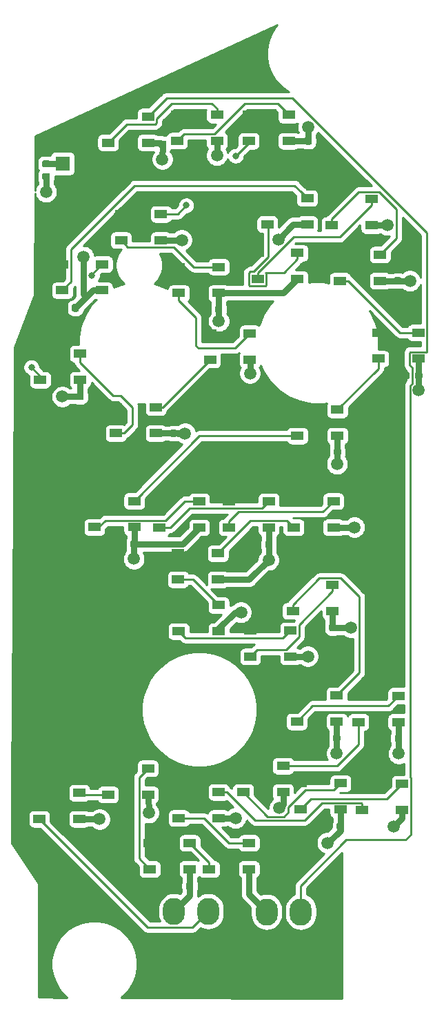
<source format=gbr>
%TF.GenerationSoftware,KiCad,Pcbnew,(5.1.6)-1*%
%TF.CreationDate,2020-12-18T20:13:03+11:00*%
%TF.ProjectId,SIM PWR PCB V2,53494d20-5057-4522-9050-43422056322e,rev?*%
%TF.SameCoordinates,Original*%
%TF.FileFunction,Copper,L1,Top*%
%TF.FilePolarity,Positive*%
%FSLAX46Y46*%
G04 Gerber Fmt 4.6, Leading zero omitted, Abs format (unit mm)*
G04 Created by KiCad (PCBNEW (5.1.6)-1) date 2020-12-18 20:13:03*
%MOMM*%
%LPD*%
G01*
G04 APERTURE LIST*
%TA.AperFunction,ComponentPad*%
%ADD10O,2.700000X3.300000*%
%TD*%
%TA.AperFunction,SMDPad,CuDef*%
%ADD11R,1.500000X1.000000*%
%TD*%
%TA.AperFunction,ComponentPad*%
%ADD12C,1.800000*%
%TD*%
%TA.AperFunction,ComponentPad*%
%ADD13R,1.800000X1.800000*%
%TD*%
%TA.AperFunction,ViaPad*%
%ADD14C,1.500000*%
%TD*%
%TA.AperFunction,ViaPad*%
%ADD15C,0.800000*%
%TD*%
%TA.AperFunction,Conductor*%
%ADD16C,0.750000*%
%TD*%
%TA.AperFunction,Conductor*%
%ADD17C,0.250000*%
%TD*%
%TA.AperFunction,Conductor*%
%ADD18C,0.254000*%
%TD*%
G04 APERTURE END LIST*
%TO.P,R1,2*%
%TO.N,/LEDGND*%
%TA.AperFunction,SMDPad,CuDef*%
G36*
G01*
X101074510Y-58823440D02*
X101587010Y-58823440D01*
G75*
G02*
X101805760Y-59042190I0J-218750D01*
G01*
X101805760Y-59479690D01*
G75*
G02*
X101587010Y-59698440I-218750J0D01*
G01*
X101074510Y-59698440D01*
G75*
G02*
X100855760Y-59479690I0J218750D01*
G01*
X100855760Y-59042190D01*
G75*
G02*
X101074510Y-58823440I218750J0D01*
G01*
G37*
%TD.AperFunction*%
%TO.P,R1,1*%
%TO.N,Net-(D1-Pad1)*%
%TA.AperFunction,SMDPad,CuDef*%
G36*
G01*
X101074510Y-57248440D02*
X101587010Y-57248440D01*
G75*
G02*
X101805760Y-57467190I0J-218750D01*
G01*
X101805760Y-57904690D01*
G75*
G02*
X101587010Y-58123440I-218750J0D01*
G01*
X101074510Y-58123440D01*
G75*
G02*
X100855760Y-57904690I0J218750D01*
G01*
X100855760Y-57467190D01*
G75*
G02*
X101074510Y-57248440I218750J0D01*
G01*
G37*
%TD.AperFunction*%
%TD*%
D10*
%TO.P,J2,4*%
%TO.N,/DATAOUT*%
X121251980Y-149341840D03*
%TO.P,J2,3*%
%TO.N,/LEDGND*%
X117051980Y-149341840D03*
%TO.P,J2,2*%
%TO.N,/LED+5V*%
X121251980Y-154841840D03*
%TO.P,J2,1*%
%TA.AperFunction,ComponentPad*%
G36*
G01*
X115701980Y-156241839D02*
X115701980Y-153441841D01*
G75*
G02*
X115951981Y-153191840I250001J0D01*
G01*
X118151979Y-153191840D01*
G75*
G02*
X118401980Y-153441841I0J-250001D01*
G01*
X118401980Y-156241839D01*
G75*
G02*
X118151979Y-156491840I-250001J0D01*
G01*
X115951981Y-156491840D01*
G75*
G02*
X115701980Y-156241839I0J250001D01*
G01*
G37*
%TD.AperFunction*%
%TD*%
%TO.P,J1,4*%
%TO.N,/DATAIN*%
X132613400Y-149412960D03*
%TO.P,J1,3*%
%TO.N,/LEDGND*%
X128413400Y-149412960D03*
%TO.P,J1,2*%
%TO.N,/LED+5V*%
X132613400Y-154912960D03*
%TO.P,J1,1*%
%TA.AperFunction,ComponentPad*%
G36*
G01*
X127063400Y-156312959D02*
X127063400Y-153512961D01*
G75*
G02*
X127313401Y-153262960I250001J0D01*
G01*
X129513399Y-153262960D01*
G75*
G02*
X129763400Y-153512961I0J-250001D01*
G01*
X129763400Y-156312959D01*
G75*
G02*
X129513399Y-156562960I-250001J0D01*
G01*
X127313401Y-156562960D01*
G75*
G02*
X127063400Y-156312959I0J250001D01*
G01*
G37*
%TD.AperFunction*%
%TD*%
%TO.P,C17,2*%
%TO.N,/LEDGND*%
%TA.AperFunction,SMDPad,CuDef*%
G36*
G01*
X137032380Y-139173930D02*
X137032380Y-138661430D01*
G75*
G02*
X137251130Y-138442680I218750J0D01*
G01*
X137688630Y-138442680D01*
G75*
G02*
X137907380Y-138661430I0J-218750D01*
G01*
X137907380Y-139173930D01*
G75*
G02*
X137688630Y-139392680I-218750J0D01*
G01*
X137251130Y-139392680D01*
G75*
G02*
X137032380Y-139173930I0J218750D01*
G01*
G37*
%TD.AperFunction*%
%TO.P,C17,1*%
%TO.N,/LED+5V*%
%TA.AperFunction,SMDPad,CuDef*%
G36*
G01*
X135457380Y-139173930D02*
X135457380Y-138661430D01*
G75*
G02*
X135676130Y-138442680I218750J0D01*
G01*
X136113630Y-138442680D01*
G75*
G02*
X136332380Y-138661430I0J-218750D01*
G01*
X136332380Y-139173930D01*
G75*
G02*
X136113630Y-139392680I-218750J0D01*
G01*
X135676130Y-139392680D01*
G75*
G02*
X135457380Y-139173930I0J218750D01*
G01*
G37*
%TD.AperFunction*%
%TD*%
%TO.P,C16,2*%
%TO.N,/LEDGND*%
%TA.AperFunction,SMDPad,CuDef*%
G36*
G01*
X118536300Y-146509450D02*
X118536300Y-145996950D01*
G75*
G02*
X118755050Y-145778200I218750J0D01*
G01*
X119192550Y-145778200D01*
G75*
G02*
X119411300Y-145996950I0J-218750D01*
G01*
X119411300Y-146509450D01*
G75*
G02*
X119192550Y-146728200I-218750J0D01*
G01*
X118755050Y-146728200D01*
G75*
G02*
X118536300Y-146509450I0J218750D01*
G01*
G37*
%TD.AperFunction*%
%TO.P,C16,1*%
%TO.N,/LED+5V*%
%TA.AperFunction,SMDPad,CuDef*%
G36*
G01*
X116961300Y-146509450D02*
X116961300Y-145996950D01*
G75*
G02*
X117180050Y-145778200I218750J0D01*
G01*
X117617550Y-145778200D01*
G75*
G02*
X117836300Y-145996950I0J-218750D01*
G01*
X117836300Y-146509450D01*
G75*
G02*
X117617550Y-146728200I-218750J0D01*
G01*
X117180050Y-146728200D01*
G75*
G02*
X116961300Y-146509450I0J218750D01*
G01*
G37*
%TD.AperFunction*%
%TD*%
%TO.P,C15,2*%
%TO.N,/LEDGND*%
%TA.AperFunction,SMDPad,CuDef*%
G36*
G01*
X111690800Y-104591830D02*
X111690800Y-104079330D01*
G75*
G02*
X111909550Y-103860580I218750J0D01*
G01*
X112347050Y-103860580D01*
G75*
G02*
X112565800Y-104079330I0J-218750D01*
G01*
X112565800Y-104591830D01*
G75*
G02*
X112347050Y-104810580I-218750J0D01*
G01*
X111909550Y-104810580D01*
G75*
G02*
X111690800Y-104591830I0J218750D01*
G01*
G37*
%TD.AperFunction*%
%TO.P,C15,1*%
%TO.N,/LED+5V*%
%TA.AperFunction,SMDPad,CuDef*%
G36*
G01*
X110115800Y-104591830D02*
X110115800Y-104079330D01*
G75*
G02*
X110334550Y-103860580I218750J0D01*
G01*
X110772050Y-103860580D01*
G75*
G02*
X110990800Y-104079330I0J-218750D01*
G01*
X110990800Y-104591830D01*
G75*
G02*
X110772050Y-104810580I-218750J0D01*
G01*
X110334550Y-104810580D01*
G75*
G02*
X110115800Y-104591830I0J218750D01*
G01*
G37*
%TD.AperFunction*%
%TD*%
%TO.P,C14,2*%
%TO.N,/LEDGND*%
%TA.AperFunction,SMDPad,CuDef*%
G36*
G01*
X136590620Y-128356070D02*
X136590620Y-127843570D01*
G75*
G02*
X136809370Y-127624820I218750J0D01*
G01*
X137246870Y-127624820D01*
G75*
G02*
X137465620Y-127843570I0J-218750D01*
G01*
X137465620Y-128356070D01*
G75*
G02*
X137246870Y-128574820I-218750J0D01*
G01*
X136809370Y-128574820D01*
G75*
G02*
X136590620Y-128356070I0J218750D01*
G01*
G37*
%TD.AperFunction*%
%TO.P,C14,1*%
%TO.N,/LED+5V*%
%TA.AperFunction,SMDPad,CuDef*%
G36*
G01*
X135015620Y-128356070D02*
X135015620Y-127843570D01*
G75*
G02*
X135234370Y-127624820I218750J0D01*
G01*
X135671870Y-127624820D01*
G75*
G02*
X135890620Y-127843570I0J-218750D01*
G01*
X135890620Y-128356070D01*
G75*
G02*
X135671870Y-128574820I-218750J0D01*
G01*
X135234370Y-128574820D01*
G75*
G02*
X135015620Y-128356070I0J218750D01*
G01*
G37*
%TD.AperFunction*%
%TD*%
%TO.P,C13,2*%
%TO.N,/LEDGND*%
%TA.AperFunction,SMDPad,CuDef*%
G36*
G01*
X144174860Y-128399250D02*
X144174860Y-127886750D01*
G75*
G02*
X144393610Y-127668000I218750J0D01*
G01*
X144831110Y-127668000D01*
G75*
G02*
X145049860Y-127886750I0J-218750D01*
G01*
X145049860Y-128399250D01*
G75*
G02*
X144831110Y-128618000I-218750J0D01*
G01*
X144393610Y-128618000D01*
G75*
G02*
X144174860Y-128399250I0J218750D01*
G01*
G37*
%TD.AperFunction*%
%TO.P,C13,1*%
%TO.N,/LED+5V*%
%TA.AperFunction,SMDPad,CuDef*%
G36*
G01*
X142599860Y-128399250D02*
X142599860Y-127886750D01*
G75*
G02*
X142818610Y-127668000I218750J0D01*
G01*
X143256110Y-127668000D01*
G75*
G02*
X143474860Y-127886750I0J-218750D01*
G01*
X143474860Y-128399250D01*
G75*
G02*
X143256110Y-128618000I-218750J0D01*
G01*
X142818610Y-128618000D01*
G75*
G02*
X142599860Y-128399250I0J218750D01*
G01*
G37*
%TD.AperFunction*%
%TD*%
%TO.P,C12,2*%
%TO.N,/LEDGND*%
%TA.AperFunction,SMDPad,CuDef*%
G36*
G01*
X104490100Y-75612970D02*
X104490100Y-75100470D01*
G75*
G02*
X104708850Y-74881720I218750J0D01*
G01*
X105146350Y-74881720D01*
G75*
G02*
X105365100Y-75100470I0J-218750D01*
G01*
X105365100Y-75612970D01*
G75*
G02*
X105146350Y-75831720I-218750J0D01*
G01*
X104708850Y-75831720D01*
G75*
G02*
X104490100Y-75612970I0J218750D01*
G01*
G37*
%TD.AperFunction*%
%TO.P,C12,1*%
%TO.N,/LED+5V*%
%TA.AperFunction,SMDPad,CuDef*%
G36*
G01*
X102915100Y-75612970D02*
X102915100Y-75100470D01*
G75*
G02*
X103133850Y-74881720I218750J0D01*
G01*
X103571350Y-74881720D01*
G75*
G02*
X103790100Y-75100470I0J-218750D01*
G01*
X103790100Y-75612970D01*
G75*
G02*
X103571350Y-75831720I-218750J0D01*
G01*
X103133850Y-75831720D01*
G75*
G02*
X102915100Y-75612970I0J218750D01*
G01*
G37*
%TD.AperFunction*%
%TD*%
%TO.P,C11,2*%
%TO.N,/LEDGND*%
%TA.AperFunction,SMDPad,CuDef*%
G36*
G01*
X136082420Y-114795010D02*
X136082420Y-114282510D01*
G75*
G02*
X136301170Y-114063760I218750J0D01*
G01*
X136738670Y-114063760D01*
G75*
G02*
X136957420Y-114282510I0J-218750D01*
G01*
X136957420Y-114795010D01*
G75*
G02*
X136738670Y-115013760I-218750J0D01*
G01*
X136301170Y-115013760D01*
G75*
G02*
X136082420Y-114795010I0J218750D01*
G01*
G37*
%TD.AperFunction*%
%TO.P,C11,1*%
%TO.N,/LED+5V*%
%TA.AperFunction,SMDPad,CuDef*%
G36*
G01*
X134507420Y-114795010D02*
X134507420Y-114282510D01*
G75*
G02*
X134726170Y-114063760I218750J0D01*
G01*
X135163670Y-114063760D01*
G75*
G02*
X135382420Y-114282510I0J-218750D01*
G01*
X135382420Y-114795010D01*
G75*
G02*
X135163670Y-115013760I-218750J0D01*
G01*
X134726170Y-115013760D01*
G75*
G02*
X134507420Y-114795010I0J218750D01*
G01*
G37*
%TD.AperFunction*%
%TD*%
%TO.P,C10,2*%
%TO.N,/LEDGND*%
%TA.AperFunction,SMDPad,CuDef*%
G36*
G01*
X105737370Y-86655260D02*
X105224870Y-86655260D01*
G75*
G02*
X105006120Y-86436510I0J218750D01*
G01*
X105006120Y-85999010D01*
G75*
G02*
X105224870Y-85780260I218750J0D01*
G01*
X105737370Y-85780260D01*
G75*
G02*
X105956120Y-85999010I0J-218750D01*
G01*
X105956120Y-86436510D01*
G75*
G02*
X105737370Y-86655260I-218750J0D01*
G01*
G37*
%TD.AperFunction*%
%TO.P,C10,1*%
%TO.N,/LED+5V*%
%TA.AperFunction,SMDPad,CuDef*%
G36*
G01*
X105737370Y-88230260D02*
X105224870Y-88230260D01*
G75*
G02*
X105006120Y-88011510I0J218750D01*
G01*
X105006120Y-87574010D01*
G75*
G02*
X105224870Y-87355260I218750J0D01*
G01*
X105737370Y-87355260D01*
G75*
G02*
X105956120Y-87574010I0J-218750D01*
G01*
X105956120Y-88011510D01*
G75*
G02*
X105737370Y-88230260I-218750J0D01*
G01*
G37*
%TD.AperFunction*%
%TD*%
%TO.P,C9,2*%
%TO.N,/LEDGND*%
%TA.AperFunction,SMDPad,CuDef*%
G36*
G01*
X122974720Y-75285890D02*
X122974720Y-75798390D01*
G75*
G02*
X122755970Y-76017140I-218750J0D01*
G01*
X122318470Y-76017140D01*
G75*
G02*
X122099720Y-75798390I0J218750D01*
G01*
X122099720Y-75285890D01*
G75*
G02*
X122318470Y-75067140I218750J0D01*
G01*
X122755970Y-75067140D01*
G75*
G02*
X122974720Y-75285890I0J-218750D01*
G01*
G37*
%TD.AperFunction*%
%TO.P,C9,1*%
%TO.N,/LED+5V*%
%TA.AperFunction,SMDPad,CuDef*%
G36*
G01*
X124549720Y-75285890D02*
X124549720Y-75798390D01*
G75*
G02*
X124330970Y-76017140I-218750J0D01*
G01*
X123893470Y-76017140D01*
G75*
G02*
X123674720Y-75798390I0J218750D01*
G01*
X123674720Y-75285890D01*
G75*
G02*
X123893470Y-75067140I218750J0D01*
G01*
X124330970Y-75067140D01*
G75*
G02*
X124549720Y-75285890I0J-218750D01*
G01*
G37*
%TD.AperFunction*%
%TD*%
%TO.P,C8,2*%
%TO.N,/LEDGND*%
%TA.AperFunction,SMDPad,CuDef*%
G36*
G01*
X116720910Y-90301560D02*
X117233410Y-90301560D01*
G75*
G02*
X117452160Y-90520310I0J-218750D01*
G01*
X117452160Y-90957810D01*
G75*
G02*
X117233410Y-91176560I-218750J0D01*
G01*
X116720910Y-91176560D01*
G75*
G02*
X116502160Y-90957810I0J218750D01*
G01*
X116502160Y-90520310D01*
G75*
G02*
X116720910Y-90301560I218750J0D01*
G01*
G37*
%TD.AperFunction*%
%TO.P,C8,1*%
%TO.N,/LED+5V*%
%TA.AperFunction,SMDPad,CuDef*%
G36*
G01*
X116720910Y-88726560D02*
X117233410Y-88726560D01*
G75*
G02*
X117452160Y-88945310I0J-218750D01*
G01*
X117452160Y-89382810D01*
G75*
G02*
X117233410Y-89601560I-218750J0D01*
G01*
X116720910Y-89601560D01*
G75*
G02*
X116502160Y-89382810I0J218750D01*
G01*
X116502160Y-88945310D01*
G75*
G02*
X116720910Y-88726560I218750J0D01*
G01*
G37*
%TD.AperFunction*%
%TD*%
%TO.P,C7,2*%
%TO.N,/LEDGND*%
%TA.AperFunction,SMDPad,CuDef*%
G36*
G01*
X128238900Y-104619770D02*
X128238900Y-104107270D01*
G75*
G02*
X128457650Y-103888520I218750J0D01*
G01*
X128895150Y-103888520D01*
G75*
G02*
X129113900Y-104107270I0J-218750D01*
G01*
X129113900Y-104619770D01*
G75*
G02*
X128895150Y-104838520I-218750J0D01*
G01*
X128457650Y-104838520D01*
G75*
G02*
X128238900Y-104619770I0J218750D01*
G01*
G37*
%TD.AperFunction*%
%TO.P,C7,1*%
%TO.N,/LED+5V*%
%TA.AperFunction,SMDPad,CuDef*%
G36*
G01*
X126663900Y-104619770D02*
X126663900Y-104107270D01*
G75*
G02*
X126882650Y-103888520I218750J0D01*
G01*
X127320150Y-103888520D01*
G75*
G02*
X127538900Y-104107270I0J-218750D01*
G01*
X127538900Y-104619770D01*
G75*
G02*
X127320150Y-104838520I-218750J0D01*
G01*
X126882650Y-104838520D01*
G75*
G02*
X126663900Y-104619770I0J218750D01*
G01*
G37*
%TD.AperFunction*%
%TD*%
%TO.P,C6,2*%
%TO.N,/LEDGND*%
%TA.AperFunction,SMDPad,CuDef*%
G36*
G01*
X136676780Y-93273590D02*
X136676780Y-92761090D01*
G75*
G02*
X136895530Y-92542340I218750J0D01*
G01*
X137333030Y-92542340D01*
G75*
G02*
X137551780Y-92761090I0J-218750D01*
G01*
X137551780Y-93273590D01*
G75*
G02*
X137333030Y-93492340I-218750J0D01*
G01*
X136895530Y-93492340D01*
G75*
G02*
X136676780Y-93273590I0J218750D01*
G01*
G37*
%TD.AperFunction*%
%TO.P,C6,1*%
%TO.N,/LED+5V*%
%TA.AperFunction,SMDPad,CuDef*%
G36*
G01*
X135101780Y-93273590D02*
X135101780Y-92761090D01*
G75*
G02*
X135320530Y-92542340I218750J0D01*
G01*
X135758030Y-92542340D01*
G75*
G02*
X135976780Y-92761090I0J-218750D01*
G01*
X135976780Y-93273590D01*
G75*
G02*
X135758030Y-93492340I-218750J0D01*
G01*
X135320530Y-93492340D01*
G75*
G02*
X135101780Y-93273590I0J218750D01*
G01*
G37*
%TD.AperFunction*%
%TD*%
%TO.P,C5,2*%
%TO.N,/LEDGND*%
%TA.AperFunction,SMDPad,CuDef*%
G36*
G01*
X146669140Y-83903530D02*
X146669140Y-83391030D01*
G75*
G02*
X146887890Y-83172280I218750J0D01*
G01*
X147325390Y-83172280D01*
G75*
G02*
X147544140Y-83391030I0J-218750D01*
G01*
X147544140Y-83903530D01*
G75*
G02*
X147325390Y-84122280I-218750J0D01*
G01*
X146887890Y-84122280D01*
G75*
G02*
X146669140Y-83903530I0J218750D01*
G01*
G37*
%TD.AperFunction*%
%TO.P,C5,1*%
%TO.N,/LED+5V*%
%TA.AperFunction,SMDPad,CuDef*%
G36*
G01*
X145094140Y-83903530D02*
X145094140Y-83391030D01*
G75*
G02*
X145312890Y-83172280I218750J0D01*
G01*
X145750390Y-83172280D01*
G75*
G02*
X145969140Y-83391030I0J-218750D01*
G01*
X145969140Y-83903530D01*
G75*
G02*
X145750390Y-84122280I-218750J0D01*
G01*
X145312890Y-84122280D01*
G75*
G02*
X145094140Y-83903530I0J218750D01*
G01*
G37*
%TD.AperFunction*%
%TD*%
%TO.P,C4,2*%
%TO.N,/LEDGND*%
%TA.AperFunction,SMDPad,CuDef*%
G36*
G01*
X144244350Y-71589380D02*
X144756850Y-71589380D01*
G75*
G02*
X144975600Y-71808130I0J-218750D01*
G01*
X144975600Y-72245630D01*
G75*
G02*
X144756850Y-72464380I-218750J0D01*
G01*
X144244350Y-72464380D01*
G75*
G02*
X144025600Y-72245630I0J218750D01*
G01*
X144025600Y-71808130D01*
G75*
G02*
X144244350Y-71589380I218750J0D01*
G01*
G37*
%TD.AperFunction*%
%TO.P,C4,1*%
%TO.N,/LED+5V*%
%TA.AperFunction,SMDPad,CuDef*%
G36*
G01*
X144244350Y-70014380D02*
X144756850Y-70014380D01*
G75*
G02*
X144975600Y-70233130I0J-218750D01*
G01*
X144975600Y-70670630D01*
G75*
G02*
X144756850Y-70889380I-218750J0D01*
G01*
X144244350Y-70889380D01*
G75*
G02*
X144025600Y-70670630I0J218750D01*
G01*
X144025600Y-70233130D01*
G75*
G02*
X144244350Y-70014380I218750J0D01*
G01*
G37*
%TD.AperFunction*%
%TD*%
%TO.P,C3,2*%
%TO.N,/LEDGND*%
%TA.AperFunction,SMDPad,CuDef*%
G36*
G01*
X115377250Y-54850780D02*
X115889750Y-54850780D01*
G75*
G02*
X116108500Y-55069530I0J-218750D01*
G01*
X116108500Y-55507030D01*
G75*
G02*
X115889750Y-55725780I-218750J0D01*
G01*
X115377250Y-55725780D01*
G75*
G02*
X115158500Y-55507030I0J218750D01*
G01*
X115158500Y-55069530D01*
G75*
G02*
X115377250Y-54850780I218750J0D01*
G01*
G37*
%TD.AperFunction*%
%TO.P,C3,1*%
%TO.N,/LED+5V*%
%TA.AperFunction,SMDPad,CuDef*%
G36*
G01*
X115377250Y-53275780D02*
X115889750Y-53275780D01*
G75*
G02*
X116108500Y-53494530I0J-218750D01*
G01*
X116108500Y-53932030D01*
G75*
G02*
X115889750Y-54150780I-218750J0D01*
G01*
X115377250Y-54150780D01*
G75*
G02*
X115158500Y-53932030I0J218750D01*
G01*
X115158500Y-53494530D01*
G75*
G02*
X115377250Y-53275780I218750J0D01*
G01*
G37*
%TD.AperFunction*%
%TD*%
%TO.P,C2,2*%
%TO.N,/LEDGND*%
%TA.AperFunction,SMDPad,CuDef*%
G36*
G01*
X133952400Y-54633150D02*
X133952400Y-55145650D01*
G75*
G02*
X133733650Y-55364400I-218750J0D01*
G01*
X133296150Y-55364400D01*
G75*
G02*
X133077400Y-55145650I0J218750D01*
G01*
X133077400Y-54633150D01*
G75*
G02*
X133296150Y-54414400I218750J0D01*
G01*
X133733650Y-54414400D01*
G75*
G02*
X133952400Y-54633150I0J-218750D01*
G01*
G37*
%TD.AperFunction*%
%TO.P,C2,1*%
%TO.N,/LED+5V*%
%TA.AperFunction,SMDPad,CuDef*%
G36*
G01*
X135527400Y-54633150D02*
X135527400Y-55145650D01*
G75*
G02*
X135308650Y-55364400I-218750J0D01*
G01*
X134871150Y-55364400D01*
G75*
G02*
X134652400Y-55145650I0J218750D01*
G01*
X134652400Y-54633150D01*
G75*
G02*
X134871150Y-54414400I218750J0D01*
G01*
X135308650Y-54414400D01*
G75*
G02*
X135527400Y-54633150I0J-218750D01*
G01*
G37*
%TD.AperFunction*%
%TD*%
D11*
%TO.P,D34,1*%
%TO.N,/LED+5V*%
X100510000Y-134823000D03*
%TO.P,D34,2*%
%TO.N,/DATAOUT*%
X100510000Y-138023000D03*
%TO.P,D34,4*%
%TO.N,Net-(D33-Pad2)*%
X105410000Y-134823000D03*
%TO.P,D34,3*%
%TO.N,/LEDGND*%
X105410000Y-138023000D03*
%TD*%
%TO.P,D33,1*%
%TO.N,/LED+5V*%
X108943000Y-131826000D03*
%TO.P,D33,2*%
%TO.N,Net-(D33-Pad2)*%
X108943000Y-135026000D03*
%TO.P,D33,4*%
%TO.N,Net-(D32-Pad2)*%
X113843000Y-131826000D03*
%TO.P,D33,3*%
%TO.N,/LEDGND*%
X113843000Y-135026000D03*
%TD*%
%TO.P,D32,1*%
%TO.N,/LED+5V*%
X114074000Y-140970000D03*
%TO.P,D32,2*%
%TO.N,Net-(D32-Pad2)*%
X114074000Y-144170000D03*
%TO.P,D32,4*%
%TO.N,Net-(D31-Pad2)*%
X118974000Y-140970000D03*
%TO.P,D32,3*%
%TO.N,/LEDGND*%
X118974000Y-144170000D03*
%TD*%
%TO.P,D31,1*%
%TO.N,/LED+5V*%
X121361000Y-140970000D03*
%TO.P,D31,2*%
%TO.N,Net-(D31-Pad2)*%
X121361000Y-144170000D03*
%TO.P,D31,4*%
%TO.N,Net-(D30-Pad2)*%
X126261000Y-140970000D03*
%TO.P,D31,3*%
%TO.N,/LEDGND*%
X126261000Y-144170000D03*
%TD*%
%TO.P,D30,1*%
%TO.N,/LED+5V*%
X117641000Y-134722000D03*
%TO.P,D30,2*%
%TO.N,Net-(D30-Pad2)*%
X117641000Y-137922000D03*
%TO.P,D30,4*%
%TO.N,Net-(D29-Pad2)*%
X122541000Y-134722000D03*
%TO.P,D30,3*%
%TO.N,/LEDGND*%
X122541000Y-137922000D03*
%TD*%
%TO.P,D29,1*%
%TO.N,/LED+5V*%
X140157000Y-133706000D03*
%TO.P,D29,2*%
%TO.N,Net-(D29-Pad2)*%
X140157000Y-136906000D03*
%TO.P,D29,4*%
%TO.N,Net-(D28-Pad2)*%
X145057000Y-133706000D03*
%TO.P,D29,3*%
%TO.N,/LEDGND*%
X145057000Y-136906000D03*
%TD*%
%TO.P,D28,1*%
%TO.N,/LED+5V*%
X132588000Y-133655000D03*
%TO.P,D28,2*%
%TO.N,Net-(D28-Pad2)*%
X132588000Y-136855000D03*
%TO.P,D28,4*%
%TO.N,Net-(D27-Pad2)*%
X137488000Y-133655000D03*
%TO.P,D28,3*%
%TO.N,/LEDGND*%
X137488000Y-136855000D03*
%TD*%
%TO.P,D27,1*%
%TO.N,/LED+5V*%
X125542040Y-131521000D03*
%TO.P,D27,2*%
%TO.N,Net-(D27-Pad2)*%
X125542040Y-134721000D03*
%TO.P,D27,4*%
%TO.N,Net-(D26-Pad2)*%
X130442040Y-131521000D03*
%TO.P,D27,3*%
%TO.N,/LEDGND*%
X130442040Y-134721000D03*
%TD*%
%TO.P,D26,1*%
%TO.N,/LED+5V*%
X139700000Y-122936000D03*
%TO.P,D26,2*%
%TO.N,Net-(D26-Pad2)*%
X139700000Y-126136000D03*
%TO.P,D26,4*%
%TO.N,Net-(D25-Pad2)*%
X144600000Y-122936000D03*
%TO.P,D26,3*%
%TO.N,/LEDGND*%
X144600000Y-126136000D03*
%TD*%
%TO.P,D25,1*%
%TO.N,/LED+5V*%
X132131000Y-122885000D03*
%TO.P,D25,2*%
%TO.N,Net-(D25-Pad2)*%
X132131000Y-126085000D03*
%TO.P,D25,4*%
%TO.N,Net-(D24-Pad2)*%
X137031000Y-122885000D03*
%TO.P,D25,3*%
%TO.N,/LEDGND*%
X137031000Y-126085000D03*
%TD*%
%TO.P,D24,1*%
%TO.N,/LED+5V*%
X131623000Y-109322000D03*
%TO.P,D24,2*%
%TO.N,Net-(D24-Pad2)*%
X131623000Y-112522000D03*
%TO.P,D24,4*%
%TO.N,Net-(D23-Pad2)*%
X136523000Y-109322000D03*
%TO.P,D24,3*%
%TO.N,/LEDGND*%
X136523000Y-112522000D03*
%TD*%
%TO.P,D23,1*%
%TO.N,/LED+5V*%
X126418000Y-114910000D03*
%TO.P,D23,2*%
%TO.N,Net-(D23-Pad2)*%
X126418000Y-118110000D03*
%TO.P,D23,4*%
%TO.N,Net-(D22-Pad2)*%
X131318000Y-114910000D03*
%TO.P,D23,3*%
%TO.N,/LEDGND*%
X131318000Y-118110000D03*
%TD*%
%TO.P,D22,1*%
%TO.N,/LED+5V*%
X117630000Y-111811000D03*
%TO.P,D22,2*%
%TO.N,Net-(D22-Pad2)*%
X117630000Y-115011000D03*
%TO.P,D22,4*%
%TO.N,Net-(D21-Pad2)*%
X122530000Y-111811000D03*
%TO.P,D22,3*%
%TO.N,/LEDGND*%
X122530000Y-115011000D03*
%TD*%
%TO.P,D21,1*%
%TO.N,/LED+5V*%
X117551000Y-105461000D03*
%TO.P,D21,2*%
%TO.N,Net-(D21-Pad2)*%
X117551000Y-108661000D03*
%TO.P,D21,4*%
%TO.N,Net-(D20-Pad2)*%
X122451000Y-105461000D03*
%TO.P,D21,3*%
%TO.N,/LEDGND*%
X122451000Y-108661000D03*
%TD*%
%TO.P,D20,1*%
%TO.N,/LED+5V*%
X131724000Y-99060000D03*
%TO.P,D20,2*%
%TO.N,Net-(D20-Pad2)*%
X131724000Y-102260000D03*
%TO.P,D20,4*%
%TO.N,Net-(D19-Pad2)*%
X136624000Y-99060000D03*
%TO.P,D20,3*%
%TO.N,/LEDGND*%
X136624000Y-102260000D03*
%TD*%
%TO.P,D19,1*%
%TO.N,/LED+5V*%
X123788000Y-99086000D03*
%TO.P,D19,2*%
%TO.N,Net-(D19-Pad2)*%
X123788000Y-102286000D03*
%TO.P,D19,4*%
%TO.N,Net-(D18-Pad2)*%
X128688000Y-99086000D03*
%TO.P,D19,3*%
%TO.N,/LEDGND*%
X128688000Y-102286000D03*
%TD*%
%TO.P,D18,1*%
%TO.N,/LED+5V*%
X115254000Y-99086000D03*
%TO.P,D18,2*%
%TO.N,Net-(D18-Pad2)*%
X115254000Y-102286000D03*
%TO.P,D18,4*%
%TO.N,Net-(D17-Pad2)*%
X120154000Y-99086000D03*
%TO.P,D18,3*%
%TO.N,/LEDGND*%
X120154000Y-102286000D03*
%TD*%
%TO.P,D17,1*%
%TO.N,/LED+5V*%
X107278000Y-99035000D03*
%TO.P,D17,2*%
%TO.N,Net-(D17-Pad2)*%
X107278000Y-102235000D03*
%TO.P,D17,4*%
%TO.N,Net-(D16-Pad2)*%
X112178000Y-99035000D03*
%TO.P,D17,3*%
%TO.N,/LEDGND*%
X112178000Y-102235000D03*
%TD*%
%TO.P,D16,1*%
%TO.N,/LED+5V*%
X132209000Y-87833200D03*
%TO.P,D16,2*%
%TO.N,Net-(D16-Pad2)*%
X132209000Y-91033200D03*
%TO.P,D16,4*%
%TO.N,Net-(D15-Pad2)*%
X137109000Y-87833200D03*
%TO.P,D16,3*%
%TO.N,/LEDGND*%
X137109000Y-91033200D03*
%TD*%
%TO.P,D15,1*%
%TO.N,/LED+5V*%
X142138000Y-78384400D03*
%TO.P,D15,2*%
%TO.N,Net-(D15-Pad2)*%
X142138000Y-81584400D03*
%TO.P,D15,4*%
%TO.N,Net-(D14-Pad2)*%
X147038000Y-78384400D03*
%TO.P,D15,3*%
%TO.N,/LEDGND*%
X147038000Y-81584400D03*
%TD*%
%TO.P,D14,1*%
%TO.N,/LED+5V*%
X137442000Y-68834000D03*
%TO.P,D14,2*%
%TO.N,Net-(D14-Pad2)*%
X137442000Y-72034000D03*
%TO.P,D14,4*%
%TO.N,Net-(D13-Pad2)*%
X142342000Y-68834000D03*
%TO.P,D14,3*%
%TO.N,/LEDGND*%
X142342000Y-72034000D03*
%TD*%
%TO.P,D13,1*%
%TO.N,/LED+5V*%
X136398000Y-62026800D03*
%TO.P,D13,2*%
%TO.N,Net-(D13-Pad2)*%
X136398000Y-65226800D03*
%TO.P,D13,4*%
%TO.N,Net-(D12-Pad2)*%
X141298000Y-62026800D03*
%TO.P,D13,3*%
%TO.N,/LEDGND*%
X141298000Y-65226800D03*
%TD*%
%TO.P,D12,1*%
%TO.N,/LED+5V*%
X127305000Y-68630800D03*
%TO.P,D12,2*%
%TO.N,Net-(D12-Pad2)*%
X127305000Y-71830800D03*
%TO.P,D12,4*%
%TO.N,Net-(D11-Pad2)*%
X132205000Y-68630800D03*
%TO.P,D12,3*%
%TO.N,/LEDGND*%
X132205000Y-71830800D03*
%TD*%
%TO.P,D11,1*%
%TO.N,/LED+5V*%
X128512000Y-61900000D03*
%TO.P,D11,2*%
%TO.N,Net-(D11-Pad2)*%
X128512000Y-65100000D03*
%TO.P,D11,4*%
%TO.N,Net-(D10-Pad2)*%
X133412000Y-61900000D03*
%TO.P,D11,3*%
%TO.N,/LEDGND*%
X133412000Y-65100000D03*
%TD*%
%TO.P,D10,1*%
%TO.N,/LED+5V*%
X103327000Y-70002400D03*
%TO.P,D10,2*%
%TO.N,Net-(D10-Pad2)*%
X103327000Y-73202400D03*
%TO.P,D10,4*%
%TO.N,Net-(D10-Pad4)*%
X108227000Y-70002400D03*
%TO.P,D10,3*%
%TO.N,/LEDGND*%
X108227000Y-73202400D03*
%TD*%
%TO.P,D9,1*%
%TO.N,/LED+5V*%
X100612000Y-80975600D03*
%TO.P,D9,2*%
%TO.N,Net-(D10-Pad4)*%
X100612000Y-84175600D03*
%TO.P,D9,4*%
%TO.N,Net-(D8-Pad2)*%
X105512000Y-80975600D03*
%TO.P,D9,3*%
%TO.N,/LEDGND*%
X105512000Y-84175600D03*
%TD*%
%TO.P,D8,1*%
%TO.N,/LED+5V*%
X109908000Y-87528400D03*
%TO.P,D8,2*%
%TO.N,Net-(D8-Pad2)*%
X109908000Y-90728400D03*
%TO.P,D8,4*%
%TO.N,Net-(D7-Pad2)*%
X114808000Y-87528400D03*
%TO.P,D8,3*%
%TO.N,/LEDGND*%
X114808000Y-90728400D03*
%TD*%
%TO.P,D7,1*%
%TO.N,/LED+5V*%
X121463000Y-78486000D03*
%TO.P,D7,2*%
%TO.N,Net-(D7-Pad2)*%
X121463000Y-81686000D03*
%TO.P,D7,4*%
%TO.N,Net-(D6-Pad2)*%
X126363000Y-78486000D03*
%TO.P,D7,3*%
%TO.N,/LEDGND*%
X126363000Y-81686000D03*
%TD*%
%TO.P,D6,1*%
%TO.N,/LED+5V*%
X117641000Y-70332800D03*
%TO.P,D6,2*%
%TO.N,Net-(D6-Pad2)*%
X117641000Y-73532800D03*
%TO.P,D6,4*%
%TO.N,Net-(D5-Pad2)*%
X122541000Y-70332800D03*
%TO.P,D6,3*%
%TO.N,/LEDGND*%
X122541000Y-73532800D03*
%TD*%
%TO.P,D5,1*%
%TO.N,/LED+5V*%
X110541000Y-63855600D03*
%TO.P,D5,2*%
%TO.N,Net-(D5-Pad2)*%
X110541000Y-67055600D03*
%TO.P,D5,4*%
%TO.N,Net-(D4-Pad2)*%
X115441000Y-63855600D03*
%TO.P,D5,3*%
%TO.N,/LEDGND*%
X115441000Y-67055600D03*
%TD*%
%TO.P,D4,1*%
%TO.N,/LED+5V*%
X126226000Y-51689200D03*
%TO.P,D4,2*%
%TO.N,Net-(D4-Pad2)*%
X126226000Y-54889200D03*
%TO.P,D4,4*%
%TO.N,Net-(D3-Pad2)*%
X131126000Y-51689200D03*
%TO.P,D4,3*%
%TO.N,/LEDGND*%
X131126000Y-54889200D03*
%TD*%
%TO.P,D3,1*%
%TO.N,/LED+5V*%
X117426000Y-51663600D03*
%TO.P,D3,2*%
%TO.N,Net-(D3-Pad2)*%
X117426000Y-54863600D03*
%TO.P,D3,4*%
%TO.N,Net-(D2-Pad2)*%
X122326000Y-51663600D03*
%TO.P,D3,3*%
%TO.N,/LEDGND*%
X122326000Y-54863600D03*
%TD*%
%TO.P,D2,1*%
%TO.N,/LED+5V*%
X108954000Y-51892400D03*
%TO.P,D2,2*%
%TO.N,Net-(D2-Pad2)*%
X108954000Y-55092400D03*
%TO.P,D2,4*%
%TO.N,/DATAIN*%
X113854000Y-51892400D03*
%TO.P,D2,3*%
%TO.N,/LEDGND*%
X113854000Y-55092400D03*
%TD*%
D12*
%TO.P,D1,2*%
%TO.N,/LED+5V*%
X105893000Y-57658000D03*
D13*
%TO.P,D1,1*%
%TO.N,Net-(D1-Pad1)*%
X103353000Y-57658000D03*
%TD*%
D14*
%TO.N,/LEDGND*%
X122308620Y-56647080D03*
X133540500Y-53167280D03*
X129844800Y-66939160D03*
X122537220Y-76969620D03*
X146022060Y-72047100D03*
X143301720Y-65206880D03*
X126375160Y-83375500D03*
X118394480Y-90736420D03*
X103317040Y-86230460D03*
X137073640Y-94488000D03*
X147091400Y-85420200D03*
X112115600Y-106128820D03*
X128673860Y-106268520D03*
X125272800Y-112687100D03*
X138744960Y-114538760D03*
X133494780Y-118087140D03*
X137028120Y-129971600D03*
X144632680Y-130009900D03*
X113926620Y-137253980D03*
X107911900Y-138051540D03*
X124594620Y-137922000D03*
X135890000Y-140942060D03*
X144030700Y-138915140D03*
X139197480Y-102260000D03*
X130009900Y-136657080D03*
X115610640Y-57132220D03*
X101338380Y-61127640D03*
X118003320Y-67040760D03*
X105918000Y-69088000D03*
%TO.N,/LED+5V*%
X136433560Y-60238640D03*
X139489180Y-67386200D03*
D15*
%TO.N,Net-(D4-Pad2)*%
X124627640Y-56713120D03*
X118551960Y-62788800D03*
%TO.N,Net-(D10-Pad4)*%
X99540060Y-82638900D03*
X106981042Y-71400722D03*
%TD*%
D16*
%TO.N,/LEDGND*%
X122326000Y-54863600D02*
X122308620Y-56647080D01*
X122308620Y-56647080D02*
X122326000Y-56629700D01*
X133514700Y-54889200D02*
X133514900Y-54889400D01*
X131126000Y-54889200D02*
X133514700Y-54889200D01*
X133514900Y-54889400D02*
X133540500Y-53167280D01*
X133540500Y-53167280D02*
X133514900Y-53192880D01*
X133412000Y-65100000D02*
X131683960Y-65100000D01*
X131683960Y-65100000D02*
X129844800Y-66939160D01*
X129844800Y-66939160D02*
X129844800Y-66939160D01*
X130503000Y-73532800D02*
X122541000Y-73532800D01*
X132205000Y-71830800D02*
X130503000Y-73532800D01*
X122541000Y-75538360D02*
X122537220Y-75542140D01*
X122541000Y-73532800D02*
X122541000Y-75538360D01*
X122537220Y-75542140D02*
X122537220Y-76969620D01*
X122537220Y-76969620D02*
X122537220Y-76969620D01*
X142342000Y-72034000D02*
X144614500Y-72034000D01*
X144614500Y-72034000D02*
X144614900Y-72034400D01*
X144614900Y-72034400D02*
X146022060Y-72047100D01*
X146022060Y-72047100D02*
X146009360Y-72034400D01*
X141298000Y-65226800D02*
X143301720Y-65206880D01*
X143301720Y-65206880D02*
X143281800Y-65226800D01*
X126363000Y-81686000D02*
X126363000Y-81773300D01*
X126363000Y-81773300D02*
X126375160Y-81785460D01*
X126375160Y-81785460D02*
X126375160Y-83375500D01*
X126375160Y-83375500D02*
X126375160Y-83375500D01*
X114808000Y-90728400D02*
X117550800Y-90728400D01*
X117550800Y-90728400D02*
X117558820Y-90736420D01*
X117558820Y-90736420D02*
X118394480Y-90736420D01*
X118394480Y-90736420D02*
X118394480Y-90736420D01*
X105512000Y-86186880D02*
X105481120Y-86217760D01*
X105512000Y-84175600D02*
X105512000Y-86186880D01*
X105481120Y-86217760D02*
X103317040Y-86230460D01*
X103317040Y-86230460D02*
X103329740Y-86217760D01*
X137109000Y-93012060D02*
X137114280Y-93017340D01*
X137109000Y-91033200D02*
X137109000Y-93012060D01*
X137114280Y-93017340D02*
X137073640Y-94488000D01*
X137073640Y-94488000D02*
X137114280Y-94447360D01*
X147038000Y-83578640D02*
X147106640Y-83647280D01*
X147038000Y-81584400D02*
X147038000Y-83578640D01*
X147106640Y-83647280D02*
X147091400Y-85420200D01*
X147091400Y-85420200D02*
X147106640Y-85404960D01*
X112178000Y-104285880D02*
X112128300Y-104335580D01*
X112178000Y-102235000D02*
X112178000Y-104285880D01*
X112128300Y-104335580D02*
X112115600Y-106128820D01*
X112115600Y-106128820D02*
X112128300Y-106116120D01*
X118104420Y-104335580D02*
X112128300Y-104335580D01*
X120154000Y-102286000D02*
X118104420Y-104335580D01*
X128688000Y-104351920D02*
X128676400Y-104363520D01*
X128688000Y-102286000D02*
X128688000Y-104351920D01*
X128676400Y-104363520D02*
X128673860Y-106268520D01*
X128673860Y-106268520D02*
X128676400Y-106265980D01*
X126281380Y-108661000D02*
X128673860Y-106268520D01*
X122451000Y-108661000D02*
X126281380Y-108661000D01*
X122530000Y-115011000D02*
X122530000Y-114667900D01*
X122530000Y-114667900D02*
X124510800Y-112687100D01*
X124510800Y-112687100D02*
X125272800Y-112687100D01*
X125272800Y-112687100D02*
X125249940Y-112687100D01*
X136519920Y-112525080D02*
X136523000Y-112522000D01*
X136519920Y-114538760D02*
X136519920Y-112525080D01*
X136519920Y-114538760D02*
X138744960Y-114538760D01*
X138744960Y-114538760D02*
X138744960Y-114538760D01*
X131318000Y-118110000D02*
X133494780Y-118087140D01*
X133494780Y-118087140D02*
X133471920Y-118110000D01*
X137031000Y-128096940D02*
X137028120Y-128099820D01*
X137031000Y-126085000D02*
X137031000Y-128096940D01*
X137028120Y-128099820D02*
X137028120Y-129971600D01*
X137028120Y-129971600D02*
X137028120Y-129971600D01*
X144600000Y-128130640D02*
X144612360Y-128143000D01*
X144600000Y-126136000D02*
X144600000Y-128130640D01*
X144612360Y-128143000D02*
X144632680Y-130009900D01*
X144632680Y-130009900D02*
X144612360Y-129989580D01*
X113843000Y-135026000D02*
X113926620Y-137253980D01*
X113926620Y-137253980D02*
X113843000Y-137170360D01*
X105410000Y-138023000D02*
X107911900Y-138051540D01*
X107911900Y-138051540D02*
X107748740Y-138023000D01*
X118974000Y-144170000D02*
X119034160Y-144170000D01*
X118973800Y-144230360D02*
X118973800Y-146253200D01*
X119034160Y-144170000D02*
X118973800Y-144230360D01*
X118973800Y-147420020D02*
X117051980Y-149341840D01*
X118973800Y-146253200D02*
X118973800Y-147420020D01*
X122541000Y-137922000D02*
X124594620Y-137922000D01*
X124594620Y-137922000D02*
X124594620Y-137922000D01*
X126261000Y-147260560D02*
X128413400Y-149412960D01*
X126261000Y-144170000D02*
X126261000Y-147260560D01*
X137488000Y-136855000D02*
X137488000Y-139412640D01*
X137488000Y-139412640D02*
X135890000Y-140942060D01*
X135890000Y-140942060D02*
X135958580Y-140942060D01*
X145057000Y-136906000D02*
X145057000Y-137888840D01*
X145057000Y-137888840D02*
X144030700Y-138915140D01*
X144030700Y-138915140D02*
X144030700Y-138915140D01*
X136624000Y-102260000D02*
X139197480Y-102260000D01*
X139197480Y-102260000D02*
X139197480Y-102260000D01*
X130442040Y-134721000D02*
X130442040Y-136224940D01*
X130442040Y-136224940D02*
X130009900Y-136657080D01*
X130009900Y-136657080D02*
X130009900Y-136657080D01*
X115437620Y-55092400D02*
X115633500Y-55288280D01*
X113854000Y-55092400D02*
X115437620Y-55092400D01*
X115633500Y-55288280D02*
X115610640Y-57132220D01*
X115610640Y-57132220D02*
X115633500Y-57109360D01*
X101330760Y-59260940D02*
X101338380Y-61127640D01*
X101338380Y-61127640D02*
X101330760Y-61120020D01*
X115441000Y-67055600D02*
X118003320Y-67040760D01*
X118003320Y-67040760D02*
X117988480Y-67055600D01*
X108227000Y-73202400D02*
X107081920Y-73202400D01*
X106271160Y-74013160D02*
X104927600Y-75356720D01*
X106271160Y-74013160D02*
X105918000Y-73660000D01*
X107081920Y-73202400D02*
X106271160Y-74013160D01*
X105918000Y-73660000D02*
X105918000Y-69088000D01*
X105918000Y-69088000D02*
X105918000Y-69088000D01*
%TO.N,/LED+5V*%
X136398000Y-62026800D02*
X136433560Y-60238640D01*
X136433560Y-60238640D02*
X136398000Y-60274200D01*
%TO.N,Net-(D1-Pad1)*%
X103325060Y-57685940D02*
X103353000Y-57658000D01*
X101330760Y-57685940D02*
X103325060Y-57685940D01*
D17*
%TO.N,Net-(D2-Pad2)*%
X122326000Y-51663600D02*
X122326000Y-50911790D01*
X122326000Y-50911790D02*
X121678270Y-50264060D01*
X114929001Y-52124259D02*
X114929001Y-52652401D01*
X121678270Y-50264060D02*
X116789200Y-50264060D01*
X114929001Y-52652401D02*
X114769722Y-52811680D01*
X116789200Y-50264060D02*
X114929001Y-52124259D01*
X111234720Y-52811680D02*
X108954000Y-55092400D01*
X114769722Y-52811680D02*
X111234720Y-52811680D01*
%TO.N,/DATAIN*%
X132613400Y-146190012D02*
X132613400Y-149412960D01*
X138208822Y-140594590D02*
X132613400Y-146190012D01*
X145480530Y-140594590D02*
X138208822Y-140594590D01*
X146016399Y-132880999D02*
X146132001Y-132996601D01*
X146016399Y-84904199D02*
X146016399Y-132880999D01*
X146337990Y-84582608D02*
X146016399Y-84904199D01*
X145962999Y-80824399D02*
X145962999Y-82344401D01*
X146132001Y-132996601D02*
X146132001Y-139943119D01*
X146027999Y-80759399D02*
X145962999Y-80824399D01*
X148048001Y-80759399D02*
X146027999Y-80759399D01*
X146337990Y-82719392D02*
X146337990Y-84582608D01*
X148113001Y-80694399D02*
X148048001Y-80759399D01*
X148113001Y-66148779D02*
X148113001Y-80694399D01*
X145962999Y-82344401D02*
X146337990Y-82719392D01*
X131575502Y-49611280D02*
X148113001Y-66148779D01*
X116135120Y-49611280D02*
X131575502Y-49611280D01*
X146132001Y-139943119D02*
X145480530Y-140594590D01*
X113854000Y-51892400D02*
X116135120Y-49611280D01*
%TO.N,Net-(D3-Pad2)*%
X131126000Y-51689200D02*
X129759280Y-50322480D01*
X118251001Y-54038599D02*
X117426000Y-54863600D01*
X122041599Y-54038599D02*
X118251001Y-54038599D01*
X125757718Y-50322480D02*
X122041599Y-54038599D01*
X129759280Y-50322480D02*
X125757718Y-50322480D01*
%TO.N,Net-(D4-Pad2)*%
X117259600Y-63855600D02*
X115441000Y-63855600D01*
X126226000Y-54889200D02*
X126226000Y-55114760D01*
X126226000Y-55114760D02*
X124627640Y-56713120D01*
X124627640Y-56713120D02*
X124627640Y-56713120D01*
X117485160Y-63855600D02*
X117259600Y-63855600D01*
X118551960Y-62788800D02*
X117485160Y-63855600D01*
%TO.N,Net-(D5-Pad2)*%
X117023803Y-67880601D02*
X111366001Y-67880601D01*
X119476002Y-70332800D02*
X117023803Y-67880601D01*
X111366001Y-67880601D02*
X110541000Y-67055600D01*
X122541000Y-70332800D02*
X119476002Y-70332800D01*
%TO.N,Net-(D6-Pad2)*%
X117641000Y-73532800D02*
X117641000Y-74445760D01*
X117641000Y-74445760D02*
X119720360Y-76525120D01*
X119720360Y-76525120D02*
X119720360Y-79997300D01*
X119720360Y-79997300D02*
X120022620Y-80299560D01*
X124549440Y-80299560D02*
X126363000Y-78486000D01*
X120022620Y-80299560D02*
X124549440Y-80299560D01*
%TO.N,Net-(D7-Pad2)*%
X115620600Y-87528400D02*
X121463000Y-81686000D01*
X114808000Y-87528400D02*
X115620600Y-87528400D01*
%TO.N,Net-(D8-Pad2)*%
X110908000Y-90728400D02*
X111958120Y-89678280D01*
X109908000Y-90728400D02*
X110908000Y-90728400D01*
X105512000Y-82047208D02*
X105512000Y-80975600D01*
X109557013Y-86092221D02*
X105512000Y-82047208D01*
X111958120Y-87543640D02*
X110506701Y-86092221D01*
X110506701Y-86092221D02*
X109557013Y-86092221D01*
X111958120Y-89678280D02*
X111958120Y-87543640D01*
%TO.N,Net-(D10-Pad4)*%
X100612000Y-84175600D02*
X100612000Y-83710840D01*
X100612000Y-83710840D02*
X99540060Y-82638900D01*
X99540060Y-82638900D02*
X99540060Y-82638900D01*
X106981042Y-71248358D02*
X108227000Y-70002400D01*
X106981042Y-71400722D02*
X106981042Y-71248358D01*
%TO.N,Net-(D10-Pad2)*%
X132586999Y-61074999D02*
X132574999Y-61074999D01*
X133412000Y-61900000D02*
X132586999Y-61074999D01*
X132574999Y-61074999D02*
X131850000Y-60350000D01*
X104402001Y-72127399D02*
X103327000Y-73202400D01*
X104402001Y-68159597D02*
X104402001Y-72127399D01*
X112211598Y-60350000D02*
X104402001Y-68159597D01*
X131850000Y-60350000D02*
X112211598Y-60350000D01*
%TO.N,Net-(D11-Pad2)*%
X126229999Y-71070799D02*
X126417237Y-70883561D01*
X126229999Y-72590801D02*
X126229999Y-71070799D01*
X126294999Y-72655801D02*
X126229999Y-72590801D01*
X128315001Y-72655801D02*
X126294999Y-72655801D01*
X126417237Y-70883561D02*
X126854991Y-70883561D01*
X128380001Y-72590801D02*
X128315001Y-72655801D01*
X132205000Y-69380800D02*
X130580001Y-71005799D01*
X128380001Y-71070799D02*
X128380001Y-72590801D01*
X132205000Y-68630800D02*
X132205000Y-69380800D01*
X130580001Y-71005799D02*
X128315001Y-71005799D01*
X128315001Y-71005799D02*
X128380001Y-71070799D01*
X126854991Y-70883561D02*
X128656080Y-69082472D01*
X128656080Y-65244080D02*
X128512000Y-65100000D01*
X128656080Y-69082472D02*
X128656080Y-65244080D01*
%TO.N,Net-(D12-Pad2)*%
X127305000Y-71069962D02*
X127305000Y-71830800D01*
X131710122Y-66664840D02*
X127305000Y-71069962D01*
X137409960Y-66664840D02*
X131710122Y-66664840D01*
X141298000Y-62776800D02*
X137409960Y-66664840D01*
X141298000Y-62026800D02*
X141298000Y-62776800D01*
%TO.N,Net-(D13-Pad2)*%
X144376721Y-66799279D02*
X142342000Y-68834000D01*
X142254162Y-61147960D02*
X144376721Y-63270519D01*
X139726840Y-61147960D02*
X142254162Y-61147960D01*
X144376721Y-63270519D02*
X144376721Y-66799279D01*
X136398000Y-64476800D02*
X139726840Y-61147960D01*
X136398000Y-65226800D02*
X136398000Y-64476800D01*
%TO.N,Net-(D14-Pad2)*%
X144792400Y-78384400D02*
X147038000Y-78384400D01*
X138442000Y-72034000D02*
X144792400Y-78384400D01*
X137442000Y-72034000D02*
X138442000Y-72034000D01*
%TO.N,Net-(D15-Pad2)*%
X142138000Y-82804200D02*
X137109000Y-87833200D01*
X142138000Y-81584400D02*
X142138000Y-82804200D01*
%TO.N,Net-(D16-Pad2)*%
X120179800Y-91033200D02*
X112178000Y-99035000D01*
X132209000Y-91033200D02*
X120179800Y-91033200D01*
%TO.N,Net-(D17-Pad2)*%
X120154000Y-99086000D02*
X118364000Y-99086000D01*
X116040001Y-101409999D02*
X108640001Y-101409999D01*
X118364000Y-99086000D02*
X116040001Y-101409999D01*
X107815000Y-102235000D02*
X107278000Y-102235000D01*
X108640001Y-101409999D02*
X107815000Y-102235000D01*
%TO.N,Net-(D18-Pad2)*%
X115254000Y-102286000D02*
X116614000Y-102286000D01*
X127862999Y-99911001D02*
X128688000Y-99086000D01*
X118988999Y-99911001D02*
X127862999Y-99911001D01*
X116614000Y-102286000D02*
X118988999Y-99911001D01*
%TO.N,Net-(D19-Pad2)*%
X135322989Y-100361011D02*
X136624000Y-99060000D01*
X124962989Y-100361011D02*
X135322989Y-100361011D01*
X123788000Y-102286000D02*
X123788000Y-101536000D01*
X123788000Y-101536000D02*
X124962989Y-100361011D01*
%TO.N,Net-(D20-Pad2)*%
X126451001Y-101460999D02*
X122451000Y-105461000D01*
X130924999Y-101460999D02*
X126451001Y-101460999D01*
X131724000Y-102260000D02*
X130924999Y-101460999D01*
%TO.N,Net-(D21-Pad2)*%
X119380000Y-108661000D02*
X122530000Y-111811000D01*
X117551000Y-108661000D02*
X119380000Y-108661000D01*
%TO.N,Net-(D22-Pad2)*%
X130391999Y-115836001D02*
X118455001Y-115836001D01*
X118455001Y-115836001D02*
X117630000Y-115011000D01*
X131318000Y-114910000D02*
X130391999Y-115836001D01*
%TO.N,Net-(D23-Pad2)*%
X130778003Y-117284999D02*
X127243001Y-117284999D01*
X132393001Y-115670001D02*
X130778003Y-117284999D01*
X132393001Y-114201999D02*
X132393001Y-115670001D01*
X136523000Y-110072000D02*
X132393001Y-114201999D01*
X127243001Y-117284999D02*
X126418000Y-118110000D01*
X136523000Y-109322000D02*
X136523000Y-110072000D01*
%TO.N,Net-(D24-Pad2)*%
X139819961Y-120096039D02*
X137031000Y-122885000D01*
X139819961Y-110783959D02*
X139819961Y-120096039D01*
X134898001Y-108496999D02*
X137533001Y-108496999D01*
X131623000Y-111772000D02*
X134898001Y-108496999D01*
X137533001Y-108496999D02*
X139819961Y-110783959D01*
X131623000Y-112522000D02*
X131623000Y-111772000D01*
%TO.N,Net-(D25-Pad2)*%
X144600000Y-122936000D02*
X143386000Y-124150000D01*
X134066000Y-124150000D02*
X132131000Y-126085000D01*
X143386000Y-124150000D02*
X134066000Y-124150000D01*
%TO.N,Net-(D26-Pad2)*%
X139700000Y-128890722D02*
X137069722Y-131521000D01*
X137069722Y-131521000D02*
X130442040Y-131521000D01*
X139700000Y-126136000D02*
X139700000Y-128890722D01*
%TO.N,Net-(D27-Pad2)*%
X128553121Y-137732081D02*
X125542040Y-134721000D01*
X130525901Y-137732081D02*
X128553121Y-137732081D01*
X131084901Y-137173081D02*
X130525901Y-137732081D01*
X131084901Y-136590099D02*
X131084901Y-137173081D01*
X133194999Y-134480001D02*
X131084901Y-136590099D01*
X136662999Y-134480001D02*
X133194999Y-134480001D01*
X137488000Y-133655000D02*
X136662999Y-134480001D01*
%TO.N,Net-(D28-Pad2)*%
X143183011Y-135579989D02*
X133863011Y-135579989D01*
X133863011Y-135579989D02*
X132588000Y-136855000D01*
X145057000Y-133706000D02*
X143183011Y-135579989D01*
%TO.N,Net-(D29-Pad2)*%
X127001091Y-138182091D02*
X123541000Y-134722000D01*
X133095911Y-138182091D02*
X127001091Y-138182091D01*
X135248003Y-136029999D02*
X133095911Y-138182091D01*
X123541000Y-134722000D02*
X122541000Y-134722000D01*
X140030999Y-136029999D02*
X135248003Y-136029999D01*
X140157000Y-136156000D02*
X140030999Y-136029999D01*
X140157000Y-136906000D02*
X140157000Y-136156000D01*
%TO.N,Net-(D30-Pad2)*%
X120705998Y-137922000D02*
X117641000Y-137922000D01*
X123753998Y-140970000D02*
X120705998Y-137922000D01*
X126261000Y-140970000D02*
X123753998Y-140970000D01*
%TO.N,Net-(D31-Pad2)*%
X121361000Y-143357000D02*
X118974000Y-140970000D01*
X121361000Y-144170000D02*
X121361000Y-143357000D01*
%TO.N,Net-(D32-Pad2)*%
X112767999Y-132901001D02*
X112767999Y-142863999D01*
X112767999Y-142863999D02*
X114074000Y-144170000D01*
X113843000Y-131826000D02*
X112767999Y-132901001D01*
%TO.N,/DATAOUT*%
X119276970Y-151316850D02*
X121251980Y-149341840D01*
X113803850Y-151316850D02*
X119276970Y-151316850D01*
X100510000Y-138023000D02*
X113803850Y-151316850D01*
%TO.N,Net-(D33-Pad2)*%
X105613000Y-135026000D02*
X105410000Y-134823000D01*
X108943000Y-135026000D02*
X105613000Y-135026000D01*
%TD*%
D18*
%TO.N,/LED+5V*%
G36*
X129583429Y-40815220D02*
G01*
X129005925Y-41679514D01*
X128608134Y-42639867D01*
X128405342Y-43659372D01*
X128405342Y-44698850D01*
X128608134Y-45718355D01*
X129005925Y-46678708D01*
X129583429Y-47543002D01*
X130318451Y-48278024D01*
X131176387Y-48851280D01*
X116172443Y-48851280D01*
X116135120Y-48847604D01*
X116097797Y-48851280D01*
X116097787Y-48851280D01*
X115986134Y-48862277D01*
X115842873Y-48905734D01*
X115710844Y-48976306D01*
X115595119Y-49071279D01*
X115571321Y-49100277D01*
X113917271Y-50754328D01*
X113104000Y-50754328D01*
X112979518Y-50766588D01*
X112859820Y-50802898D01*
X112749506Y-50861863D01*
X112652815Y-50941215D01*
X112573463Y-51037906D01*
X112514498Y-51148220D01*
X112478188Y-51267918D01*
X112465928Y-51392400D01*
X112465928Y-52051680D01*
X111272042Y-52051680D01*
X111234719Y-52048004D01*
X111197396Y-52051680D01*
X111197387Y-52051680D01*
X111085734Y-52062677D01*
X110942473Y-52106134D01*
X110810443Y-52176706D01*
X110745934Y-52229648D01*
X110694719Y-52271679D01*
X110670921Y-52300677D01*
X109017271Y-53954328D01*
X108204000Y-53954328D01*
X108079518Y-53966588D01*
X107959820Y-54002898D01*
X107849506Y-54061863D01*
X107752815Y-54141215D01*
X107673463Y-54237906D01*
X107614498Y-54348220D01*
X107578188Y-54467918D01*
X107565928Y-54592400D01*
X107565928Y-55592400D01*
X107578188Y-55716882D01*
X107614498Y-55836580D01*
X107673463Y-55946894D01*
X107752815Y-56043585D01*
X107849506Y-56122937D01*
X107959820Y-56181902D01*
X108079518Y-56218212D01*
X108204000Y-56230472D01*
X109704000Y-56230472D01*
X109828482Y-56218212D01*
X109948180Y-56181902D01*
X110058494Y-56122937D01*
X110155185Y-56043585D01*
X110234537Y-55946894D01*
X110293502Y-55836580D01*
X110329812Y-55716882D01*
X110342072Y-55592400D01*
X110342072Y-54779129D01*
X111549522Y-53571680D01*
X114732400Y-53571680D01*
X114769722Y-53575356D01*
X114807044Y-53571680D01*
X114807055Y-53571680D01*
X114918708Y-53560683D01*
X115061969Y-53517226D01*
X115193998Y-53446654D01*
X115309723Y-53351681D01*
X115333526Y-53322677D01*
X115439998Y-53216205D01*
X115469002Y-53192402D01*
X115563975Y-53076677D01*
X115634547Y-52944648D01*
X115678004Y-52801387D01*
X115689001Y-52689734D01*
X115692678Y-52652401D01*
X115689001Y-52615068D01*
X115689001Y-52439060D01*
X117104002Y-51024060D01*
X120954756Y-51024060D01*
X120950188Y-51039118D01*
X120937928Y-51163600D01*
X120937928Y-52163600D01*
X120950188Y-52288082D01*
X120986498Y-52407780D01*
X121045463Y-52518094D01*
X121124815Y-52614785D01*
X121221506Y-52694137D01*
X121331820Y-52753102D01*
X121451518Y-52789412D01*
X121576000Y-52801672D01*
X122203725Y-52801672D01*
X121726798Y-53278599D01*
X118288334Y-53278599D01*
X118251001Y-53274922D01*
X118213668Y-53278599D01*
X118102015Y-53289596D01*
X117958754Y-53333053D01*
X117826725Y-53403625D01*
X117711000Y-53498598D01*
X117687202Y-53527597D01*
X117489270Y-53725528D01*
X116676000Y-53725528D01*
X116551518Y-53737788D01*
X116431820Y-53774098D01*
X116321506Y-53833063D01*
X116224815Y-53912415D01*
X116145463Y-54009106D01*
X116086498Y-54119420D01*
X116053313Y-54228818D01*
X115944484Y-54218099D01*
X115826000Y-54154768D01*
X115635614Y-54097015D01*
X115487228Y-54082400D01*
X115437620Y-54077514D01*
X115388012Y-54082400D01*
X114983518Y-54082400D01*
X114958494Y-54061863D01*
X114848180Y-54002898D01*
X114728482Y-53966588D01*
X114604000Y-53954328D01*
X113104000Y-53954328D01*
X112979518Y-53966588D01*
X112859820Y-54002898D01*
X112749506Y-54061863D01*
X112652815Y-54141215D01*
X112573463Y-54237906D01*
X112514498Y-54348220D01*
X112478188Y-54467918D01*
X112465928Y-54592400D01*
X112465928Y-55592400D01*
X112478188Y-55716882D01*
X112514498Y-55836580D01*
X112573463Y-55946894D01*
X112652815Y-56043585D01*
X112749506Y-56122937D01*
X112859820Y-56181902D01*
X112979518Y-56218212D01*
X113104000Y-56230472D01*
X114553703Y-56230472D01*
X114534841Y-56249334D01*
X114383269Y-56476177D01*
X114278865Y-56728231D01*
X114225640Y-56995809D01*
X114225640Y-57268631D01*
X114278865Y-57536209D01*
X114383269Y-57788263D01*
X114534841Y-58015106D01*
X114727754Y-58208019D01*
X114954597Y-58359591D01*
X115206651Y-58463995D01*
X115474229Y-58517220D01*
X115747051Y-58517220D01*
X116014629Y-58463995D01*
X116266683Y-58359591D01*
X116493526Y-58208019D01*
X116686439Y-58015106D01*
X116838011Y-57788263D01*
X116942415Y-57536209D01*
X116995640Y-57268631D01*
X116995640Y-56995809D01*
X116942415Y-56728231D01*
X116838011Y-56476177D01*
X116686439Y-56249334D01*
X116632333Y-56195228D01*
X116634783Y-55997613D01*
X116676000Y-56001672D01*
X118176000Y-56001672D01*
X118300482Y-55989412D01*
X118420180Y-55953102D01*
X118530494Y-55894137D01*
X118627185Y-55814785D01*
X118706537Y-55718094D01*
X118765502Y-55607780D01*
X118801812Y-55488082D01*
X118814072Y-55363600D01*
X118814072Y-54798599D01*
X120937928Y-54798599D01*
X120937928Y-55363600D01*
X120950188Y-55488082D01*
X120986498Y-55607780D01*
X121045463Y-55718094D01*
X121124815Y-55814785D01*
X121172738Y-55854114D01*
X121081249Y-55991037D01*
X120976845Y-56243091D01*
X120923620Y-56510669D01*
X120923620Y-56783491D01*
X120976845Y-57051069D01*
X121081249Y-57303123D01*
X121232821Y-57529966D01*
X121425734Y-57722879D01*
X121652577Y-57874451D01*
X121904631Y-57978855D01*
X122172209Y-58032080D01*
X122445031Y-58032080D01*
X122712609Y-57978855D01*
X122964663Y-57874451D01*
X123191506Y-57722879D01*
X123384419Y-57529966D01*
X123535991Y-57303123D01*
X123640395Y-57051069D01*
X123642650Y-57039731D01*
X123710435Y-57203376D01*
X123823703Y-57372894D01*
X123967866Y-57517057D01*
X124137384Y-57630325D01*
X124325742Y-57708346D01*
X124525701Y-57748120D01*
X124729579Y-57748120D01*
X124929538Y-57708346D01*
X125117896Y-57630325D01*
X125287414Y-57517057D01*
X125431577Y-57372894D01*
X125544845Y-57203376D01*
X125622866Y-57015018D01*
X125662640Y-56815059D01*
X125662640Y-56752922D01*
X126388291Y-56027272D01*
X126976000Y-56027272D01*
X127100482Y-56015012D01*
X127220180Y-55978702D01*
X127330494Y-55919737D01*
X127427185Y-55840385D01*
X127506537Y-55743694D01*
X127565502Y-55633380D01*
X127601812Y-55513682D01*
X127614072Y-55389200D01*
X127614072Y-54389200D01*
X127601812Y-54264718D01*
X127565502Y-54145020D01*
X127506537Y-54034706D01*
X127427185Y-53938015D01*
X127330494Y-53858663D01*
X127220180Y-53799698D01*
X127100482Y-53763388D01*
X126976000Y-53751128D01*
X125476000Y-53751128D01*
X125351518Y-53763388D01*
X125231820Y-53799698D01*
X125121506Y-53858663D01*
X125024815Y-53938015D01*
X124945463Y-54034706D01*
X124886498Y-54145020D01*
X124850188Y-54264718D01*
X124837928Y-54389200D01*
X124837928Y-55389200D01*
X124841409Y-55424549D01*
X124587838Y-55678120D01*
X124525701Y-55678120D01*
X124325742Y-55717894D01*
X124137384Y-55795915D01*
X123967866Y-55909183D01*
X123823703Y-56053346D01*
X123710435Y-56222864D01*
X123660399Y-56343660D01*
X123640395Y-56243091D01*
X123535991Y-55991037D01*
X123456812Y-55872538D01*
X123527185Y-55814785D01*
X123606537Y-55718094D01*
X123665502Y-55607780D01*
X123701812Y-55488082D01*
X123714072Y-55363600D01*
X123714072Y-54363600D01*
X123701812Y-54239118D01*
X123665502Y-54119420D01*
X123606537Y-54009106D01*
X123527185Y-53912415D01*
X123430494Y-53833063D01*
X123359750Y-53795249D01*
X126072520Y-51082480D01*
X129444479Y-51082480D01*
X129737928Y-51375929D01*
X129737928Y-52189200D01*
X129750188Y-52313682D01*
X129786498Y-52433380D01*
X129845463Y-52543694D01*
X129924815Y-52640385D01*
X130021506Y-52719737D01*
X130131820Y-52778702D01*
X130251518Y-52815012D01*
X130376000Y-52827272D01*
X131876000Y-52827272D01*
X132000482Y-52815012D01*
X132120180Y-52778702D01*
X132225705Y-52722297D01*
X132208725Y-52763291D01*
X132155500Y-53030869D01*
X132155500Y-53303691D01*
X132208725Y-53571269D01*
X132313129Y-53823323D01*
X132350465Y-53879200D01*
X132255518Y-53879200D01*
X132230494Y-53858663D01*
X132120180Y-53799698D01*
X132000482Y-53763388D01*
X131876000Y-53751128D01*
X130376000Y-53751128D01*
X130251518Y-53763388D01*
X130131820Y-53799698D01*
X130021506Y-53858663D01*
X129924815Y-53938015D01*
X129845463Y-54034706D01*
X129786498Y-54145020D01*
X129750188Y-54264718D01*
X129737928Y-54389200D01*
X129737928Y-55389200D01*
X129750188Y-55513682D01*
X129786498Y-55633380D01*
X129845463Y-55743694D01*
X129924815Y-55840385D01*
X130021506Y-55919737D01*
X130131820Y-55978702D01*
X130251518Y-56015012D01*
X130376000Y-56027272D01*
X131876000Y-56027272D01*
X132000482Y-56015012D01*
X132120180Y-55978702D01*
X132230494Y-55919737D01*
X132255518Y-55899200D01*
X132897072Y-55899200D01*
X132968258Y-55937250D01*
X133128992Y-55986008D01*
X133296150Y-56002472D01*
X133733650Y-56002472D01*
X133900808Y-55986008D01*
X134061542Y-55937250D01*
X134209675Y-55858071D01*
X134339515Y-55751515D01*
X134446071Y-55621675D01*
X134525250Y-55473542D01*
X134574008Y-55312808D01*
X134590472Y-55145650D01*
X134590472Y-54633150D01*
X134574008Y-54465992D01*
X134533300Y-54331796D01*
X134536297Y-54130168D01*
X134616299Y-54050166D01*
X134745790Y-53856369D01*
X141277380Y-60387960D01*
X139764165Y-60387960D01*
X139726840Y-60384284D01*
X139689515Y-60387960D01*
X139689507Y-60387960D01*
X139577854Y-60398957D01*
X139434593Y-60442414D01*
X139302564Y-60512986D01*
X139186839Y-60607959D01*
X139163041Y-60636957D01*
X135886998Y-63913001D01*
X135858000Y-63936799D01*
X135834202Y-63965797D01*
X135834201Y-63965798D01*
X135763026Y-64052524D01*
X135743674Y-64088728D01*
X135648000Y-64088728D01*
X135523518Y-64100988D01*
X135403820Y-64137298D01*
X135293506Y-64196263D01*
X135196815Y-64275615D01*
X135117463Y-64372306D01*
X135058498Y-64482620D01*
X135022188Y-64602318D01*
X135009928Y-64726800D01*
X135009928Y-65726800D01*
X135022188Y-65851282D01*
X135038435Y-65904840D01*
X134719078Y-65904840D01*
X134751502Y-65844180D01*
X134787812Y-65724482D01*
X134800072Y-65600000D01*
X134800072Y-64600000D01*
X134787812Y-64475518D01*
X134751502Y-64355820D01*
X134692537Y-64245506D01*
X134613185Y-64148815D01*
X134516494Y-64069463D01*
X134406180Y-64010498D01*
X134286482Y-63974188D01*
X134162000Y-63961928D01*
X132662000Y-63961928D01*
X132537518Y-63974188D01*
X132417820Y-64010498D01*
X132307506Y-64069463D01*
X132282482Y-64090000D01*
X131733567Y-64090000D01*
X131683959Y-64085114D01*
X131485965Y-64104615D01*
X131343449Y-64147847D01*
X131295580Y-64162368D01*
X131120120Y-64256153D01*
X130966327Y-64382367D01*
X130934699Y-64420906D01*
X129900072Y-65455533D01*
X129900072Y-64600000D01*
X129887812Y-64475518D01*
X129851502Y-64355820D01*
X129792537Y-64245506D01*
X129713185Y-64148815D01*
X129616494Y-64069463D01*
X129506180Y-64010498D01*
X129386482Y-63974188D01*
X129262000Y-63961928D01*
X127762000Y-63961928D01*
X127637518Y-63974188D01*
X127517820Y-64010498D01*
X127407506Y-64069463D01*
X127310815Y-64148815D01*
X127231463Y-64245506D01*
X127172498Y-64355820D01*
X127136188Y-64475518D01*
X127123928Y-64600000D01*
X127123928Y-65600000D01*
X127136188Y-65724482D01*
X127172498Y-65844180D01*
X127231463Y-65954494D01*
X127310815Y-66051185D01*
X127407506Y-66130537D01*
X127517820Y-66189502D01*
X127637518Y-66225812D01*
X127762000Y-66238072D01*
X127896081Y-66238072D01*
X127896080Y-68767669D01*
X126540190Y-70123561D01*
X126454570Y-70123561D01*
X126417237Y-70119884D01*
X126379904Y-70123561D01*
X126268251Y-70134558D01*
X126124990Y-70178015D01*
X125992961Y-70248587D01*
X125877236Y-70343560D01*
X125853433Y-70372564D01*
X125718997Y-70507000D01*
X125689999Y-70530798D01*
X125666201Y-70559796D01*
X125666200Y-70559797D01*
X125595025Y-70646523D01*
X125524453Y-70778553D01*
X125495864Y-70872801D01*
X125488646Y-70896599D01*
X125480997Y-70921814D01*
X125466323Y-71070799D01*
X125470000Y-71108131D01*
X125469999Y-72522800D01*
X123670518Y-72522800D01*
X123645494Y-72502263D01*
X123535180Y-72443298D01*
X123415482Y-72406988D01*
X123291000Y-72394728D01*
X121791000Y-72394728D01*
X121666518Y-72406988D01*
X121546820Y-72443298D01*
X121436506Y-72502263D01*
X121339815Y-72581615D01*
X121260463Y-72678306D01*
X121201498Y-72788620D01*
X121165188Y-72908318D01*
X121152928Y-73032800D01*
X121152928Y-74032800D01*
X121165188Y-74157282D01*
X121201498Y-74276980D01*
X121260463Y-74387294D01*
X121339815Y-74483985D01*
X121436506Y-74563337D01*
X121531001Y-74613846D01*
X121531001Y-74950270D01*
X121526870Y-74957998D01*
X121478112Y-75118732D01*
X121461648Y-75285890D01*
X121461648Y-75798390D01*
X121478112Y-75965548D01*
X121502433Y-76045722D01*
X121461421Y-76086734D01*
X121309849Y-76313577D01*
X121205445Y-76565631D01*
X121152220Y-76833209D01*
X121152220Y-77106031D01*
X121205445Y-77373609D01*
X121309849Y-77625663D01*
X121461421Y-77852506D01*
X121654334Y-78045419D01*
X121881177Y-78196991D01*
X122133231Y-78301395D01*
X122400809Y-78354620D01*
X122673631Y-78354620D01*
X122941209Y-78301395D01*
X123193263Y-78196991D01*
X123420106Y-78045419D01*
X123613019Y-77852506D01*
X123764591Y-77625663D01*
X123868995Y-77373609D01*
X123922220Y-77106031D01*
X123922220Y-76833209D01*
X123868995Y-76565631D01*
X123764591Y-76313577D01*
X123613019Y-76086734D01*
X123572007Y-76045722D01*
X123596328Y-75965548D01*
X123612792Y-75798390D01*
X123612792Y-75285890D01*
X123596328Y-75118732D01*
X123551000Y-74969305D01*
X123551000Y-74613846D01*
X123645494Y-74563337D01*
X123670518Y-74542800D01*
X129199271Y-74542800D01*
X128869945Y-74872126D01*
X128051679Y-76096748D01*
X127488047Y-77457476D01*
X127485507Y-77470246D01*
X127467494Y-77455463D01*
X127357180Y-77396498D01*
X127237482Y-77360188D01*
X127113000Y-77347928D01*
X125613000Y-77347928D01*
X125488518Y-77360188D01*
X125368820Y-77396498D01*
X125258506Y-77455463D01*
X125161815Y-77534815D01*
X125082463Y-77631506D01*
X125023498Y-77741820D01*
X124987188Y-77861518D01*
X124974928Y-77986000D01*
X124974928Y-78799270D01*
X124234639Y-79539560D01*
X120480360Y-79539560D01*
X120480360Y-76562442D01*
X120484036Y-76525119D01*
X120480360Y-76487796D01*
X120480360Y-76487787D01*
X120469363Y-76376134D01*
X120425906Y-76232873D01*
X120408637Y-76200566D01*
X120355334Y-76100843D01*
X120284159Y-76014117D01*
X120260361Y-75985119D01*
X120231364Y-75961322D01*
X118793764Y-74523723D01*
X118842185Y-74483985D01*
X118921537Y-74387294D01*
X118980502Y-74276980D01*
X119016812Y-74157282D01*
X119029072Y-74032800D01*
X119029072Y-73032800D01*
X119016812Y-72908318D01*
X118980502Y-72788620D01*
X118921537Y-72678306D01*
X118842185Y-72581615D01*
X118745494Y-72502263D01*
X118635180Y-72443298D01*
X118515482Y-72406988D01*
X118391000Y-72394728D01*
X116891000Y-72394728D01*
X116766518Y-72406988D01*
X116646820Y-72443298D01*
X116536506Y-72502263D01*
X116439815Y-72581615D01*
X116360463Y-72678306D01*
X116301498Y-72788620D01*
X116265188Y-72908318D01*
X116257304Y-72988372D01*
X114954596Y-72448773D01*
X114621099Y-72382436D01*
X114630565Y-72376111D01*
X115036311Y-71970365D01*
X115355103Y-71493259D01*
X115574691Y-70963127D01*
X115686636Y-70400341D01*
X115686636Y-69826531D01*
X115574691Y-69263745D01*
X115355103Y-68733613D01*
X115292954Y-68640601D01*
X116709002Y-68640601D01*
X118912203Y-70843803D01*
X118936001Y-70872801D01*
X118964999Y-70896599D01*
X119051725Y-70967774D01*
X119156916Y-71024000D01*
X119183755Y-71038346D01*
X119327016Y-71081803D01*
X119438669Y-71092800D01*
X119438678Y-71092800D01*
X119476001Y-71096476D01*
X119513324Y-71092800D01*
X121209954Y-71092800D01*
X121260463Y-71187294D01*
X121339815Y-71283985D01*
X121436506Y-71363337D01*
X121546820Y-71422302D01*
X121666518Y-71458612D01*
X121791000Y-71470872D01*
X123291000Y-71470872D01*
X123415482Y-71458612D01*
X123535180Y-71422302D01*
X123645494Y-71363337D01*
X123742185Y-71283985D01*
X123821537Y-71187294D01*
X123880502Y-71076980D01*
X123916812Y-70957282D01*
X123929072Y-70832800D01*
X123929072Y-69832800D01*
X123916812Y-69708318D01*
X123880502Y-69588620D01*
X123821537Y-69478306D01*
X123742185Y-69381615D01*
X123645494Y-69302263D01*
X123535180Y-69243298D01*
X123415482Y-69206988D01*
X123291000Y-69194728D01*
X121791000Y-69194728D01*
X121666518Y-69206988D01*
X121546820Y-69243298D01*
X121436506Y-69302263D01*
X121339815Y-69381615D01*
X121260463Y-69478306D01*
X121209954Y-69572800D01*
X119790804Y-69572800D01*
X118536872Y-68318868D01*
X118659363Y-68268131D01*
X118886206Y-68116559D01*
X119079119Y-67923646D01*
X119230691Y-67696803D01*
X119335095Y-67444749D01*
X119388320Y-67177171D01*
X119388320Y-66904349D01*
X119335095Y-66636771D01*
X119230691Y-66384717D01*
X119079119Y-66157874D01*
X118886206Y-65964961D01*
X118659363Y-65813389D01*
X118407309Y-65708985D01*
X118139731Y-65655760D01*
X117866909Y-65655760D01*
X117599331Y-65708985D01*
X117347277Y-65813389D01*
X117120434Y-65964961D01*
X117049125Y-66036270D01*
X116562583Y-66039088D01*
X116545494Y-66025063D01*
X116435180Y-65966098D01*
X116315482Y-65929788D01*
X116191000Y-65917528D01*
X114691000Y-65917528D01*
X114566518Y-65929788D01*
X114446820Y-65966098D01*
X114336506Y-66025063D01*
X114239815Y-66104415D01*
X114160463Y-66201106D01*
X114101498Y-66311420D01*
X114065188Y-66431118D01*
X114052928Y-66555600D01*
X114052928Y-67120601D01*
X111929072Y-67120601D01*
X111929072Y-66555600D01*
X111916812Y-66431118D01*
X111880502Y-66311420D01*
X111821537Y-66201106D01*
X111742185Y-66104415D01*
X111645494Y-66025063D01*
X111535180Y-65966098D01*
X111415482Y-65929788D01*
X111291000Y-65917528D01*
X109791000Y-65917528D01*
X109666518Y-65929788D01*
X109546820Y-65966098D01*
X109436506Y-66025063D01*
X109339815Y-66104415D01*
X109260463Y-66201106D01*
X109201498Y-66311420D01*
X109165188Y-66431118D01*
X109152928Y-66555600D01*
X109152928Y-67555600D01*
X109165188Y-67680082D01*
X109201498Y-67799780D01*
X109260463Y-67910094D01*
X109339815Y-68006785D01*
X109436506Y-68086137D01*
X109546820Y-68145102D01*
X109666518Y-68181412D01*
X109791000Y-68193672D01*
X110573796Y-68193672D01*
X110510961Y-68256507D01*
X110192169Y-68733613D01*
X109972581Y-69263745D01*
X109860636Y-69826531D01*
X109860636Y-70400341D01*
X109972581Y-70963127D01*
X110192169Y-71493259D01*
X110510961Y-71970365D01*
X110916707Y-72376111D01*
X110926173Y-72382436D01*
X110592676Y-72448773D01*
X109615072Y-72853710D01*
X109615072Y-72702400D01*
X109602812Y-72577918D01*
X109566502Y-72458220D01*
X109507537Y-72347906D01*
X109428185Y-72251215D01*
X109331494Y-72171863D01*
X109221180Y-72112898D01*
X109101482Y-72076588D01*
X108977000Y-72064328D01*
X107781147Y-72064328D01*
X107784979Y-72060496D01*
X107898247Y-71890978D01*
X107976268Y-71702620D01*
X108016042Y-71502661D01*
X108016042Y-71298783D01*
X108014279Y-71289922D01*
X108163730Y-71140472D01*
X108977000Y-71140472D01*
X109101482Y-71128212D01*
X109221180Y-71091902D01*
X109331494Y-71032937D01*
X109428185Y-70953585D01*
X109507537Y-70856894D01*
X109566502Y-70746580D01*
X109602812Y-70626882D01*
X109615072Y-70502400D01*
X109615072Y-69502400D01*
X109602812Y-69377918D01*
X109566502Y-69258220D01*
X109507537Y-69147906D01*
X109428185Y-69051215D01*
X109331494Y-68971863D01*
X109221180Y-68912898D01*
X109101482Y-68876588D01*
X108977000Y-68864328D01*
X107477000Y-68864328D01*
X107352518Y-68876588D01*
X107291748Y-68895022D01*
X107249775Y-68684011D01*
X107145371Y-68431957D01*
X106993799Y-68205114D01*
X106800886Y-68012201D01*
X106574043Y-67860629D01*
X106321989Y-67756225D01*
X106054411Y-67703000D01*
X105933399Y-67703000D01*
X110280799Y-63355600D01*
X114052928Y-63355600D01*
X114052928Y-64355600D01*
X114065188Y-64480082D01*
X114101498Y-64599780D01*
X114160463Y-64710094D01*
X114239815Y-64806785D01*
X114336506Y-64886137D01*
X114446820Y-64945102D01*
X114566518Y-64981412D01*
X114691000Y-64993672D01*
X116191000Y-64993672D01*
X116315482Y-64981412D01*
X116435180Y-64945102D01*
X116545494Y-64886137D01*
X116642185Y-64806785D01*
X116721537Y-64710094D01*
X116772046Y-64615600D01*
X117447838Y-64615600D01*
X117485160Y-64619276D01*
X117522482Y-64615600D01*
X117522493Y-64615600D01*
X117634146Y-64604603D01*
X117777407Y-64561146D01*
X117909436Y-64490574D01*
X118025161Y-64395601D01*
X118048964Y-64366598D01*
X118591762Y-63823800D01*
X118653899Y-63823800D01*
X118853858Y-63784026D01*
X119042216Y-63706005D01*
X119211734Y-63592737D01*
X119355897Y-63448574D01*
X119469165Y-63279056D01*
X119547186Y-63090698D01*
X119586960Y-62890739D01*
X119586960Y-62686861D01*
X119547186Y-62486902D01*
X119469165Y-62298544D01*
X119355897Y-62129026D01*
X119211734Y-61984863D01*
X119042216Y-61871595D01*
X118853858Y-61793574D01*
X118653899Y-61753800D01*
X118450021Y-61753800D01*
X118250062Y-61793574D01*
X118061704Y-61871595D01*
X117892186Y-61984863D01*
X117748023Y-62129026D01*
X117634755Y-62298544D01*
X117556734Y-62486902D01*
X117516960Y-62686861D01*
X117516960Y-62748998D01*
X117170359Y-63095600D01*
X116772046Y-63095600D01*
X116721537Y-63001106D01*
X116642185Y-62904415D01*
X116545494Y-62825063D01*
X116435180Y-62766098D01*
X116315482Y-62729788D01*
X116191000Y-62717528D01*
X114691000Y-62717528D01*
X114566518Y-62729788D01*
X114446820Y-62766098D01*
X114336506Y-62825063D01*
X114239815Y-62904415D01*
X114160463Y-63001106D01*
X114101498Y-63111420D01*
X114065188Y-63231118D01*
X114052928Y-63355600D01*
X110280799Y-63355600D01*
X112526400Y-61110000D01*
X131535198Y-61110000D01*
X132011204Y-61586007D01*
X132023928Y-61601511D01*
X132023928Y-62400000D01*
X132036188Y-62524482D01*
X132072498Y-62644180D01*
X132131463Y-62754494D01*
X132210815Y-62851185D01*
X132307506Y-62930537D01*
X132417820Y-62989502D01*
X132537518Y-63025812D01*
X132662000Y-63038072D01*
X134162000Y-63038072D01*
X134286482Y-63025812D01*
X134406180Y-62989502D01*
X134516494Y-62930537D01*
X134613185Y-62851185D01*
X134692537Y-62754494D01*
X134751502Y-62644180D01*
X134787812Y-62524482D01*
X134800072Y-62400000D01*
X134800072Y-61400000D01*
X134787812Y-61275518D01*
X134751502Y-61155820D01*
X134692537Y-61045506D01*
X134613185Y-60948815D01*
X134516494Y-60869463D01*
X134406180Y-60810498D01*
X134286482Y-60774188D01*
X134162000Y-60761928D01*
X133348729Y-60761928D01*
X133150802Y-60564001D01*
X133127000Y-60534998D01*
X133031087Y-60456284D01*
X132413803Y-59839002D01*
X132390001Y-59809999D01*
X132274276Y-59715026D01*
X132142247Y-59644454D01*
X131998986Y-59600997D01*
X131887333Y-59590000D01*
X131887322Y-59590000D01*
X131850000Y-59586324D01*
X131812678Y-59590000D01*
X112248920Y-59590000D01*
X112211598Y-59586324D01*
X112174275Y-59590000D01*
X112174265Y-59590000D01*
X112062612Y-59600997D01*
X111919351Y-59644454D01*
X111787321Y-59715026D01*
X111753674Y-59742640D01*
X111671597Y-59809999D01*
X111647799Y-59838997D01*
X103891004Y-67595793D01*
X103862000Y-67619596D01*
X103812744Y-67679615D01*
X103767027Y-67735321D01*
X103741539Y-67783006D01*
X103696455Y-67867351D01*
X103652998Y-68010612D01*
X103642001Y-68122265D01*
X103642001Y-68122275D01*
X103638325Y-68159597D01*
X103642001Y-68196920D01*
X103642002Y-71812596D01*
X103390270Y-72064328D01*
X102577000Y-72064328D01*
X102452518Y-72076588D01*
X102332820Y-72112898D01*
X102222506Y-72171863D01*
X102125815Y-72251215D01*
X102046463Y-72347906D01*
X101987498Y-72458220D01*
X101951188Y-72577918D01*
X101938928Y-72702400D01*
X101938928Y-73702400D01*
X101951188Y-73826882D01*
X101987498Y-73946580D01*
X102046463Y-74056894D01*
X102125815Y-74153585D01*
X102222506Y-74232937D01*
X102332820Y-74291902D01*
X102452518Y-74328212D01*
X102577000Y-74340472D01*
X104077000Y-74340472D01*
X104201482Y-74328212D01*
X104321180Y-74291902D01*
X104431494Y-74232937D01*
X104528185Y-74153585D01*
X104607537Y-74056894D01*
X104666502Y-73946580D01*
X104702812Y-73826882D01*
X104715072Y-73702400D01*
X104715072Y-72889130D01*
X104908000Y-72696202D01*
X104908000Y-73610392D01*
X104903114Y-73660000D01*
X104922615Y-73857994D01*
X104940154Y-73915811D01*
X104601770Y-74254195D01*
X104541692Y-74260112D01*
X104380958Y-74308870D01*
X104232825Y-74388049D01*
X104102985Y-74494605D01*
X103996429Y-74624445D01*
X103917250Y-74772578D01*
X103868492Y-74933312D01*
X103852028Y-75100470D01*
X103852028Y-75612970D01*
X103868492Y-75780128D01*
X103917250Y-75940862D01*
X103996429Y-76088995D01*
X104102985Y-76218835D01*
X104232825Y-76325391D01*
X104380958Y-76404570D01*
X104541692Y-76453328D01*
X104708850Y-76469792D01*
X105146350Y-76469792D01*
X105313508Y-76453328D01*
X105474242Y-76404570D01*
X105622375Y-76325391D01*
X105752215Y-76218835D01*
X105858771Y-76088995D01*
X105937950Y-75940862D01*
X105986708Y-75780128D01*
X105992625Y-75720050D01*
X106950261Y-74762415D01*
X106988793Y-74730793D01*
X107020419Y-74692256D01*
X107381599Y-74331076D01*
X107477000Y-74340472D01*
X107497525Y-74340472D01*
X106965871Y-74872126D01*
X106147605Y-76096748D01*
X105583973Y-77457476D01*
X105296636Y-78902016D01*
X105296636Y-79837528D01*
X104762000Y-79837528D01*
X104637518Y-79849788D01*
X104517820Y-79886098D01*
X104407506Y-79945063D01*
X104310815Y-80024415D01*
X104231463Y-80121106D01*
X104172498Y-80231420D01*
X104136188Y-80351118D01*
X104123928Y-80475600D01*
X104123928Y-81475600D01*
X104136188Y-81600082D01*
X104172498Y-81719780D01*
X104231463Y-81830094D01*
X104310815Y-81926785D01*
X104407506Y-82006137D01*
X104517820Y-82065102D01*
X104637518Y-82101412D01*
X104754799Y-82112963D01*
X104762997Y-82196193D01*
X104805710Y-82337002D01*
X104806454Y-82339454D01*
X104877026Y-82471484D01*
X104910239Y-82511954D01*
X104971999Y-82587209D01*
X105001003Y-82611012D01*
X105427519Y-83037528D01*
X104762000Y-83037528D01*
X104637518Y-83049788D01*
X104517820Y-83086098D01*
X104407506Y-83145063D01*
X104310815Y-83224415D01*
X104231463Y-83321106D01*
X104172498Y-83431420D01*
X104136188Y-83551118D01*
X104123928Y-83675600D01*
X104123928Y-84675600D01*
X104136188Y-84800082D01*
X104172498Y-84919780D01*
X104231463Y-85030094D01*
X104310815Y-85126785D01*
X104407506Y-85206137D01*
X104422138Y-85213958D01*
X104260173Y-85214908D01*
X104199926Y-85154661D01*
X103973083Y-85003089D01*
X103721029Y-84898685D01*
X103453451Y-84845460D01*
X103180629Y-84845460D01*
X102913051Y-84898685D01*
X102660997Y-85003089D01*
X102434154Y-85154661D01*
X102241241Y-85347574D01*
X102089669Y-85574417D01*
X101985265Y-85826471D01*
X101932040Y-86094049D01*
X101932040Y-86366871D01*
X101985265Y-86634449D01*
X102089669Y-86886503D01*
X102241241Y-87113346D01*
X102434154Y-87306259D01*
X102660997Y-87457831D01*
X102913051Y-87562235D01*
X103180629Y-87615460D01*
X103453451Y-87615460D01*
X103721029Y-87562235D01*
X103973083Y-87457831D01*
X104199926Y-87306259D01*
X104271308Y-87234877D01*
X104906987Y-87231146D01*
X105057712Y-87276868D01*
X105224870Y-87293332D01*
X105737370Y-87293332D01*
X105904528Y-87276868D01*
X106065262Y-87228110D01*
X106213395Y-87148931D01*
X106343235Y-87042375D01*
X106449791Y-86912535D01*
X106528970Y-86764402D01*
X106577728Y-86603668D01*
X106594192Y-86436510D01*
X106594192Y-85999010D01*
X106577728Y-85831852D01*
X106528970Y-85671118D01*
X106522000Y-85658078D01*
X106522000Y-85256646D01*
X106616494Y-85206137D01*
X106713185Y-85126785D01*
X106792537Y-85030094D01*
X106851502Y-84919780D01*
X106887812Y-84800082D01*
X106900072Y-84675600D01*
X106900072Y-84510081D01*
X108993213Y-86603223D01*
X109017012Y-86632222D01*
X109132737Y-86727195D01*
X109264766Y-86797767D01*
X109408027Y-86841224D01*
X109519680Y-86852221D01*
X109519689Y-86852221D01*
X109557012Y-86855897D01*
X109594335Y-86852221D01*
X110191900Y-86852221D01*
X111198121Y-87858444D01*
X111198120Y-89363478D01*
X110915553Y-89646046D01*
X110902180Y-89638898D01*
X110782482Y-89602588D01*
X110658000Y-89590328D01*
X109158000Y-89590328D01*
X109033518Y-89602588D01*
X108913820Y-89638898D01*
X108803506Y-89697863D01*
X108706815Y-89777215D01*
X108627463Y-89873906D01*
X108568498Y-89984220D01*
X108532188Y-90103918D01*
X108519928Y-90228400D01*
X108519928Y-91228400D01*
X108532188Y-91352882D01*
X108568498Y-91472580D01*
X108627463Y-91582894D01*
X108706815Y-91679585D01*
X108803506Y-91758937D01*
X108913820Y-91817902D01*
X109033518Y-91854212D01*
X109158000Y-91866472D01*
X110658000Y-91866472D01*
X110782482Y-91854212D01*
X110902180Y-91817902D01*
X111012494Y-91758937D01*
X111109185Y-91679585D01*
X111188537Y-91582894D01*
X111247502Y-91472580D01*
X111270634Y-91396323D01*
X111332276Y-91363374D01*
X111448001Y-91268401D01*
X111471804Y-91239398D01*
X112469124Y-90242078D01*
X112498121Y-90218281D01*
X112542209Y-90164560D01*
X112593094Y-90102557D01*
X112663666Y-89970527D01*
X112680678Y-89914445D01*
X112707123Y-89827266D01*
X112718120Y-89715613D01*
X112718120Y-89715603D01*
X112721796Y-89678280D01*
X112718120Y-89640957D01*
X112718120Y-87580962D01*
X112721796Y-87543639D01*
X112718120Y-87506316D01*
X112718120Y-87506307D01*
X112707123Y-87394654D01*
X112663666Y-87251393D01*
X112593094Y-87119364D01*
X112589870Y-87115436D01*
X113419928Y-87115436D01*
X113419928Y-88028400D01*
X113432188Y-88152882D01*
X113468498Y-88272580D01*
X113527463Y-88382894D01*
X113606815Y-88479585D01*
X113703506Y-88558937D01*
X113813820Y-88617902D01*
X113933518Y-88654212D01*
X114058000Y-88666472D01*
X115558000Y-88666472D01*
X115682482Y-88654212D01*
X115802180Y-88617902D01*
X115912494Y-88558937D01*
X116009185Y-88479585D01*
X116088537Y-88382894D01*
X116147502Y-88272580D01*
X116183812Y-88152882D01*
X116196072Y-88028400D01*
X116196072Y-88027729D01*
X121399730Y-82824072D01*
X122213000Y-82824072D01*
X122337482Y-82811812D01*
X122457180Y-82775502D01*
X122567494Y-82716537D01*
X122664185Y-82637185D01*
X122743537Y-82540494D01*
X122802502Y-82430180D01*
X122838812Y-82310482D01*
X122851072Y-82186000D01*
X122851072Y-81186000D01*
X122838812Y-81061518D01*
X122838218Y-81059560D01*
X124512118Y-81059560D01*
X124549440Y-81063236D01*
X124586762Y-81059560D01*
X124586773Y-81059560D01*
X124698426Y-81048563D01*
X124841687Y-81005106D01*
X124973716Y-80934534D01*
X125069340Y-80856058D01*
X125023498Y-80941820D01*
X124987188Y-81061518D01*
X124974928Y-81186000D01*
X124974928Y-82186000D01*
X124987188Y-82310482D01*
X125023498Y-82430180D01*
X125082463Y-82540494D01*
X125161815Y-82637185D01*
X125188260Y-82658888D01*
X125147789Y-82719457D01*
X125043385Y-82971511D01*
X124990160Y-83239089D01*
X124990160Y-83511911D01*
X125043385Y-83779489D01*
X125147789Y-84031543D01*
X125299361Y-84258386D01*
X125492274Y-84451299D01*
X125719117Y-84602871D01*
X125971171Y-84707275D01*
X126238749Y-84760500D01*
X126511571Y-84760500D01*
X126779149Y-84707275D01*
X127031203Y-84602871D01*
X127258046Y-84451299D01*
X127450959Y-84258386D01*
X127602531Y-84031543D01*
X127706935Y-83779489D01*
X127760160Y-83511911D01*
X127760160Y-83239089D01*
X127706935Y-82971511D01*
X127602531Y-82719457D01*
X127553447Y-82645998D01*
X127564185Y-82637185D01*
X127643537Y-82540494D01*
X127702502Y-82430180D01*
X127718795Y-82376470D01*
X128051679Y-83180124D01*
X128869945Y-84404746D01*
X129911400Y-85446201D01*
X131136022Y-86264467D01*
X132496750Y-86828099D01*
X133941290Y-87115436D01*
X135414130Y-87115436D01*
X135795977Y-87039482D01*
X135769498Y-87089020D01*
X135733188Y-87208718D01*
X135720928Y-87333200D01*
X135720928Y-88333200D01*
X135733188Y-88457682D01*
X135769498Y-88577380D01*
X135828463Y-88687694D01*
X135907815Y-88784385D01*
X136004506Y-88863737D01*
X136114820Y-88922702D01*
X136234518Y-88959012D01*
X136359000Y-88971272D01*
X137859000Y-88971272D01*
X137983482Y-88959012D01*
X138103180Y-88922702D01*
X138213494Y-88863737D01*
X138310185Y-88784385D01*
X138389537Y-88687694D01*
X138448502Y-88577380D01*
X138484812Y-88457682D01*
X138497072Y-88333200D01*
X138497072Y-87519929D01*
X142649003Y-83367999D01*
X142678001Y-83344201D01*
X142715364Y-83298674D01*
X142772974Y-83228477D01*
X142843546Y-83096447D01*
X142846685Y-83086098D01*
X142887003Y-82953186D01*
X142898000Y-82841533D01*
X142898000Y-82841523D01*
X142901676Y-82804201D01*
X142898000Y-82766878D01*
X142898000Y-82721487D01*
X143012482Y-82710212D01*
X143132180Y-82673902D01*
X143242494Y-82614937D01*
X143339185Y-82535585D01*
X143418537Y-82438894D01*
X143477502Y-82328580D01*
X143513812Y-82208882D01*
X143526072Y-82084400D01*
X143526072Y-81084400D01*
X143513812Y-80959918D01*
X143477502Y-80840220D01*
X143418537Y-80729906D01*
X143339185Y-80633215D01*
X143242494Y-80553863D01*
X143132180Y-80494898D01*
X143012482Y-80458588D01*
X142888000Y-80446328D01*
X142140493Y-80446328D01*
X142154710Y-80374856D01*
X142154710Y-78902016D01*
X141867373Y-77457476D01*
X141303741Y-76096748D01*
X141049605Y-75716407D01*
X144228601Y-78895403D01*
X144252399Y-78924401D01*
X144368124Y-79019374D01*
X144500153Y-79089946D01*
X144643414Y-79133403D01*
X144755067Y-79144400D01*
X144755077Y-79144400D01*
X144792400Y-79148076D01*
X144829723Y-79144400D01*
X145706954Y-79144400D01*
X145757463Y-79238894D01*
X145836815Y-79335585D01*
X145933506Y-79414937D01*
X146043820Y-79473902D01*
X146163518Y-79510212D01*
X146288000Y-79522472D01*
X147353002Y-79522472D01*
X147353002Y-79999399D01*
X146065322Y-79999399D01*
X146027999Y-79995723D01*
X145990677Y-79999399D01*
X145990666Y-79999399D01*
X145879013Y-80010396D01*
X145735752Y-80053853D01*
X145603723Y-80124425D01*
X145487998Y-80219398D01*
X145464195Y-80248402D01*
X145452002Y-80260595D01*
X145422998Y-80284398D01*
X145376853Y-80340626D01*
X145328025Y-80400123D01*
X145270202Y-80508302D01*
X145257453Y-80532153D01*
X145213996Y-80675414D01*
X145202999Y-80787067D01*
X145202999Y-80787077D01*
X145199323Y-80824399D01*
X145202999Y-80861722D01*
X145203000Y-82307069D01*
X145199323Y-82344401D01*
X145213997Y-82493386D01*
X145257453Y-82636647D01*
X145328025Y-82768677D01*
X145373487Y-82824072D01*
X145422999Y-82884402D01*
X145451997Y-82908200D01*
X145577990Y-83034193D01*
X145577991Y-84267806D01*
X145505402Y-84340395D01*
X145476398Y-84364198D01*
X145433569Y-84416386D01*
X145381425Y-84479923D01*
X145310854Y-84611952D01*
X145310853Y-84611953D01*
X145267396Y-84755214D01*
X145256399Y-84866867D01*
X145256399Y-84866877D01*
X145252723Y-84904199D01*
X145256399Y-84941521D01*
X145256400Y-121797928D01*
X143850000Y-121797928D01*
X143725518Y-121810188D01*
X143605820Y-121846498D01*
X143495506Y-121905463D01*
X143398815Y-121984815D01*
X143319463Y-122081506D01*
X143260498Y-122191820D01*
X143224188Y-122311518D01*
X143211928Y-122436000D01*
X143211928Y-123249271D01*
X143071199Y-123390000D01*
X138418580Y-123390000D01*
X138419072Y-123385000D01*
X138419072Y-122571730D01*
X140330969Y-120659834D01*
X140359962Y-120636040D01*
X140383756Y-120607047D01*
X140383760Y-120607043D01*
X140454934Y-120520316D01*
X140454935Y-120520315D01*
X140525507Y-120388286D01*
X140568964Y-120245025D01*
X140579961Y-120133372D01*
X140579961Y-120133363D01*
X140583637Y-120096040D01*
X140579961Y-120058717D01*
X140579961Y-110821282D01*
X140583637Y-110783959D01*
X140579961Y-110746636D01*
X140579961Y-110746626D01*
X140568964Y-110634973D01*
X140525507Y-110491712D01*
X140454935Y-110359683D01*
X140359962Y-110243958D01*
X140330965Y-110220161D01*
X138096805Y-107986002D01*
X138073002Y-107956998D01*
X137957277Y-107862025D01*
X137825248Y-107791453D01*
X137681987Y-107747996D01*
X137570334Y-107736999D01*
X137570323Y-107736999D01*
X137533001Y-107733323D01*
X137495679Y-107736999D01*
X134935324Y-107736999D01*
X134898001Y-107733323D01*
X134860678Y-107736999D01*
X134860668Y-107736999D01*
X134749015Y-107747996D01*
X134605754Y-107791453D01*
X134473725Y-107862025D01*
X134358000Y-107956998D01*
X134334202Y-107985996D01*
X131111998Y-111208201D01*
X131083000Y-111231999D01*
X131059202Y-111260997D01*
X131059201Y-111260998D01*
X130988026Y-111347724D01*
X130968674Y-111383928D01*
X130873000Y-111383928D01*
X130748518Y-111396188D01*
X130628820Y-111432498D01*
X130518506Y-111491463D01*
X130421815Y-111570815D01*
X130342463Y-111667506D01*
X130283498Y-111777820D01*
X130247188Y-111897518D01*
X130234928Y-112022000D01*
X130234928Y-113022000D01*
X130247188Y-113146482D01*
X130283498Y-113266180D01*
X130342463Y-113376494D01*
X130421815Y-113473185D01*
X130518506Y-113552537D01*
X130628820Y-113611502D01*
X130748518Y-113647812D01*
X130873000Y-113660072D01*
X131855347Y-113660072D01*
X131853000Y-113661998D01*
X131825988Y-113694913D01*
X131762783Y-113771928D01*
X130568000Y-113771928D01*
X130443518Y-113784188D01*
X130323820Y-113820498D01*
X130213506Y-113879463D01*
X130116815Y-113958815D01*
X130037463Y-114055506D01*
X129978498Y-114165820D01*
X129942188Y-114285518D01*
X129929928Y-114410000D01*
X129929928Y-115076001D01*
X123918072Y-115076001D01*
X123918072Y-114708183D01*
X124683951Y-113942304D01*
X124868811Y-114018875D01*
X125136389Y-114072100D01*
X125409211Y-114072100D01*
X125676789Y-114018875D01*
X125928843Y-113914471D01*
X126155686Y-113762899D01*
X126348599Y-113569986D01*
X126500171Y-113343143D01*
X126604575Y-113091089D01*
X126657800Y-112823511D01*
X126657800Y-112550689D01*
X126604575Y-112283111D01*
X126500171Y-112031057D01*
X126348599Y-111804214D01*
X126155686Y-111611301D01*
X125928843Y-111459729D01*
X125676789Y-111355325D01*
X125409211Y-111302100D01*
X125136389Y-111302100D01*
X124868811Y-111355325D01*
X124616757Y-111459729D01*
X124389914Y-111611301D01*
X124308060Y-111693155D01*
X124122420Y-111749468D01*
X123946960Y-111843253D01*
X123918072Y-111866961D01*
X123918072Y-111311000D01*
X123905812Y-111186518D01*
X123869502Y-111066820D01*
X123810537Y-110956506D01*
X123731185Y-110859815D01*
X123634494Y-110780463D01*
X123524180Y-110721498D01*
X123404482Y-110685188D01*
X123280000Y-110672928D01*
X122466730Y-110672928D01*
X121581061Y-109787259D01*
X121701000Y-109799072D01*
X123201000Y-109799072D01*
X123325482Y-109786812D01*
X123445180Y-109750502D01*
X123555494Y-109691537D01*
X123580518Y-109671000D01*
X126231772Y-109671000D01*
X126281380Y-109675886D01*
X126479374Y-109656385D01*
X126507925Y-109647724D01*
X126669760Y-109598632D01*
X126845220Y-109504847D01*
X126999013Y-109378633D01*
X127030641Y-109340094D01*
X128717216Y-107653520D01*
X128810271Y-107653520D01*
X129077849Y-107600295D01*
X129329903Y-107495891D01*
X129556746Y-107344319D01*
X129749659Y-107151406D01*
X129901231Y-106924563D01*
X130005635Y-106672509D01*
X130058860Y-106404931D01*
X130058860Y-106132109D01*
X130005635Y-105864531D01*
X129901231Y-105612477D01*
X129749659Y-105385634D01*
X129685124Y-105321099D01*
X129685619Y-104949778D01*
X129686750Y-104947662D01*
X129735508Y-104786928D01*
X129751972Y-104619770D01*
X129751972Y-104107270D01*
X129735508Y-103940112D01*
X129698000Y-103816464D01*
X129698000Y-103367046D01*
X129792494Y-103316537D01*
X129889185Y-103237185D01*
X129968537Y-103140494D01*
X130027502Y-103030180D01*
X130063812Y-102910482D01*
X130076072Y-102786000D01*
X130076072Y-102220999D01*
X130335928Y-102220999D01*
X130335928Y-102760000D01*
X130348188Y-102884482D01*
X130384498Y-103004180D01*
X130443463Y-103114494D01*
X130522815Y-103211185D01*
X130619506Y-103290537D01*
X130729820Y-103349502D01*
X130849518Y-103385812D01*
X130974000Y-103398072D01*
X132474000Y-103398072D01*
X132598482Y-103385812D01*
X132718180Y-103349502D01*
X132828494Y-103290537D01*
X132925185Y-103211185D01*
X133004537Y-103114494D01*
X133063502Y-103004180D01*
X133099812Y-102884482D01*
X133112072Y-102760000D01*
X133112072Y-101760000D01*
X135235928Y-101760000D01*
X135235928Y-102760000D01*
X135248188Y-102884482D01*
X135284498Y-103004180D01*
X135343463Y-103114494D01*
X135422815Y-103211185D01*
X135519506Y-103290537D01*
X135629820Y-103349502D01*
X135749518Y-103385812D01*
X135874000Y-103398072D01*
X137374000Y-103398072D01*
X137498482Y-103385812D01*
X137618180Y-103349502D01*
X137728494Y-103290537D01*
X137753518Y-103270000D01*
X138248795Y-103270000D01*
X138314594Y-103335799D01*
X138541437Y-103487371D01*
X138793491Y-103591775D01*
X139061069Y-103645000D01*
X139333891Y-103645000D01*
X139601469Y-103591775D01*
X139853523Y-103487371D01*
X140080366Y-103335799D01*
X140273279Y-103142886D01*
X140424851Y-102916043D01*
X140529255Y-102663989D01*
X140582480Y-102396411D01*
X140582480Y-102123589D01*
X140529255Y-101856011D01*
X140424851Y-101603957D01*
X140273279Y-101377114D01*
X140080366Y-101184201D01*
X139853523Y-101032629D01*
X139601469Y-100928225D01*
X139333891Y-100875000D01*
X139061069Y-100875000D01*
X138793491Y-100928225D01*
X138541437Y-101032629D01*
X138314594Y-101184201D01*
X138248795Y-101250000D01*
X137753518Y-101250000D01*
X137728494Y-101229463D01*
X137618180Y-101170498D01*
X137498482Y-101134188D01*
X137374000Y-101121928D01*
X135874000Y-101121928D01*
X135749518Y-101134188D01*
X135629820Y-101170498D01*
X135519506Y-101229463D01*
X135422815Y-101308815D01*
X135343463Y-101405506D01*
X135284498Y-101515820D01*
X135248188Y-101635518D01*
X135235928Y-101760000D01*
X133112072Y-101760000D01*
X133099812Y-101635518D01*
X133063502Y-101515820D01*
X133004537Y-101405506D01*
X132925185Y-101308815D01*
X132828494Y-101229463D01*
X132718180Y-101170498D01*
X132598482Y-101134188D01*
X132474000Y-101121928D01*
X131660729Y-101121928D01*
X131659812Y-101121011D01*
X135285667Y-101121011D01*
X135322989Y-101124687D01*
X135360311Y-101121011D01*
X135360322Y-101121011D01*
X135471975Y-101110014D01*
X135615236Y-101066557D01*
X135747265Y-100995985D01*
X135862990Y-100901012D01*
X135886792Y-100872009D01*
X136560730Y-100198072D01*
X137374000Y-100198072D01*
X137498482Y-100185812D01*
X137618180Y-100149502D01*
X137728494Y-100090537D01*
X137825185Y-100011185D01*
X137904537Y-99914494D01*
X137963502Y-99804180D01*
X137999812Y-99684482D01*
X138012072Y-99560000D01*
X138012072Y-98560000D01*
X137999812Y-98435518D01*
X137963502Y-98315820D01*
X137904537Y-98205506D01*
X137825185Y-98108815D01*
X137728494Y-98029463D01*
X137618180Y-97970498D01*
X137498482Y-97934188D01*
X137374000Y-97921928D01*
X135874000Y-97921928D01*
X135749518Y-97934188D01*
X135629820Y-97970498D01*
X135519506Y-98029463D01*
X135422815Y-98108815D01*
X135343463Y-98205506D01*
X135284498Y-98315820D01*
X135248188Y-98435518D01*
X135235928Y-98560000D01*
X135235928Y-99373270D01*
X135008188Y-99601011D01*
X130074594Y-99601011D01*
X130076072Y-99586000D01*
X130076072Y-98586000D01*
X130063812Y-98461518D01*
X130027502Y-98341820D01*
X129968537Y-98231506D01*
X129889185Y-98134815D01*
X129792494Y-98055463D01*
X129682180Y-97996498D01*
X129562482Y-97960188D01*
X129438000Y-97947928D01*
X127938000Y-97947928D01*
X127813518Y-97960188D01*
X127693820Y-97996498D01*
X127583506Y-98055463D01*
X127486815Y-98134815D01*
X127407463Y-98231506D01*
X127348498Y-98341820D01*
X127312188Y-98461518D01*
X127299928Y-98586000D01*
X127299928Y-99151001D01*
X121542072Y-99151001D01*
X121542072Y-98586000D01*
X121529812Y-98461518D01*
X121493502Y-98341820D01*
X121434537Y-98231506D01*
X121355185Y-98134815D01*
X121258494Y-98055463D01*
X121148180Y-97996498D01*
X121028482Y-97960188D01*
X120904000Y-97947928D01*
X119404000Y-97947928D01*
X119279518Y-97960188D01*
X119159820Y-97996498D01*
X119049506Y-98055463D01*
X118952815Y-98134815D01*
X118873463Y-98231506D01*
X118822954Y-98326000D01*
X118401323Y-98326000D01*
X118364000Y-98322324D01*
X118326677Y-98326000D01*
X118326667Y-98326000D01*
X118215014Y-98336997D01*
X118071753Y-98380454D01*
X117939723Y-98451026D01*
X117926939Y-98461518D01*
X117823999Y-98545999D01*
X117800201Y-98574997D01*
X115725200Y-100649999D01*
X108677334Y-100649999D01*
X108640001Y-100646322D01*
X108602668Y-100649999D01*
X108491015Y-100660996D01*
X108347754Y-100704453D01*
X108215725Y-100775025D01*
X108100000Y-100869998D01*
X108076202Y-100898997D01*
X107878270Y-101096928D01*
X106528000Y-101096928D01*
X106403518Y-101109188D01*
X106283820Y-101145498D01*
X106173506Y-101204463D01*
X106076815Y-101283815D01*
X105997463Y-101380506D01*
X105938498Y-101490820D01*
X105902188Y-101610518D01*
X105889928Y-101735000D01*
X105889928Y-102735000D01*
X105902188Y-102859482D01*
X105938498Y-102979180D01*
X105997463Y-103089494D01*
X106076815Y-103186185D01*
X106173506Y-103265537D01*
X106283820Y-103324502D01*
X106403518Y-103360812D01*
X106528000Y-103373072D01*
X108028000Y-103373072D01*
X108152482Y-103360812D01*
X108272180Y-103324502D01*
X108382494Y-103265537D01*
X108479185Y-103186185D01*
X108558537Y-103089494D01*
X108617502Y-102979180D01*
X108653812Y-102859482D01*
X108666072Y-102735000D01*
X108666072Y-102458729D01*
X108954803Y-102169999D01*
X110789928Y-102169999D01*
X110789928Y-102735000D01*
X110802188Y-102859482D01*
X110838498Y-102979180D01*
X110897463Y-103089494D01*
X110976815Y-103186185D01*
X111073506Y-103265537D01*
X111168001Y-103316046D01*
X111168001Y-103657800D01*
X111117950Y-103751438D01*
X111069192Y-103912172D01*
X111052728Y-104079330D01*
X111052728Y-104591830D01*
X111069192Y-104758988D01*
X111114225Y-104907443D01*
X111112342Y-105173393D01*
X111039801Y-105245934D01*
X110888229Y-105472777D01*
X110783825Y-105724831D01*
X110730600Y-105992409D01*
X110730600Y-106265231D01*
X110783825Y-106532809D01*
X110888229Y-106784863D01*
X111039801Y-107011706D01*
X111232714Y-107204619D01*
X111459557Y-107356191D01*
X111711611Y-107460595D01*
X111979189Y-107513820D01*
X112252011Y-107513820D01*
X112519589Y-107460595D01*
X112771643Y-107356191D01*
X112998486Y-107204619D01*
X113191399Y-107011706D01*
X113342971Y-106784863D01*
X113447375Y-106532809D01*
X113500600Y-106265231D01*
X113500600Y-105992409D01*
X113447375Y-105724831D01*
X113342971Y-105472777D01*
X113257980Y-105345580D01*
X118054812Y-105345580D01*
X118104420Y-105350466D01*
X118302414Y-105330965D01*
X118311041Y-105328348D01*
X118492800Y-105273212D01*
X118668260Y-105179427D01*
X118822053Y-105053213D01*
X118853681Y-105014674D01*
X120444284Y-103424072D01*
X120904000Y-103424072D01*
X121028482Y-103411812D01*
X121148180Y-103375502D01*
X121258494Y-103316537D01*
X121355185Y-103237185D01*
X121434537Y-103140494D01*
X121493502Y-103030180D01*
X121529812Y-102910482D01*
X121542072Y-102786000D01*
X121542072Y-101786000D01*
X121529812Y-101661518D01*
X121493502Y-101541820D01*
X121434537Y-101431506D01*
X121355185Y-101334815D01*
X121258494Y-101255463D01*
X121148180Y-101196498D01*
X121028482Y-101160188D01*
X120904000Y-101147928D01*
X119404000Y-101147928D01*
X119279518Y-101160188D01*
X119159820Y-101196498D01*
X119049506Y-101255463D01*
X118952815Y-101334815D01*
X118873463Y-101431506D01*
X118814498Y-101541820D01*
X118778188Y-101661518D01*
X118765928Y-101786000D01*
X118765928Y-102245716D01*
X117686065Y-103325580D01*
X116341576Y-103325580D01*
X116358494Y-103316537D01*
X116455185Y-103237185D01*
X116534537Y-103140494D01*
X116584627Y-103046783D01*
X116614000Y-103049676D01*
X116651322Y-103046000D01*
X116651333Y-103046000D01*
X116762986Y-103035003D01*
X116906247Y-102991546D01*
X117038276Y-102920974D01*
X117154001Y-102826001D01*
X117177804Y-102796997D01*
X119303801Y-100671001D01*
X123578197Y-100671001D01*
X123276998Y-100972201D01*
X123248000Y-100995999D01*
X123224202Y-101024997D01*
X123224201Y-101024998D01*
X123153026Y-101111724D01*
X123133674Y-101147928D01*
X123038000Y-101147928D01*
X122913518Y-101160188D01*
X122793820Y-101196498D01*
X122683506Y-101255463D01*
X122586815Y-101334815D01*
X122507463Y-101431506D01*
X122448498Y-101541820D01*
X122412188Y-101661518D01*
X122399928Y-101786000D01*
X122399928Y-102786000D01*
X122412188Y-102910482D01*
X122448498Y-103030180D01*
X122507463Y-103140494D01*
X122586815Y-103237185D01*
X122683506Y-103316537D01*
X122793820Y-103375502D01*
X122913518Y-103411812D01*
X123038000Y-103424072D01*
X123413127Y-103424072D01*
X122514271Y-104322928D01*
X121701000Y-104322928D01*
X121576518Y-104335188D01*
X121456820Y-104371498D01*
X121346506Y-104430463D01*
X121249815Y-104509815D01*
X121170463Y-104606506D01*
X121111498Y-104716820D01*
X121075188Y-104836518D01*
X121062928Y-104961000D01*
X121062928Y-105961000D01*
X121075188Y-106085482D01*
X121111498Y-106205180D01*
X121170463Y-106315494D01*
X121249815Y-106412185D01*
X121346506Y-106491537D01*
X121456820Y-106550502D01*
X121576518Y-106586812D01*
X121701000Y-106599072D01*
X123201000Y-106599072D01*
X123325482Y-106586812D01*
X123445180Y-106550502D01*
X123555494Y-106491537D01*
X123652185Y-106412185D01*
X123731537Y-106315494D01*
X123790502Y-106205180D01*
X123826812Y-106085482D01*
X123839072Y-105961000D01*
X123839072Y-105147729D01*
X126765803Y-102220999D01*
X127299928Y-102220999D01*
X127299928Y-102786000D01*
X127312188Y-102910482D01*
X127348498Y-103030180D01*
X127407463Y-103140494D01*
X127486815Y-103237185D01*
X127583506Y-103316537D01*
X127678001Y-103367046D01*
X127678001Y-103757020D01*
X127666050Y-103779378D01*
X127617292Y-103940112D01*
X127600828Y-104107270D01*
X127600828Y-104619770D01*
X127617292Y-104786928D01*
X127665623Y-104946254D01*
X127665126Y-105318569D01*
X127598061Y-105385634D01*
X127446489Y-105612477D01*
X127342085Y-105864531D01*
X127288860Y-106132109D01*
X127288860Y-106225164D01*
X125863025Y-107651000D01*
X123580518Y-107651000D01*
X123555494Y-107630463D01*
X123445180Y-107571498D01*
X123325482Y-107535188D01*
X123201000Y-107522928D01*
X121701000Y-107522928D01*
X121576518Y-107535188D01*
X121456820Y-107571498D01*
X121346506Y-107630463D01*
X121249815Y-107709815D01*
X121170463Y-107806506D01*
X121111498Y-107916820D01*
X121075188Y-108036518D01*
X121062928Y-108161000D01*
X121062928Y-109161000D01*
X121074741Y-109280939D01*
X119943804Y-108150003D01*
X119920001Y-108120999D01*
X119804276Y-108026026D01*
X119672247Y-107955454D01*
X119528986Y-107911997D01*
X119417333Y-107901000D01*
X119417322Y-107901000D01*
X119380000Y-107897324D01*
X119342678Y-107901000D01*
X118882046Y-107901000D01*
X118831537Y-107806506D01*
X118752185Y-107709815D01*
X118655494Y-107630463D01*
X118545180Y-107571498D01*
X118425482Y-107535188D01*
X118301000Y-107522928D01*
X116801000Y-107522928D01*
X116676518Y-107535188D01*
X116556820Y-107571498D01*
X116446506Y-107630463D01*
X116349815Y-107709815D01*
X116270463Y-107806506D01*
X116211498Y-107916820D01*
X116175188Y-108036518D01*
X116162928Y-108161000D01*
X116162928Y-109161000D01*
X116175188Y-109285482D01*
X116211498Y-109405180D01*
X116270463Y-109515494D01*
X116349815Y-109612185D01*
X116446506Y-109691537D01*
X116556820Y-109750502D01*
X116676518Y-109786812D01*
X116801000Y-109799072D01*
X118301000Y-109799072D01*
X118425482Y-109786812D01*
X118545180Y-109750502D01*
X118655494Y-109691537D01*
X118752185Y-109612185D01*
X118831537Y-109515494D01*
X118882046Y-109421000D01*
X119065199Y-109421000D01*
X121141928Y-111497730D01*
X121141928Y-112311000D01*
X121154188Y-112435482D01*
X121190498Y-112555180D01*
X121249463Y-112665494D01*
X121328815Y-112762185D01*
X121425506Y-112841537D01*
X121535820Y-112900502D01*
X121655518Y-112936812D01*
X121780000Y-112949072D01*
X122820473Y-112949072D01*
X121896617Y-113872928D01*
X121780000Y-113872928D01*
X121655518Y-113885188D01*
X121535820Y-113921498D01*
X121425506Y-113980463D01*
X121328815Y-114059815D01*
X121249463Y-114156506D01*
X121190498Y-114266820D01*
X121154188Y-114386518D01*
X121141928Y-114511000D01*
X121141928Y-115076001D01*
X119018072Y-115076001D01*
X119018072Y-114511000D01*
X119005812Y-114386518D01*
X118969502Y-114266820D01*
X118910537Y-114156506D01*
X118831185Y-114059815D01*
X118734494Y-113980463D01*
X118624180Y-113921498D01*
X118504482Y-113885188D01*
X118380000Y-113872928D01*
X116880000Y-113872928D01*
X116755518Y-113885188D01*
X116635820Y-113921498D01*
X116525506Y-113980463D01*
X116428815Y-114059815D01*
X116349463Y-114156506D01*
X116290498Y-114266820D01*
X116254188Y-114386518D01*
X116241928Y-114511000D01*
X116241928Y-115511000D01*
X116254188Y-115635482D01*
X116290498Y-115755180D01*
X116349463Y-115865494D01*
X116428815Y-115962185D01*
X116525506Y-116041537D01*
X116635820Y-116100502D01*
X116755518Y-116136812D01*
X116880000Y-116149072D01*
X117693270Y-116149072D01*
X117891202Y-116347003D01*
X117915000Y-116376002D01*
X117943998Y-116399800D01*
X118030725Y-116470975D01*
X118162754Y-116541547D01*
X118306015Y-116585004D01*
X118455001Y-116599678D01*
X118492334Y-116596001D01*
X126919795Y-116596001D01*
X126818725Y-116650025D01*
X126703000Y-116744998D01*
X126679202Y-116773997D01*
X126481270Y-116971928D01*
X125668000Y-116971928D01*
X125543518Y-116984188D01*
X125423820Y-117020498D01*
X125313506Y-117079463D01*
X125216815Y-117158815D01*
X125137463Y-117255506D01*
X125078498Y-117365820D01*
X125042188Y-117485518D01*
X125029928Y-117610000D01*
X125029928Y-118610000D01*
X125042188Y-118734482D01*
X125078498Y-118854180D01*
X125137463Y-118964494D01*
X125216815Y-119061185D01*
X125313506Y-119140537D01*
X125423820Y-119199502D01*
X125543518Y-119235812D01*
X125668000Y-119248072D01*
X127168000Y-119248072D01*
X127292482Y-119235812D01*
X127412180Y-119199502D01*
X127522494Y-119140537D01*
X127619185Y-119061185D01*
X127698537Y-118964494D01*
X127757502Y-118854180D01*
X127793812Y-118734482D01*
X127806072Y-118610000D01*
X127806072Y-118044999D01*
X129929928Y-118044999D01*
X129929928Y-118610000D01*
X129942188Y-118734482D01*
X129978498Y-118854180D01*
X130037463Y-118964494D01*
X130116815Y-119061185D01*
X130213506Y-119140537D01*
X130323820Y-119199502D01*
X130443518Y-119235812D01*
X130568000Y-119248072D01*
X132068000Y-119248072D01*
X132192482Y-119235812D01*
X132312180Y-119199502D01*
X132422494Y-119140537D01*
X132462091Y-119108040D01*
X132556009Y-119107054D01*
X132611894Y-119162939D01*
X132838737Y-119314511D01*
X133090791Y-119418915D01*
X133358369Y-119472140D01*
X133631191Y-119472140D01*
X133898769Y-119418915D01*
X134150823Y-119314511D01*
X134377666Y-119162939D01*
X134570579Y-118970026D01*
X134722151Y-118743183D01*
X134826555Y-118491129D01*
X134879780Y-118223551D01*
X134879780Y-117950729D01*
X134826555Y-117683151D01*
X134722151Y-117431097D01*
X134570579Y-117204254D01*
X134377666Y-117011341D01*
X134150823Y-116859769D01*
X133898769Y-116755365D01*
X133631191Y-116702140D01*
X133358369Y-116702140D01*
X133090791Y-116755365D01*
X132838737Y-116859769D01*
X132611894Y-117011341D01*
X132536082Y-117087153D01*
X132433181Y-117088233D01*
X132422494Y-117079463D01*
X132312180Y-117020498D01*
X132192482Y-116984188D01*
X132157100Y-116980703D01*
X132904004Y-116233800D01*
X132933002Y-116210002D01*
X132983006Y-116149072D01*
X133027975Y-116094278D01*
X133098547Y-115962248D01*
X133127896Y-115865494D01*
X133142004Y-115818987D01*
X133153001Y-115707334D01*
X133153001Y-115707325D01*
X133156677Y-115670002D01*
X133153001Y-115632679D01*
X133153001Y-114516800D01*
X135134928Y-112534874D01*
X135134928Y-113022000D01*
X135147188Y-113146482D01*
X135183498Y-113266180D01*
X135242463Y-113376494D01*
X135321815Y-113473185D01*
X135418506Y-113552537D01*
X135509920Y-113601400D01*
X135509920Y-113953963D01*
X135509570Y-113954618D01*
X135460812Y-114115352D01*
X135444348Y-114282510D01*
X135444348Y-114795010D01*
X135460812Y-114962168D01*
X135509570Y-115122902D01*
X135588749Y-115271035D01*
X135695305Y-115400875D01*
X135825145Y-115507431D01*
X135973278Y-115586610D01*
X136134012Y-115635368D01*
X136301170Y-115651832D01*
X136738670Y-115651832D01*
X136905828Y-115635368D01*
X137066562Y-115586610D01*
X137137374Y-115548760D01*
X137796275Y-115548760D01*
X137862074Y-115614559D01*
X138088917Y-115766131D01*
X138340971Y-115870535D01*
X138608549Y-115923760D01*
X138881371Y-115923760D01*
X139059962Y-115888236D01*
X139059962Y-119781235D01*
X137094271Y-121746928D01*
X136281000Y-121746928D01*
X136156518Y-121759188D01*
X136036820Y-121795498D01*
X135926506Y-121854463D01*
X135829815Y-121933815D01*
X135750463Y-122030506D01*
X135691498Y-122140820D01*
X135655188Y-122260518D01*
X135642928Y-122385000D01*
X135642928Y-123385000D01*
X135643420Y-123390000D01*
X134103322Y-123390000D01*
X134065999Y-123386324D01*
X134028676Y-123390000D01*
X134028667Y-123390000D01*
X133917014Y-123400997D01*
X133773753Y-123444454D01*
X133641724Y-123515026D01*
X133525999Y-123609999D01*
X133502201Y-123638997D01*
X132194271Y-124946928D01*
X131381000Y-124946928D01*
X131256518Y-124959188D01*
X131136820Y-124995498D01*
X131026506Y-125054463D01*
X130929815Y-125133815D01*
X130850463Y-125230506D01*
X130791498Y-125340820D01*
X130755188Y-125460518D01*
X130742928Y-125585000D01*
X130742928Y-126585000D01*
X130755188Y-126709482D01*
X130791498Y-126829180D01*
X130850463Y-126939494D01*
X130929815Y-127036185D01*
X131026506Y-127115537D01*
X131136820Y-127174502D01*
X131256518Y-127210812D01*
X131381000Y-127223072D01*
X132881000Y-127223072D01*
X133005482Y-127210812D01*
X133125180Y-127174502D01*
X133235494Y-127115537D01*
X133332185Y-127036185D01*
X133411537Y-126939494D01*
X133470502Y-126829180D01*
X133506812Y-126709482D01*
X133519072Y-126585000D01*
X133519072Y-125771729D01*
X134380802Y-124910000D01*
X143348678Y-124910000D01*
X143386000Y-124913676D01*
X143423322Y-124910000D01*
X143423333Y-124910000D01*
X143534986Y-124899003D01*
X143678247Y-124855546D01*
X143810276Y-124784974D01*
X143926001Y-124690001D01*
X143949804Y-124660997D01*
X144536730Y-124074072D01*
X145256400Y-124074072D01*
X145256400Y-124997928D01*
X143850000Y-124997928D01*
X143725518Y-125010188D01*
X143605820Y-125046498D01*
X143495506Y-125105463D01*
X143398815Y-125184815D01*
X143319463Y-125281506D01*
X143260498Y-125391820D01*
X143224188Y-125511518D01*
X143211928Y-125636000D01*
X143211928Y-126636000D01*
X143224188Y-126760482D01*
X143260498Y-126880180D01*
X143319463Y-126990494D01*
X143398815Y-127087185D01*
X143495506Y-127166537D01*
X143590001Y-127217046D01*
X143590001Y-127598447D01*
X143553252Y-127719592D01*
X143536788Y-127886750D01*
X143536788Y-128399250D01*
X143553252Y-128566408D01*
X143602010Y-128727142D01*
X143608797Y-128739839D01*
X143612406Y-129071489D01*
X143556881Y-129127014D01*
X143405309Y-129353857D01*
X143300905Y-129605911D01*
X143247680Y-129873489D01*
X143247680Y-130146311D01*
X143300905Y-130413889D01*
X143405309Y-130665943D01*
X143556881Y-130892786D01*
X143749794Y-131085699D01*
X143976637Y-131237271D01*
X144228691Y-131341675D01*
X144496269Y-131394900D01*
X144769091Y-131394900D01*
X145036669Y-131341675D01*
X145256400Y-131250660D01*
X145256400Y-132567928D01*
X144307000Y-132567928D01*
X144182518Y-132580188D01*
X144062820Y-132616498D01*
X143952506Y-132675463D01*
X143855815Y-132754815D01*
X143776463Y-132851506D01*
X143717498Y-132961820D01*
X143681188Y-133081518D01*
X143668928Y-133206000D01*
X143668928Y-134019270D01*
X142868210Y-134819989D01*
X137397812Y-134819989D01*
X137424729Y-134793072D01*
X138238000Y-134793072D01*
X138362482Y-134780812D01*
X138482180Y-134744502D01*
X138592494Y-134685537D01*
X138689185Y-134606185D01*
X138768537Y-134509494D01*
X138827502Y-134399180D01*
X138863812Y-134279482D01*
X138876072Y-134155000D01*
X138876072Y-133155000D01*
X138863812Y-133030518D01*
X138827502Y-132910820D01*
X138768537Y-132800506D01*
X138689185Y-132703815D01*
X138592494Y-132624463D01*
X138482180Y-132565498D01*
X138362482Y-132529188D01*
X138238000Y-132516928D01*
X136738000Y-132516928D01*
X136613518Y-132529188D01*
X136493820Y-132565498D01*
X136383506Y-132624463D01*
X136286815Y-132703815D01*
X136207463Y-132800506D01*
X136148498Y-132910820D01*
X136112188Y-133030518D01*
X136099928Y-133155000D01*
X136099928Y-133720001D01*
X133232321Y-133720001D01*
X133194998Y-133716325D01*
X133157675Y-133720001D01*
X133157666Y-133720001D01*
X133046013Y-133730998D01*
X132902752Y-133774455D01*
X132770723Y-133845027D01*
X132654998Y-133940000D01*
X132631200Y-133968998D01*
X131830112Y-134770086D01*
X131830112Y-134221000D01*
X131817852Y-134096518D01*
X131781542Y-133976820D01*
X131722577Y-133866506D01*
X131643225Y-133769815D01*
X131546534Y-133690463D01*
X131436220Y-133631498D01*
X131316522Y-133595188D01*
X131192040Y-133582928D01*
X129692040Y-133582928D01*
X129567558Y-133595188D01*
X129447860Y-133631498D01*
X129337546Y-133690463D01*
X129240855Y-133769815D01*
X129161503Y-133866506D01*
X129102538Y-133976820D01*
X129066228Y-134096518D01*
X129053968Y-134221000D01*
X129053968Y-135221000D01*
X129066228Y-135345482D01*
X129102538Y-135465180D01*
X129154706Y-135562778D01*
X129127014Y-135581281D01*
X128934101Y-135774194D01*
X128782529Y-136001037D01*
X128678125Y-136253091D01*
X128624900Y-136520669D01*
X128624900Y-136729058D01*
X126930112Y-135034271D01*
X126930112Y-134221000D01*
X126917852Y-134096518D01*
X126881542Y-133976820D01*
X126822577Y-133866506D01*
X126743225Y-133769815D01*
X126646534Y-133690463D01*
X126536220Y-133631498D01*
X126416522Y-133595188D01*
X126292040Y-133582928D01*
X124792040Y-133582928D01*
X124667558Y-133595188D01*
X124547860Y-133631498D01*
X124437546Y-133690463D01*
X124340855Y-133769815D01*
X124261503Y-133866506D01*
X124202538Y-133976820D01*
X124166228Y-134096518D01*
X124153968Y-134221000D01*
X124153968Y-134260167D01*
X124104804Y-134211003D01*
X124081001Y-134181999D01*
X123965276Y-134087026D01*
X123903634Y-134054077D01*
X123880502Y-133977820D01*
X123821537Y-133867506D01*
X123742185Y-133770815D01*
X123645494Y-133691463D01*
X123535180Y-133632498D01*
X123415482Y-133596188D01*
X123291000Y-133583928D01*
X121791000Y-133583928D01*
X121666518Y-133596188D01*
X121546820Y-133632498D01*
X121436506Y-133691463D01*
X121339815Y-133770815D01*
X121260463Y-133867506D01*
X121201498Y-133977820D01*
X121165188Y-134097518D01*
X121152928Y-134222000D01*
X121152928Y-135222000D01*
X121165188Y-135346482D01*
X121201498Y-135466180D01*
X121260463Y-135576494D01*
X121339815Y-135673185D01*
X121436506Y-135752537D01*
X121546820Y-135811502D01*
X121666518Y-135847812D01*
X121791000Y-135860072D01*
X123291000Y-135860072D01*
X123415482Y-135847812D01*
X123535180Y-135811502D01*
X123548553Y-135804354D01*
X124310567Y-136566368D01*
X124190631Y-136590225D01*
X123938577Y-136694629D01*
X123711734Y-136846201D01*
X123657016Y-136900919D01*
X123645494Y-136891463D01*
X123535180Y-136832498D01*
X123415482Y-136796188D01*
X123291000Y-136783928D01*
X121791000Y-136783928D01*
X121666518Y-136796188D01*
X121546820Y-136832498D01*
X121436506Y-136891463D01*
X121339815Y-136970815D01*
X121260463Y-137067506D01*
X121201498Y-137177820D01*
X121165188Y-137297518D01*
X121163533Y-137314321D01*
X121130274Y-137287026D01*
X120998245Y-137216454D01*
X120854984Y-137172997D01*
X120743331Y-137162000D01*
X120743320Y-137162000D01*
X120705998Y-137158324D01*
X120668676Y-137162000D01*
X118972046Y-137162000D01*
X118921537Y-137067506D01*
X118842185Y-136970815D01*
X118745494Y-136891463D01*
X118635180Y-136832498D01*
X118515482Y-136796188D01*
X118391000Y-136783928D01*
X116891000Y-136783928D01*
X116766518Y-136796188D01*
X116646820Y-136832498D01*
X116536506Y-136891463D01*
X116439815Y-136970815D01*
X116360463Y-137067506D01*
X116301498Y-137177820D01*
X116265188Y-137297518D01*
X116252928Y-137422000D01*
X116252928Y-138422000D01*
X116265188Y-138546482D01*
X116301498Y-138666180D01*
X116360463Y-138776494D01*
X116439815Y-138873185D01*
X116536506Y-138952537D01*
X116646820Y-139011502D01*
X116766518Y-139047812D01*
X116891000Y-139060072D01*
X118391000Y-139060072D01*
X118515482Y-139047812D01*
X118635180Y-139011502D01*
X118745494Y-138952537D01*
X118842185Y-138873185D01*
X118921537Y-138776494D01*
X118972046Y-138682000D01*
X120391197Y-138682000D01*
X123190198Y-141481002D01*
X123213997Y-141510001D01*
X123242995Y-141533799D01*
X123329721Y-141604974D01*
X123461751Y-141675546D01*
X123605012Y-141719003D01*
X123716665Y-141730000D01*
X123716675Y-141730000D01*
X123753998Y-141733676D01*
X123791321Y-141730000D01*
X124929954Y-141730000D01*
X124980463Y-141824494D01*
X125059815Y-141921185D01*
X125156506Y-142000537D01*
X125266820Y-142059502D01*
X125386518Y-142095812D01*
X125511000Y-142108072D01*
X127011000Y-142108072D01*
X127135482Y-142095812D01*
X127255180Y-142059502D01*
X127365494Y-142000537D01*
X127462185Y-141921185D01*
X127541537Y-141824494D01*
X127600502Y-141714180D01*
X127636812Y-141594482D01*
X127649072Y-141470000D01*
X127649072Y-140470000D01*
X127636812Y-140345518D01*
X127600502Y-140225820D01*
X127541537Y-140115506D01*
X127462185Y-140018815D01*
X127365494Y-139939463D01*
X127255180Y-139880498D01*
X127135482Y-139844188D01*
X127011000Y-139831928D01*
X125511000Y-139831928D01*
X125386518Y-139844188D01*
X125266820Y-139880498D01*
X125156506Y-139939463D01*
X125059815Y-140018815D01*
X124980463Y-140115506D01*
X124929954Y-140210000D01*
X124068800Y-140210000D01*
X122918872Y-139060072D01*
X123291000Y-139060072D01*
X123415482Y-139047812D01*
X123535180Y-139011502D01*
X123645494Y-138952537D01*
X123657016Y-138943081D01*
X123711734Y-138997799D01*
X123938577Y-139149371D01*
X124190631Y-139253775D01*
X124458209Y-139307000D01*
X124731031Y-139307000D01*
X124998609Y-139253775D01*
X125250663Y-139149371D01*
X125477506Y-138997799D01*
X125670419Y-138804886D01*
X125821991Y-138578043D01*
X125926395Y-138325989D01*
X125950252Y-138206054D01*
X126437292Y-138693094D01*
X126461090Y-138722092D01*
X126490088Y-138745890D01*
X126576815Y-138817065D01*
X126708844Y-138887637D01*
X126852105Y-138931094D01*
X127001091Y-138945768D01*
X127038424Y-138942091D01*
X133058589Y-138942091D01*
X133095911Y-138945767D01*
X133133233Y-138942091D01*
X133133244Y-138942091D01*
X133244897Y-138931094D01*
X133388158Y-138887637D01*
X133520187Y-138817065D01*
X133635912Y-138722092D01*
X133659715Y-138693088D01*
X135562805Y-136789999D01*
X136099928Y-136789999D01*
X136099928Y-137355000D01*
X136112188Y-137479482D01*
X136148498Y-137599180D01*
X136207463Y-137709494D01*
X136286815Y-137806185D01*
X136383506Y-137885537D01*
X136478000Y-137936046D01*
X136478001Y-138298982D01*
X136459530Y-138333538D01*
X136410772Y-138494272D01*
X136394308Y-138661430D01*
X136394308Y-139061354D01*
X135876374Y-139557060D01*
X135753589Y-139557060D01*
X135486011Y-139610285D01*
X135233957Y-139714689D01*
X135007114Y-139866261D01*
X134814201Y-140059174D01*
X134662629Y-140286017D01*
X134558225Y-140538071D01*
X134505000Y-140805649D01*
X134505000Y-141078471D01*
X134558225Y-141346049D01*
X134662629Y-141598103D01*
X134814201Y-141824946D01*
X135007114Y-142017859D01*
X135233957Y-142169431D01*
X135463924Y-142264686D01*
X132102403Y-145626208D01*
X132073399Y-145650011D01*
X132018271Y-145717186D01*
X131978426Y-145765736D01*
X131955541Y-145808551D01*
X131907854Y-145897766D01*
X131864397Y-146041027D01*
X131853400Y-146152680D01*
X131853400Y-146152690D01*
X131849724Y-146190012D01*
X131853400Y-146227335D01*
X131853400Y-147269184D01*
X131850098Y-147270186D01*
X131505257Y-147454507D01*
X131203002Y-147702562D01*
X130954947Y-148004817D01*
X130770626Y-148349659D01*
X130657122Y-148723833D01*
X130628400Y-149015451D01*
X130628400Y-149810470D01*
X130657122Y-150102088D01*
X130770626Y-150476262D01*
X130954947Y-150821103D01*
X131203003Y-151123358D01*
X131505258Y-151371413D01*
X131850099Y-151555734D01*
X132224273Y-151669238D01*
X132613400Y-151707564D01*
X133002528Y-151669238D01*
X133376702Y-151555734D01*
X133721543Y-151371413D01*
X134023798Y-151123358D01*
X134271853Y-150821103D01*
X134456174Y-150476262D01*
X134569678Y-150102087D01*
X134598400Y-149810469D01*
X134598400Y-149015450D01*
X134569678Y-148723832D01*
X134456174Y-148349658D01*
X134271853Y-148004817D01*
X134023798Y-147702562D01*
X133721543Y-147454507D01*
X133376701Y-147270186D01*
X133373400Y-147269185D01*
X133373400Y-146504813D01*
X137693801Y-142184413D01*
X137693800Y-160043187D01*
X110545245Y-159935881D01*
X110621905Y-159884658D01*
X111356927Y-159149636D01*
X111934431Y-158285342D01*
X112332222Y-157324989D01*
X112535014Y-156305484D01*
X112535014Y-155266006D01*
X112332222Y-154246501D01*
X111934431Y-153286148D01*
X111356927Y-152421854D01*
X110621905Y-151686832D01*
X109757611Y-151109328D01*
X108797258Y-150711537D01*
X107777753Y-150508745D01*
X106738275Y-150508745D01*
X105718770Y-150711537D01*
X104758417Y-151109328D01*
X103894123Y-151686832D01*
X103159101Y-152421854D01*
X102581597Y-153286148D01*
X102183806Y-154246501D01*
X101981014Y-155266006D01*
X101981014Y-156305484D01*
X102183806Y-157324989D01*
X102581597Y-158285342D01*
X103159101Y-159149636D01*
X103894123Y-159884658D01*
X103931661Y-159909740D01*
X100456600Y-159896005D01*
X100456600Y-146208986D01*
X100459792Y-146176142D01*
X100453440Y-146112494D01*
X100447050Y-146047617D01*
X100446923Y-146047199D01*
X100446881Y-146046777D01*
X100428142Y-145985287D01*
X100409310Y-145923207D01*
X100409108Y-145922830D01*
X100408982Y-145922415D01*
X100378374Y-145865329D01*
X100348025Y-145808550D01*
X100327089Y-145783039D01*
X97105052Y-140974395D01*
X97126578Y-137523000D01*
X99121928Y-137523000D01*
X99121928Y-138523000D01*
X99134188Y-138647482D01*
X99170498Y-138767180D01*
X99229463Y-138877494D01*
X99308815Y-138974185D01*
X99405506Y-139053537D01*
X99515820Y-139112502D01*
X99635518Y-139148812D01*
X99760000Y-139161072D01*
X100573271Y-139161072D01*
X113240051Y-151827853D01*
X113263849Y-151856851D01*
X113292847Y-151880649D01*
X113379573Y-151951824D01*
X113511603Y-152022396D01*
X113654864Y-152065853D01*
X113766517Y-152076850D01*
X113766527Y-152076850D01*
X113803850Y-152080526D01*
X113841173Y-152076850D01*
X119239648Y-152076850D01*
X119276970Y-152080526D01*
X119314292Y-152076850D01*
X119314303Y-152076850D01*
X119425956Y-152065853D01*
X119569217Y-152022396D01*
X119701246Y-151951824D01*
X119816971Y-151856851D01*
X119840774Y-151827847D01*
X120290132Y-151378489D01*
X120488679Y-151484614D01*
X120862853Y-151598118D01*
X121251980Y-151636444D01*
X121641108Y-151598118D01*
X122015282Y-151484614D01*
X122360123Y-151300293D01*
X122662378Y-151052238D01*
X122910433Y-150749983D01*
X123094754Y-150405142D01*
X123208258Y-150030967D01*
X123236980Y-149739349D01*
X123236980Y-148944330D01*
X123208258Y-148652712D01*
X123094754Y-148278538D01*
X122910433Y-147933697D01*
X122662378Y-147631442D01*
X122360123Y-147383387D01*
X122015281Y-147199066D01*
X121641107Y-147085562D01*
X121251980Y-147047236D01*
X120862852Y-147085562D01*
X120488678Y-147199066D01*
X120143837Y-147383387D01*
X119978968Y-147518692D01*
X119983800Y-147469628D01*
X119988686Y-147420020D01*
X119983800Y-147370412D01*
X119983800Y-146837997D01*
X119984150Y-146837342D01*
X120032908Y-146676608D01*
X120049372Y-146509450D01*
X120049372Y-145996950D01*
X120032908Y-145829792D01*
X119984150Y-145669058D01*
X119983800Y-145668403D01*
X119983800Y-145251153D01*
X120078494Y-145200537D01*
X120167500Y-145127492D01*
X120256506Y-145200537D01*
X120366820Y-145259502D01*
X120486518Y-145295812D01*
X120611000Y-145308072D01*
X122111000Y-145308072D01*
X122235482Y-145295812D01*
X122355180Y-145259502D01*
X122465494Y-145200537D01*
X122562185Y-145121185D01*
X122641537Y-145024494D01*
X122700502Y-144914180D01*
X122736812Y-144794482D01*
X122749072Y-144670000D01*
X122749072Y-143670000D01*
X124872928Y-143670000D01*
X124872928Y-144670000D01*
X124885188Y-144794482D01*
X124921498Y-144914180D01*
X124980463Y-145024494D01*
X125059815Y-145121185D01*
X125156506Y-145200537D01*
X125251000Y-145251046D01*
X125251001Y-147210943D01*
X125246114Y-147260560D01*
X125265615Y-147458554D01*
X125323368Y-147648939D01*
X125323369Y-147648940D01*
X125417154Y-147824400D01*
X125543368Y-147978193D01*
X125581901Y-148009816D01*
X126442668Y-148870583D01*
X126428400Y-149015451D01*
X126428400Y-149810470D01*
X126457122Y-150102088D01*
X126570626Y-150476262D01*
X126754947Y-150821103D01*
X127003003Y-151123358D01*
X127305258Y-151371413D01*
X127650099Y-151555734D01*
X128024273Y-151669238D01*
X128413400Y-151707564D01*
X128802528Y-151669238D01*
X129176702Y-151555734D01*
X129521543Y-151371413D01*
X129823798Y-151123358D01*
X130071853Y-150821103D01*
X130256174Y-150476262D01*
X130369678Y-150102087D01*
X130398400Y-149810469D01*
X130398400Y-149015450D01*
X130369678Y-148723832D01*
X130256174Y-148349658D01*
X130071853Y-148004817D01*
X129823798Y-147702562D01*
X129521543Y-147454507D01*
X129176701Y-147270186D01*
X128802527Y-147156682D01*
X128413400Y-147118356D01*
X128024272Y-147156682D01*
X127687604Y-147258809D01*
X127271000Y-146842205D01*
X127271000Y-145251046D01*
X127365494Y-145200537D01*
X127462185Y-145121185D01*
X127541537Y-145024494D01*
X127600502Y-144914180D01*
X127636812Y-144794482D01*
X127649072Y-144670000D01*
X127649072Y-143670000D01*
X127636812Y-143545518D01*
X127600502Y-143425820D01*
X127541537Y-143315506D01*
X127462185Y-143218815D01*
X127365494Y-143139463D01*
X127255180Y-143080498D01*
X127135482Y-143044188D01*
X127011000Y-143031928D01*
X125511000Y-143031928D01*
X125386518Y-143044188D01*
X125266820Y-143080498D01*
X125156506Y-143139463D01*
X125059815Y-143218815D01*
X124980463Y-143315506D01*
X124921498Y-143425820D01*
X124885188Y-143545518D01*
X124872928Y-143670000D01*
X122749072Y-143670000D01*
X122736812Y-143545518D01*
X122700502Y-143425820D01*
X122641537Y-143315506D01*
X122562185Y-143218815D01*
X122465494Y-143139463D01*
X122355180Y-143080498D01*
X122235482Y-143044188D01*
X122111000Y-143031928D01*
X122049000Y-143031928D01*
X121995974Y-142932724D01*
X121901001Y-142816999D01*
X121872003Y-142793201D01*
X120362072Y-141283271D01*
X120362072Y-140470000D01*
X120349812Y-140345518D01*
X120313502Y-140225820D01*
X120254537Y-140115506D01*
X120175185Y-140018815D01*
X120078494Y-139939463D01*
X119968180Y-139880498D01*
X119848482Y-139844188D01*
X119724000Y-139831928D01*
X118224000Y-139831928D01*
X118099518Y-139844188D01*
X117979820Y-139880498D01*
X117869506Y-139939463D01*
X117772815Y-140018815D01*
X117693463Y-140115506D01*
X117634498Y-140225820D01*
X117598188Y-140345518D01*
X117585928Y-140470000D01*
X117585928Y-141470000D01*
X117598188Y-141594482D01*
X117634498Y-141714180D01*
X117693463Y-141824494D01*
X117772815Y-141921185D01*
X117869506Y-142000537D01*
X117979820Y-142059502D01*
X118099518Y-142095812D01*
X118224000Y-142108072D01*
X119037271Y-142108072D01*
X120057370Y-143128172D01*
X119968180Y-143080498D01*
X119848482Y-143044188D01*
X119724000Y-143031928D01*
X118224000Y-143031928D01*
X118099518Y-143044188D01*
X117979820Y-143080498D01*
X117869506Y-143139463D01*
X117772815Y-143218815D01*
X117693463Y-143315506D01*
X117634498Y-143425820D01*
X117598188Y-143545518D01*
X117585928Y-143670000D01*
X117585928Y-144670000D01*
X117598188Y-144794482D01*
X117634498Y-144914180D01*
X117693463Y-145024494D01*
X117772815Y-145121185D01*
X117869506Y-145200537D01*
X117963801Y-145250939D01*
X117963801Y-145668402D01*
X117963450Y-145669058D01*
X117914692Y-145829792D01*
X117898228Y-145996950D01*
X117898228Y-146509450D01*
X117914692Y-146676608D01*
X117963450Y-146837342D01*
X117963801Y-146837998D01*
X117963801Y-147001664D01*
X117777775Y-147187689D01*
X117441107Y-147085562D01*
X117051980Y-147047236D01*
X116662852Y-147085562D01*
X116288678Y-147199066D01*
X115943837Y-147383387D01*
X115641582Y-147631442D01*
X115393527Y-147933697D01*
X115209206Y-148278539D01*
X115095702Y-148652713D01*
X115066980Y-148944331D01*
X115066980Y-149739350D01*
X115095702Y-150030968D01*
X115209206Y-150405142D01*
X115290295Y-150556850D01*
X114118652Y-150556850D01*
X101898072Y-138336271D01*
X101898072Y-137523000D01*
X104021928Y-137523000D01*
X104021928Y-138523000D01*
X104034188Y-138647482D01*
X104070498Y-138767180D01*
X104129463Y-138877494D01*
X104208815Y-138974185D01*
X104305506Y-139053537D01*
X104415820Y-139112502D01*
X104535518Y-139148812D01*
X104660000Y-139161072D01*
X106160000Y-139161072D01*
X106284482Y-139148812D01*
X106404180Y-139112502D01*
X106514494Y-139053537D01*
X106523955Y-139045773D01*
X106952334Y-139050659D01*
X107029014Y-139127339D01*
X107255857Y-139278911D01*
X107507911Y-139383315D01*
X107775489Y-139436540D01*
X108048311Y-139436540D01*
X108315889Y-139383315D01*
X108567943Y-139278911D01*
X108794786Y-139127339D01*
X108987699Y-138934426D01*
X109139271Y-138707583D01*
X109243675Y-138455529D01*
X109296900Y-138187951D01*
X109296900Y-137915129D01*
X109243675Y-137647551D01*
X109139271Y-137395497D01*
X108987699Y-137168654D01*
X108794786Y-136975741D01*
X108567943Y-136824169D01*
X108315889Y-136719765D01*
X108048311Y-136666540D01*
X107775489Y-136666540D01*
X107507911Y-136719765D01*
X107255857Y-136824169D01*
X107029014Y-136975741D01*
X106973980Y-137030775D01*
X106555359Y-137026000D01*
X106514494Y-136992463D01*
X106404180Y-136933498D01*
X106284482Y-136897188D01*
X106160000Y-136884928D01*
X104660000Y-136884928D01*
X104535518Y-136897188D01*
X104415820Y-136933498D01*
X104305506Y-136992463D01*
X104208815Y-137071815D01*
X104129463Y-137168506D01*
X104070498Y-137278820D01*
X104034188Y-137398518D01*
X104021928Y-137523000D01*
X101898072Y-137523000D01*
X101885812Y-137398518D01*
X101849502Y-137278820D01*
X101790537Y-137168506D01*
X101711185Y-137071815D01*
X101614494Y-136992463D01*
X101504180Y-136933498D01*
X101384482Y-136897188D01*
X101260000Y-136884928D01*
X99760000Y-136884928D01*
X99635518Y-136897188D01*
X99515820Y-136933498D01*
X99405506Y-136992463D01*
X99308815Y-137071815D01*
X99229463Y-137168506D01*
X99170498Y-137278820D01*
X99134188Y-137398518D01*
X99121928Y-137523000D01*
X97126578Y-137523000D01*
X97146536Y-134323000D01*
X104021928Y-134323000D01*
X104021928Y-135323000D01*
X104034188Y-135447482D01*
X104070498Y-135567180D01*
X104129463Y-135677494D01*
X104208815Y-135774185D01*
X104305506Y-135853537D01*
X104415820Y-135912502D01*
X104535518Y-135948812D01*
X104660000Y-135961072D01*
X106160000Y-135961072D01*
X106284482Y-135948812D01*
X106404180Y-135912502D01*
X106514494Y-135853537D01*
X106596788Y-135786000D01*
X107611954Y-135786000D01*
X107662463Y-135880494D01*
X107741815Y-135977185D01*
X107838506Y-136056537D01*
X107948820Y-136115502D01*
X108068518Y-136151812D01*
X108193000Y-136164072D01*
X109693000Y-136164072D01*
X109817482Y-136151812D01*
X109937180Y-136115502D01*
X110047494Y-136056537D01*
X110144185Y-135977185D01*
X110223537Y-135880494D01*
X110282502Y-135770180D01*
X110318812Y-135650482D01*
X110331072Y-135526000D01*
X110331072Y-134526000D01*
X110318812Y-134401518D01*
X110282502Y-134281820D01*
X110223537Y-134171506D01*
X110144185Y-134074815D01*
X110047494Y-133995463D01*
X109937180Y-133936498D01*
X109817482Y-133900188D01*
X109693000Y-133887928D01*
X108193000Y-133887928D01*
X108068518Y-133900188D01*
X107948820Y-133936498D01*
X107838506Y-133995463D01*
X107741815Y-134074815D01*
X107662463Y-134171506D01*
X107611954Y-134266000D01*
X106792458Y-134266000D01*
X106785812Y-134198518D01*
X106749502Y-134078820D01*
X106690537Y-133968506D01*
X106611185Y-133871815D01*
X106514494Y-133792463D01*
X106404180Y-133733498D01*
X106284482Y-133697188D01*
X106160000Y-133684928D01*
X104660000Y-133684928D01*
X104535518Y-133697188D01*
X104415820Y-133733498D01*
X104305506Y-133792463D01*
X104208815Y-133871815D01*
X104129463Y-133968506D01*
X104070498Y-134078820D01*
X104034188Y-134198518D01*
X104021928Y-134323000D01*
X97146536Y-134323000D01*
X97155405Y-132901001D01*
X112004323Y-132901001D01*
X112007999Y-132938323D01*
X112008000Y-142826667D01*
X112004323Y-142863999D01*
X112018997Y-143012984D01*
X112062453Y-143156245D01*
X112133025Y-143288275D01*
X112164112Y-143326154D01*
X112227999Y-143404000D01*
X112256997Y-143427798D01*
X112685928Y-143856729D01*
X112685928Y-144670000D01*
X112698188Y-144794482D01*
X112734498Y-144914180D01*
X112793463Y-145024494D01*
X112872815Y-145121185D01*
X112969506Y-145200537D01*
X113079820Y-145259502D01*
X113199518Y-145295812D01*
X113324000Y-145308072D01*
X114824000Y-145308072D01*
X114948482Y-145295812D01*
X115068180Y-145259502D01*
X115178494Y-145200537D01*
X115275185Y-145121185D01*
X115354537Y-145024494D01*
X115413502Y-144914180D01*
X115449812Y-144794482D01*
X115462072Y-144670000D01*
X115462072Y-143670000D01*
X115449812Y-143545518D01*
X115413502Y-143425820D01*
X115354537Y-143315506D01*
X115275185Y-143218815D01*
X115178494Y-143139463D01*
X115068180Y-143080498D01*
X114948482Y-143044188D01*
X114824000Y-143031928D01*
X114010730Y-143031928D01*
X113527999Y-142549198D01*
X113527999Y-138586823D01*
X113790209Y-138638980D01*
X114063031Y-138638980D01*
X114330609Y-138585755D01*
X114582663Y-138481351D01*
X114809506Y-138329779D01*
X115002419Y-138136866D01*
X115153991Y-137910023D01*
X115258395Y-137657969D01*
X115311620Y-137390391D01*
X115311620Y-137117569D01*
X115258395Y-136849991D01*
X115153991Y-136597937D01*
X115002419Y-136371094D01*
X114900364Y-136269039D01*
X114893472Y-136085413D01*
X114947494Y-136056537D01*
X115044185Y-135977185D01*
X115123537Y-135880494D01*
X115182502Y-135770180D01*
X115218812Y-135650482D01*
X115231072Y-135526000D01*
X115231072Y-134526000D01*
X115218812Y-134401518D01*
X115182502Y-134281820D01*
X115123537Y-134171506D01*
X115044185Y-134074815D01*
X114947494Y-133995463D01*
X114837180Y-133936498D01*
X114717482Y-133900188D01*
X114593000Y-133887928D01*
X113527999Y-133887928D01*
X113527999Y-133215802D01*
X113779729Y-132964072D01*
X114593000Y-132964072D01*
X114717482Y-132951812D01*
X114837180Y-132915502D01*
X114947494Y-132856537D01*
X115044185Y-132777185D01*
X115123537Y-132680494D01*
X115182502Y-132570180D01*
X115218812Y-132450482D01*
X115231072Y-132326000D01*
X115231072Y-131326000D01*
X115218812Y-131201518D01*
X115182502Y-131081820D01*
X115123537Y-130971506D01*
X115044185Y-130874815D01*
X114947494Y-130795463D01*
X114837180Y-130736498D01*
X114717482Y-130700188D01*
X114593000Y-130687928D01*
X113093000Y-130687928D01*
X112968518Y-130700188D01*
X112848820Y-130736498D01*
X112738506Y-130795463D01*
X112641815Y-130874815D01*
X112562463Y-130971506D01*
X112503498Y-131081820D01*
X112467188Y-131201518D01*
X112454928Y-131326000D01*
X112454928Y-132139271D01*
X112257001Y-132337197D01*
X112227998Y-132361000D01*
X112172870Y-132428175D01*
X112133025Y-132476725D01*
X112073144Y-132588753D01*
X112062453Y-132608755D01*
X112018996Y-132752016D01*
X112007999Y-132863669D01*
X112007999Y-132863679D01*
X112004323Y-132901001D01*
X97155405Y-132901001D01*
X97210609Y-124049839D01*
X113068770Y-124049839D01*
X113068770Y-125164743D01*
X113243180Y-126265920D01*
X113587704Y-127326257D01*
X114093860Y-128319643D01*
X114749184Y-129221619D01*
X115537540Y-130009975D01*
X116439516Y-130665299D01*
X117432902Y-131171455D01*
X118493239Y-131515979D01*
X119594416Y-131690389D01*
X120709320Y-131690389D01*
X121810497Y-131515979D01*
X122870834Y-131171455D01*
X123166118Y-131021000D01*
X129053968Y-131021000D01*
X129053968Y-132021000D01*
X129066228Y-132145482D01*
X129102538Y-132265180D01*
X129161503Y-132375494D01*
X129240855Y-132472185D01*
X129337546Y-132551537D01*
X129447860Y-132610502D01*
X129567558Y-132646812D01*
X129692040Y-132659072D01*
X131192040Y-132659072D01*
X131316522Y-132646812D01*
X131436220Y-132610502D01*
X131546534Y-132551537D01*
X131643225Y-132472185D01*
X131722577Y-132375494D01*
X131773086Y-132281000D01*
X137032400Y-132281000D01*
X137069722Y-132284676D01*
X137107044Y-132281000D01*
X137107055Y-132281000D01*
X137218708Y-132270003D01*
X137361969Y-132226546D01*
X137493998Y-132155974D01*
X137609723Y-132061001D01*
X137633526Y-132031997D01*
X140211003Y-129454521D01*
X140240001Y-129430723D01*
X140334974Y-129314998D01*
X140405546Y-129182969D01*
X140449003Y-129039708D01*
X140460000Y-128928055D01*
X140460000Y-128928045D01*
X140463676Y-128890722D01*
X140460000Y-128853399D01*
X140460000Y-127273087D01*
X140574482Y-127261812D01*
X140694180Y-127225502D01*
X140804494Y-127166537D01*
X140901185Y-127087185D01*
X140980537Y-126990494D01*
X141039502Y-126880180D01*
X141075812Y-126760482D01*
X141088072Y-126636000D01*
X141088072Y-125636000D01*
X141075812Y-125511518D01*
X141039502Y-125391820D01*
X140980537Y-125281506D01*
X140901185Y-125184815D01*
X140804494Y-125105463D01*
X140694180Y-125046498D01*
X140574482Y-125010188D01*
X140450000Y-124997928D01*
X138950000Y-124997928D01*
X138825518Y-125010188D01*
X138705820Y-125046498D01*
X138595506Y-125105463D01*
X138498815Y-125184815D01*
X138419463Y-125281506D01*
X138376750Y-125361416D01*
X138370502Y-125340820D01*
X138311537Y-125230506D01*
X138232185Y-125133815D01*
X138135494Y-125054463D01*
X138025180Y-124995498D01*
X137905482Y-124959188D01*
X137781000Y-124946928D01*
X136281000Y-124946928D01*
X136156518Y-124959188D01*
X136036820Y-124995498D01*
X135926506Y-125054463D01*
X135829815Y-125133815D01*
X135750463Y-125230506D01*
X135691498Y-125340820D01*
X135655188Y-125460518D01*
X135642928Y-125585000D01*
X135642928Y-126585000D01*
X135655188Y-126709482D01*
X135691498Y-126829180D01*
X135750463Y-126939494D01*
X135829815Y-127036185D01*
X135926506Y-127115537D01*
X136021001Y-127166046D01*
X136021001Y-127509634D01*
X136017770Y-127515678D01*
X135969012Y-127676412D01*
X135952548Y-127843570D01*
X135952548Y-128356070D01*
X135969012Y-128523228D01*
X136017770Y-128683962D01*
X136018120Y-128684617D01*
X136018120Y-129022915D01*
X135952321Y-129088714D01*
X135800749Y-129315557D01*
X135696345Y-129567611D01*
X135643120Y-129835189D01*
X135643120Y-130108011D01*
X135696345Y-130375589D01*
X135800749Y-130627643D01*
X135889856Y-130761000D01*
X131773086Y-130761000D01*
X131722577Y-130666506D01*
X131643225Y-130569815D01*
X131546534Y-130490463D01*
X131436220Y-130431498D01*
X131316522Y-130395188D01*
X131192040Y-130382928D01*
X129692040Y-130382928D01*
X129567558Y-130395188D01*
X129447860Y-130431498D01*
X129337546Y-130490463D01*
X129240855Y-130569815D01*
X129161503Y-130666506D01*
X129102538Y-130776820D01*
X129066228Y-130896518D01*
X129053968Y-131021000D01*
X123166118Y-131021000D01*
X123864220Y-130665299D01*
X124766196Y-130009975D01*
X125554552Y-129221619D01*
X126209876Y-128319643D01*
X126716032Y-127326257D01*
X127060556Y-126265920D01*
X127234966Y-125164743D01*
X127234966Y-124049839D01*
X127060556Y-122948662D01*
X126716032Y-121888325D01*
X126209876Y-120894939D01*
X125554552Y-119992963D01*
X124766196Y-119204607D01*
X123864220Y-118549283D01*
X122870834Y-118043127D01*
X121810497Y-117698603D01*
X120709320Y-117524193D01*
X119594416Y-117524193D01*
X118493239Y-117698603D01*
X117432902Y-118043127D01*
X116439516Y-118549283D01*
X115537540Y-119204607D01*
X114749184Y-119992963D01*
X114093860Y-120894939D01*
X113587704Y-121888325D01*
X113243180Y-122948662D01*
X113068770Y-124049839D01*
X97210609Y-124049839D01*
X97369746Y-98535000D01*
X110789928Y-98535000D01*
X110789928Y-99535000D01*
X110802188Y-99659482D01*
X110838498Y-99779180D01*
X110897463Y-99889494D01*
X110976815Y-99986185D01*
X111073506Y-100065537D01*
X111183820Y-100124502D01*
X111303518Y-100160812D01*
X111428000Y-100173072D01*
X112928000Y-100173072D01*
X113052482Y-100160812D01*
X113172180Y-100124502D01*
X113282494Y-100065537D01*
X113379185Y-99986185D01*
X113458537Y-99889494D01*
X113517502Y-99779180D01*
X113553812Y-99659482D01*
X113566072Y-99535000D01*
X113566072Y-98721729D01*
X117936212Y-94351589D01*
X135688640Y-94351589D01*
X135688640Y-94624411D01*
X135741865Y-94891989D01*
X135846269Y-95144043D01*
X135997841Y-95370886D01*
X136190754Y-95563799D01*
X136417597Y-95715371D01*
X136669651Y-95819775D01*
X136937229Y-95873000D01*
X137210051Y-95873000D01*
X137477629Y-95819775D01*
X137729683Y-95715371D01*
X137956526Y-95563799D01*
X138149439Y-95370886D01*
X138301011Y-95144043D01*
X138405415Y-94891989D01*
X138458640Y-94624411D01*
X138458640Y-94351589D01*
X138405415Y-94084011D01*
X138301011Y-93831957D01*
X138149439Y-93605114D01*
X138129559Y-93585234D01*
X138173388Y-93440748D01*
X138189852Y-93273590D01*
X138189852Y-92761090D01*
X138173388Y-92593932D01*
X138124630Y-92433198D01*
X138119000Y-92422665D01*
X138119000Y-92114246D01*
X138213494Y-92063737D01*
X138310185Y-91984385D01*
X138389537Y-91887694D01*
X138448502Y-91777380D01*
X138484812Y-91657682D01*
X138497072Y-91533200D01*
X138497072Y-90533200D01*
X138484812Y-90408718D01*
X138448502Y-90289020D01*
X138389537Y-90178706D01*
X138310185Y-90082015D01*
X138213494Y-90002663D01*
X138103180Y-89943698D01*
X137983482Y-89907388D01*
X137859000Y-89895128D01*
X136359000Y-89895128D01*
X136234518Y-89907388D01*
X136114820Y-89943698D01*
X136004506Y-90002663D01*
X135907815Y-90082015D01*
X135828463Y-90178706D01*
X135769498Y-90289020D01*
X135733188Y-90408718D01*
X135720928Y-90533200D01*
X135720928Y-91533200D01*
X135733188Y-91657682D01*
X135769498Y-91777380D01*
X135828463Y-91887694D01*
X135907815Y-91984385D01*
X136004506Y-92063737D01*
X136099001Y-92114246D01*
X136099001Y-92449448D01*
X136055172Y-92593932D01*
X136038708Y-92761090D01*
X136038708Y-93273590D01*
X136055172Y-93440748D01*
X136080084Y-93522871D01*
X135997841Y-93605114D01*
X135846269Y-93831957D01*
X135741865Y-94084011D01*
X135688640Y-94351589D01*
X117936212Y-94351589D01*
X120494602Y-91793200D01*
X130877954Y-91793200D01*
X130928463Y-91887694D01*
X131007815Y-91984385D01*
X131104506Y-92063737D01*
X131214820Y-92122702D01*
X131334518Y-92159012D01*
X131459000Y-92171272D01*
X132959000Y-92171272D01*
X133083482Y-92159012D01*
X133203180Y-92122702D01*
X133313494Y-92063737D01*
X133410185Y-91984385D01*
X133489537Y-91887694D01*
X133548502Y-91777380D01*
X133584812Y-91657682D01*
X133597072Y-91533200D01*
X133597072Y-90533200D01*
X133584812Y-90408718D01*
X133548502Y-90289020D01*
X133489537Y-90178706D01*
X133410185Y-90082015D01*
X133313494Y-90002663D01*
X133203180Y-89943698D01*
X133083482Y-89907388D01*
X132959000Y-89895128D01*
X131459000Y-89895128D01*
X131334518Y-89907388D01*
X131214820Y-89943698D01*
X131104506Y-90002663D01*
X131007815Y-90082015D01*
X130928463Y-90178706D01*
X130877954Y-90273200D01*
X120217122Y-90273200D01*
X120179799Y-90269524D01*
X120142476Y-90273200D01*
X120142467Y-90273200D01*
X120030814Y-90284197D01*
X119887553Y-90327654D01*
X119755523Y-90398226D01*
X119741613Y-90409642D01*
X119726255Y-90332431D01*
X119621851Y-90080377D01*
X119470279Y-89853534D01*
X119277366Y-89660621D01*
X119050523Y-89509049D01*
X118798469Y-89404645D01*
X118530891Y-89351420D01*
X118258069Y-89351420D01*
X117990491Y-89404645D01*
X117738437Y-89509049D01*
X117511594Y-89660621D01*
X117470922Y-89701293D01*
X117400568Y-89679952D01*
X117233410Y-89663488D01*
X116720910Y-89663488D01*
X116553752Y-89679952D01*
X116427006Y-89718400D01*
X115937518Y-89718400D01*
X115912494Y-89697863D01*
X115802180Y-89638898D01*
X115682482Y-89602588D01*
X115558000Y-89590328D01*
X114058000Y-89590328D01*
X113933518Y-89602588D01*
X113813820Y-89638898D01*
X113703506Y-89697863D01*
X113606815Y-89777215D01*
X113527463Y-89873906D01*
X113468498Y-89984220D01*
X113432188Y-90103918D01*
X113419928Y-90228400D01*
X113419928Y-91228400D01*
X113432188Y-91352882D01*
X113468498Y-91472580D01*
X113527463Y-91582894D01*
X113606815Y-91679585D01*
X113703506Y-91758937D01*
X113813820Y-91817902D01*
X113933518Y-91854212D01*
X114058000Y-91866472D01*
X115558000Y-91866472D01*
X115682482Y-91854212D01*
X115802180Y-91817902D01*
X115912494Y-91758937D01*
X115937518Y-91738400D01*
X116372420Y-91738400D01*
X116393018Y-91749410D01*
X116553752Y-91798168D01*
X116720910Y-91814632D01*
X117233410Y-91814632D01*
X117400568Y-91798168D01*
X117474973Y-91775598D01*
X117511594Y-91812219D01*
X117738437Y-91963791D01*
X117990491Y-92068195D01*
X118056811Y-92081387D01*
X112241271Y-97896928D01*
X111428000Y-97896928D01*
X111303518Y-97909188D01*
X111183820Y-97945498D01*
X111073506Y-98004463D01*
X110976815Y-98083815D01*
X110897463Y-98180506D01*
X110838498Y-98290820D01*
X110802188Y-98410518D01*
X110789928Y-98535000D01*
X97369746Y-98535000D01*
X97469527Y-82536961D01*
X98505060Y-82536961D01*
X98505060Y-82740839D01*
X98544834Y-82940798D01*
X98622855Y-83129156D01*
X98736123Y-83298674D01*
X98880286Y-83442837D01*
X99049804Y-83556105D01*
X99228411Y-83630087D01*
X99223928Y-83675600D01*
X99223928Y-84675600D01*
X99236188Y-84800082D01*
X99272498Y-84919780D01*
X99331463Y-85030094D01*
X99410815Y-85126785D01*
X99507506Y-85206137D01*
X99617820Y-85265102D01*
X99737518Y-85301412D01*
X99862000Y-85313672D01*
X101362000Y-85313672D01*
X101486482Y-85301412D01*
X101606180Y-85265102D01*
X101716494Y-85206137D01*
X101813185Y-85126785D01*
X101892537Y-85030094D01*
X101951502Y-84919780D01*
X101987812Y-84800082D01*
X102000072Y-84675600D01*
X102000072Y-83675600D01*
X101987812Y-83551118D01*
X101951502Y-83431420D01*
X101892537Y-83321106D01*
X101813185Y-83224415D01*
X101716494Y-83145063D01*
X101606180Y-83086098D01*
X101486482Y-83049788D01*
X101362000Y-83037528D01*
X101013490Y-83037528D01*
X100575060Y-82599099D01*
X100575060Y-82536961D01*
X100535286Y-82337002D01*
X100457265Y-82148644D01*
X100343997Y-81979126D01*
X100199834Y-81834963D01*
X100030316Y-81721695D01*
X99841958Y-81643674D01*
X99641999Y-81603900D01*
X99438121Y-81603900D01*
X99238162Y-81643674D01*
X99049804Y-81721695D01*
X98880286Y-81834963D01*
X98736123Y-81979126D01*
X98622855Y-82148644D01*
X98544834Y-82337002D01*
X98505060Y-82536961D01*
X97469527Y-82536961D01*
X97484055Y-80207726D01*
X99891166Y-73780490D01*
X99900980Y-73762186D01*
X99913909Y-73719765D01*
X99918045Y-73708720D01*
X99923365Y-73688738D01*
X99938881Y-73637825D01*
X99940058Y-73626030D01*
X99943110Y-73614566D01*
X99946506Y-73561425D01*
X99948557Y-73540873D01*
X99948572Y-73529089D01*
X99951401Y-73484823D01*
X99948656Y-73464233D01*
X99964388Y-61319391D01*
X100006605Y-61531629D01*
X100111009Y-61783683D01*
X100262581Y-62010526D01*
X100455494Y-62203439D01*
X100682337Y-62355011D01*
X100934391Y-62459415D01*
X101201969Y-62512640D01*
X101474791Y-62512640D01*
X101742369Y-62459415D01*
X101994423Y-62355011D01*
X102221266Y-62203439D01*
X102414179Y-62010526D01*
X102565751Y-61783683D01*
X102670155Y-61531629D01*
X102723380Y-61264051D01*
X102723380Y-60991229D01*
X102670155Y-60723651D01*
X102565751Y-60471597D01*
X102414179Y-60244754D01*
X102344500Y-60175075D01*
X102343270Y-59873699D01*
X102378610Y-59807582D01*
X102427368Y-59646848D01*
X102443832Y-59479690D01*
X102443832Y-59195169D01*
X102453000Y-59196072D01*
X104253000Y-59196072D01*
X104377482Y-59183812D01*
X104497180Y-59147502D01*
X104607494Y-59088537D01*
X104704185Y-59009185D01*
X104783537Y-58912494D01*
X104842502Y-58802180D01*
X104878812Y-58682482D01*
X104891072Y-58558000D01*
X104891072Y-56758000D01*
X104878812Y-56633518D01*
X104842502Y-56513820D01*
X104783537Y-56403506D01*
X104704185Y-56306815D01*
X104607494Y-56227463D01*
X104497180Y-56168498D01*
X104377482Y-56132188D01*
X104253000Y-56119928D01*
X102453000Y-56119928D01*
X102328518Y-56132188D01*
X102208820Y-56168498D01*
X102098506Y-56227463D01*
X102001815Y-56306815D01*
X101922463Y-56403506D01*
X101863498Y-56513820D01*
X101827188Y-56633518D01*
X101825709Y-56648534D01*
X101754168Y-56626832D01*
X101587010Y-56610368D01*
X101074510Y-56610368D01*
X100907352Y-56626832D01*
X100746618Y-56675590D01*
X100598485Y-56754769D01*
X100468645Y-56861325D01*
X100362089Y-56991165D01*
X100282910Y-57139298D01*
X100234152Y-57300032D01*
X100217688Y-57467190D01*
X100217688Y-57904690D01*
X100234152Y-58071848D01*
X100282910Y-58232582D01*
X100362089Y-58380715D01*
X100438186Y-58473440D01*
X100362089Y-58566165D01*
X100282910Y-58714298D01*
X100234152Y-58875032D01*
X100217688Y-59042190D01*
X100217688Y-59479690D01*
X100234152Y-59646848D01*
X100282910Y-59807582D01*
X100323291Y-59883130D01*
X100324515Y-60182820D01*
X100262581Y-60244754D01*
X100111009Y-60471597D01*
X100006605Y-60723651D01*
X99964888Y-60933375D01*
X99973451Y-54322398D01*
X129726612Y-40672037D01*
X129583429Y-40815220D01*
G37*
X129583429Y-40815220D02*
X129005925Y-41679514D01*
X128608134Y-42639867D01*
X128405342Y-43659372D01*
X128405342Y-44698850D01*
X128608134Y-45718355D01*
X129005925Y-46678708D01*
X129583429Y-47543002D01*
X130318451Y-48278024D01*
X131176387Y-48851280D01*
X116172443Y-48851280D01*
X116135120Y-48847604D01*
X116097797Y-48851280D01*
X116097787Y-48851280D01*
X115986134Y-48862277D01*
X115842873Y-48905734D01*
X115710844Y-48976306D01*
X115595119Y-49071279D01*
X115571321Y-49100277D01*
X113917271Y-50754328D01*
X113104000Y-50754328D01*
X112979518Y-50766588D01*
X112859820Y-50802898D01*
X112749506Y-50861863D01*
X112652815Y-50941215D01*
X112573463Y-51037906D01*
X112514498Y-51148220D01*
X112478188Y-51267918D01*
X112465928Y-51392400D01*
X112465928Y-52051680D01*
X111272042Y-52051680D01*
X111234719Y-52048004D01*
X111197396Y-52051680D01*
X111197387Y-52051680D01*
X111085734Y-52062677D01*
X110942473Y-52106134D01*
X110810443Y-52176706D01*
X110745934Y-52229648D01*
X110694719Y-52271679D01*
X110670921Y-52300677D01*
X109017271Y-53954328D01*
X108204000Y-53954328D01*
X108079518Y-53966588D01*
X107959820Y-54002898D01*
X107849506Y-54061863D01*
X107752815Y-54141215D01*
X107673463Y-54237906D01*
X107614498Y-54348220D01*
X107578188Y-54467918D01*
X107565928Y-54592400D01*
X107565928Y-55592400D01*
X107578188Y-55716882D01*
X107614498Y-55836580D01*
X107673463Y-55946894D01*
X107752815Y-56043585D01*
X107849506Y-56122937D01*
X107959820Y-56181902D01*
X108079518Y-56218212D01*
X108204000Y-56230472D01*
X109704000Y-56230472D01*
X109828482Y-56218212D01*
X109948180Y-56181902D01*
X110058494Y-56122937D01*
X110155185Y-56043585D01*
X110234537Y-55946894D01*
X110293502Y-55836580D01*
X110329812Y-55716882D01*
X110342072Y-55592400D01*
X110342072Y-54779129D01*
X111549522Y-53571680D01*
X114732400Y-53571680D01*
X114769722Y-53575356D01*
X114807044Y-53571680D01*
X114807055Y-53571680D01*
X114918708Y-53560683D01*
X115061969Y-53517226D01*
X115193998Y-53446654D01*
X115309723Y-53351681D01*
X115333526Y-53322677D01*
X115439998Y-53216205D01*
X115469002Y-53192402D01*
X115563975Y-53076677D01*
X115634547Y-52944648D01*
X115678004Y-52801387D01*
X115689001Y-52689734D01*
X115692678Y-52652401D01*
X115689001Y-52615068D01*
X115689001Y-52439060D01*
X117104002Y-51024060D01*
X120954756Y-51024060D01*
X120950188Y-51039118D01*
X120937928Y-51163600D01*
X120937928Y-52163600D01*
X120950188Y-52288082D01*
X120986498Y-52407780D01*
X121045463Y-52518094D01*
X121124815Y-52614785D01*
X121221506Y-52694137D01*
X121331820Y-52753102D01*
X121451518Y-52789412D01*
X121576000Y-52801672D01*
X122203725Y-52801672D01*
X121726798Y-53278599D01*
X118288334Y-53278599D01*
X118251001Y-53274922D01*
X118213668Y-53278599D01*
X118102015Y-53289596D01*
X117958754Y-53333053D01*
X117826725Y-53403625D01*
X117711000Y-53498598D01*
X117687202Y-53527597D01*
X117489270Y-53725528D01*
X116676000Y-53725528D01*
X116551518Y-53737788D01*
X116431820Y-53774098D01*
X116321506Y-53833063D01*
X116224815Y-53912415D01*
X116145463Y-54009106D01*
X116086498Y-54119420D01*
X116053313Y-54228818D01*
X115944484Y-54218099D01*
X115826000Y-54154768D01*
X115635614Y-54097015D01*
X115487228Y-54082400D01*
X115437620Y-54077514D01*
X115388012Y-54082400D01*
X114983518Y-54082400D01*
X114958494Y-54061863D01*
X114848180Y-54002898D01*
X114728482Y-53966588D01*
X114604000Y-53954328D01*
X113104000Y-53954328D01*
X112979518Y-53966588D01*
X112859820Y-54002898D01*
X112749506Y-54061863D01*
X112652815Y-54141215D01*
X112573463Y-54237906D01*
X112514498Y-54348220D01*
X112478188Y-54467918D01*
X112465928Y-54592400D01*
X112465928Y-55592400D01*
X112478188Y-55716882D01*
X112514498Y-55836580D01*
X112573463Y-55946894D01*
X112652815Y-56043585D01*
X112749506Y-56122937D01*
X112859820Y-56181902D01*
X112979518Y-56218212D01*
X113104000Y-56230472D01*
X114553703Y-56230472D01*
X114534841Y-56249334D01*
X114383269Y-56476177D01*
X114278865Y-56728231D01*
X114225640Y-56995809D01*
X114225640Y-57268631D01*
X114278865Y-57536209D01*
X114383269Y-57788263D01*
X114534841Y-58015106D01*
X114727754Y-58208019D01*
X114954597Y-58359591D01*
X115206651Y-58463995D01*
X115474229Y-58517220D01*
X115747051Y-58517220D01*
X116014629Y-58463995D01*
X116266683Y-58359591D01*
X116493526Y-58208019D01*
X116686439Y-58015106D01*
X116838011Y-57788263D01*
X116942415Y-57536209D01*
X116995640Y-57268631D01*
X116995640Y-56995809D01*
X116942415Y-56728231D01*
X116838011Y-56476177D01*
X116686439Y-56249334D01*
X116632333Y-56195228D01*
X116634783Y-55997613D01*
X116676000Y-56001672D01*
X118176000Y-56001672D01*
X118300482Y-55989412D01*
X118420180Y-55953102D01*
X118530494Y-55894137D01*
X118627185Y-55814785D01*
X118706537Y-55718094D01*
X118765502Y-55607780D01*
X118801812Y-55488082D01*
X118814072Y-55363600D01*
X118814072Y-54798599D01*
X120937928Y-54798599D01*
X120937928Y-55363600D01*
X120950188Y-55488082D01*
X120986498Y-55607780D01*
X121045463Y-55718094D01*
X121124815Y-55814785D01*
X121172738Y-55854114D01*
X121081249Y-55991037D01*
X120976845Y-56243091D01*
X120923620Y-56510669D01*
X120923620Y-56783491D01*
X120976845Y-57051069D01*
X121081249Y-57303123D01*
X121232821Y-57529966D01*
X121425734Y-57722879D01*
X121652577Y-57874451D01*
X121904631Y-57978855D01*
X122172209Y-58032080D01*
X122445031Y-58032080D01*
X122712609Y-57978855D01*
X122964663Y-57874451D01*
X123191506Y-57722879D01*
X123384419Y-57529966D01*
X123535991Y-57303123D01*
X123640395Y-57051069D01*
X123642650Y-57039731D01*
X123710435Y-57203376D01*
X123823703Y-57372894D01*
X123967866Y-57517057D01*
X124137384Y-57630325D01*
X124325742Y-57708346D01*
X124525701Y-57748120D01*
X124729579Y-57748120D01*
X124929538Y-57708346D01*
X125117896Y-57630325D01*
X125287414Y-57517057D01*
X125431577Y-57372894D01*
X125544845Y-57203376D01*
X125622866Y-57015018D01*
X125662640Y-56815059D01*
X125662640Y-56752922D01*
X126388291Y-56027272D01*
X126976000Y-56027272D01*
X127100482Y-56015012D01*
X127220180Y-55978702D01*
X127330494Y-55919737D01*
X127427185Y-55840385D01*
X127506537Y-55743694D01*
X127565502Y-55633380D01*
X127601812Y-55513682D01*
X127614072Y-55389200D01*
X127614072Y-54389200D01*
X127601812Y-54264718D01*
X127565502Y-54145020D01*
X127506537Y-54034706D01*
X127427185Y-53938015D01*
X127330494Y-53858663D01*
X127220180Y-53799698D01*
X127100482Y-53763388D01*
X126976000Y-53751128D01*
X125476000Y-53751128D01*
X125351518Y-53763388D01*
X125231820Y-53799698D01*
X125121506Y-53858663D01*
X125024815Y-53938015D01*
X124945463Y-54034706D01*
X124886498Y-54145020D01*
X124850188Y-54264718D01*
X124837928Y-54389200D01*
X124837928Y-55389200D01*
X124841409Y-55424549D01*
X124587838Y-55678120D01*
X124525701Y-55678120D01*
X124325742Y-55717894D01*
X124137384Y-55795915D01*
X123967866Y-55909183D01*
X123823703Y-56053346D01*
X123710435Y-56222864D01*
X123660399Y-56343660D01*
X123640395Y-56243091D01*
X123535991Y-55991037D01*
X123456812Y-55872538D01*
X123527185Y-55814785D01*
X123606537Y-55718094D01*
X123665502Y-55607780D01*
X123701812Y-55488082D01*
X123714072Y-55363600D01*
X123714072Y-54363600D01*
X123701812Y-54239118D01*
X123665502Y-54119420D01*
X123606537Y-54009106D01*
X123527185Y-53912415D01*
X123430494Y-53833063D01*
X123359750Y-53795249D01*
X126072520Y-51082480D01*
X129444479Y-51082480D01*
X129737928Y-51375929D01*
X129737928Y-52189200D01*
X129750188Y-52313682D01*
X129786498Y-52433380D01*
X129845463Y-52543694D01*
X129924815Y-52640385D01*
X130021506Y-52719737D01*
X130131820Y-52778702D01*
X130251518Y-52815012D01*
X130376000Y-52827272D01*
X131876000Y-52827272D01*
X132000482Y-52815012D01*
X132120180Y-52778702D01*
X132225705Y-52722297D01*
X132208725Y-52763291D01*
X132155500Y-53030869D01*
X132155500Y-53303691D01*
X132208725Y-53571269D01*
X132313129Y-53823323D01*
X132350465Y-53879200D01*
X132255518Y-53879200D01*
X132230494Y-53858663D01*
X132120180Y-53799698D01*
X132000482Y-53763388D01*
X131876000Y-53751128D01*
X130376000Y-53751128D01*
X130251518Y-53763388D01*
X130131820Y-53799698D01*
X130021506Y-53858663D01*
X129924815Y-53938015D01*
X129845463Y-54034706D01*
X129786498Y-54145020D01*
X129750188Y-54264718D01*
X129737928Y-54389200D01*
X129737928Y-55389200D01*
X129750188Y-55513682D01*
X129786498Y-55633380D01*
X129845463Y-55743694D01*
X129924815Y-55840385D01*
X130021506Y-55919737D01*
X130131820Y-55978702D01*
X130251518Y-56015012D01*
X130376000Y-56027272D01*
X131876000Y-56027272D01*
X132000482Y-56015012D01*
X132120180Y-55978702D01*
X132230494Y-55919737D01*
X132255518Y-55899200D01*
X132897072Y-55899200D01*
X132968258Y-55937250D01*
X133128992Y-55986008D01*
X133296150Y-56002472D01*
X133733650Y-56002472D01*
X133900808Y-55986008D01*
X134061542Y-55937250D01*
X134209675Y-55858071D01*
X134339515Y-55751515D01*
X134446071Y-55621675D01*
X134525250Y-55473542D01*
X134574008Y-55312808D01*
X134590472Y-55145650D01*
X134590472Y-54633150D01*
X134574008Y-54465992D01*
X134533300Y-54331796D01*
X134536297Y-54130168D01*
X134616299Y-54050166D01*
X134745790Y-53856369D01*
X141277380Y-60387960D01*
X139764165Y-60387960D01*
X139726840Y-60384284D01*
X139689515Y-60387960D01*
X139689507Y-60387960D01*
X139577854Y-60398957D01*
X139434593Y-60442414D01*
X139302564Y-60512986D01*
X139186839Y-60607959D01*
X139163041Y-60636957D01*
X135886998Y-63913001D01*
X135858000Y-63936799D01*
X135834202Y-63965797D01*
X135834201Y-63965798D01*
X135763026Y-64052524D01*
X135743674Y-64088728D01*
X135648000Y-64088728D01*
X135523518Y-64100988D01*
X135403820Y-64137298D01*
X135293506Y-64196263D01*
X135196815Y-64275615D01*
X135117463Y-64372306D01*
X135058498Y-64482620D01*
X135022188Y-64602318D01*
X135009928Y-64726800D01*
X135009928Y-65726800D01*
X135022188Y-65851282D01*
X135038435Y-65904840D01*
X134719078Y-65904840D01*
X134751502Y-65844180D01*
X134787812Y-65724482D01*
X134800072Y-65600000D01*
X134800072Y-64600000D01*
X134787812Y-64475518D01*
X134751502Y-64355820D01*
X134692537Y-64245506D01*
X134613185Y-64148815D01*
X134516494Y-64069463D01*
X134406180Y-64010498D01*
X134286482Y-63974188D01*
X134162000Y-63961928D01*
X132662000Y-63961928D01*
X132537518Y-63974188D01*
X132417820Y-64010498D01*
X132307506Y-64069463D01*
X132282482Y-64090000D01*
X131733567Y-64090000D01*
X131683959Y-64085114D01*
X131485965Y-64104615D01*
X131343449Y-64147847D01*
X131295580Y-64162368D01*
X131120120Y-64256153D01*
X130966327Y-64382367D01*
X130934699Y-64420906D01*
X129900072Y-65455533D01*
X129900072Y-64600000D01*
X129887812Y-64475518D01*
X129851502Y-64355820D01*
X129792537Y-64245506D01*
X129713185Y-64148815D01*
X129616494Y-64069463D01*
X129506180Y-64010498D01*
X129386482Y-63974188D01*
X129262000Y-63961928D01*
X127762000Y-63961928D01*
X127637518Y-63974188D01*
X127517820Y-64010498D01*
X127407506Y-64069463D01*
X127310815Y-64148815D01*
X127231463Y-64245506D01*
X127172498Y-64355820D01*
X127136188Y-64475518D01*
X127123928Y-64600000D01*
X127123928Y-65600000D01*
X127136188Y-65724482D01*
X127172498Y-65844180D01*
X127231463Y-65954494D01*
X127310815Y-66051185D01*
X127407506Y-66130537D01*
X127517820Y-66189502D01*
X127637518Y-66225812D01*
X127762000Y-66238072D01*
X127896081Y-66238072D01*
X127896080Y-68767669D01*
X126540190Y-70123561D01*
X126454570Y-70123561D01*
X126417237Y-70119884D01*
X126379904Y-70123561D01*
X126268251Y-70134558D01*
X126124990Y-70178015D01*
X125992961Y-70248587D01*
X125877236Y-70343560D01*
X125853433Y-70372564D01*
X125718997Y-70507000D01*
X125689999Y-70530798D01*
X125666201Y-70559796D01*
X125666200Y-70559797D01*
X125595025Y-70646523D01*
X125524453Y-70778553D01*
X125495864Y-70872801D01*
X125488646Y-70896599D01*
X125480997Y-70921814D01*
X125466323Y-71070799D01*
X125470000Y-71108131D01*
X125469999Y-72522800D01*
X123670518Y-72522800D01*
X123645494Y-72502263D01*
X123535180Y-72443298D01*
X123415482Y-72406988D01*
X123291000Y-72394728D01*
X121791000Y-72394728D01*
X121666518Y-72406988D01*
X121546820Y-72443298D01*
X121436506Y-72502263D01*
X121339815Y-72581615D01*
X121260463Y-72678306D01*
X121201498Y-72788620D01*
X121165188Y-72908318D01*
X121152928Y-73032800D01*
X121152928Y-74032800D01*
X121165188Y-74157282D01*
X121201498Y-74276980D01*
X121260463Y-74387294D01*
X121339815Y-74483985D01*
X121436506Y-74563337D01*
X121531001Y-74613846D01*
X121531001Y-74950270D01*
X121526870Y-74957998D01*
X121478112Y-75118732D01*
X121461648Y-75285890D01*
X121461648Y-75798390D01*
X121478112Y-75965548D01*
X121502433Y-76045722D01*
X121461421Y-76086734D01*
X121309849Y-76313577D01*
X121205445Y-76565631D01*
X121152220Y-76833209D01*
X121152220Y-77106031D01*
X121205445Y-77373609D01*
X121309849Y-77625663D01*
X121461421Y-77852506D01*
X121654334Y-78045419D01*
X121881177Y-78196991D01*
X122133231Y-78301395D01*
X122400809Y-78354620D01*
X122673631Y-78354620D01*
X122941209Y-78301395D01*
X123193263Y-78196991D01*
X123420106Y-78045419D01*
X123613019Y-77852506D01*
X123764591Y-77625663D01*
X123868995Y-77373609D01*
X123922220Y-77106031D01*
X123922220Y-76833209D01*
X123868995Y-76565631D01*
X123764591Y-76313577D01*
X123613019Y-76086734D01*
X123572007Y-76045722D01*
X123596328Y-75965548D01*
X123612792Y-75798390D01*
X123612792Y-75285890D01*
X123596328Y-75118732D01*
X123551000Y-74969305D01*
X123551000Y-74613846D01*
X123645494Y-74563337D01*
X123670518Y-74542800D01*
X129199271Y-74542800D01*
X128869945Y-74872126D01*
X128051679Y-76096748D01*
X127488047Y-77457476D01*
X127485507Y-77470246D01*
X127467494Y-77455463D01*
X127357180Y-77396498D01*
X127237482Y-77360188D01*
X127113000Y-77347928D01*
X125613000Y-77347928D01*
X125488518Y-77360188D01*
X125368820Y-77396498D01*
X125258506Y-77455463D01*
X125161815Y-77534815D01*
X125082463Y-77631506D01*
X125023498Y-77741820D01*
X124987188Y-77861518D01*
X124974928Y-77986000D01*
X124974928Y-78799270D01*
X124234639Y-79539560D01*
X120480360Y-79539560D01*
X120480360Y-76562442D01*
X120484036Y-76525119D01*
X120480360Y-76487796D01*
X120480360Y-76487787D01*
X120469363Y-76376134D01*
X120425906Y-76232873D01*
X120408637Y-76200566D01*
X120355334Y-76100843D01*
X120284159Y-76014117D01*
X120260361Y-75985119D01*
X120231364Y-75961322D01*
X118793764Y-74523723D01*
X118842185Y-74483985D01*
X118921537Y-74387294D01*
X118980502Y-74276980D01*
X119016812Y-74157282D01*
X119029072Y-74032800D01*
X119029072Y-73032800D01*
X119016812Y-72908318D01*
X118980502Y-72788620D01*
X118921537Y-72678306D01*
X118842185Y-72581615D01*
X118745494Y-72502263D01*
X118635180Y-72443298D01*
X118515482Y-72406988D01*
X118391000Y-72394728D01*
X116891000Y-72394728D01*
X116766518Y-72406988D01*
X116646820Y-72443298D01*
X116536506Y-72502263D01*
X116439815Y-72581615D01*
X116360463Y-72678306D01*
X116301498Y-72788620D01*
X116265188Y-72908318D01*
X116257304Y-72988372D01*
X114954596Y-72448773D01*
X114621099Y-72382436D01*
X114630565Y-72376111D01*
X115036311Y-71970365D01*
X115355103Y-71493259D01*
X115574691Y-70963127D01*
X115686636Y-70400341D01*
X115686636Y-69826531D01*
X115574691Y-69263745D01*
X115355103Y-68733613D01*
X115292954Y-68640601D01*
X116709002Y-68640601D01*
X118912203Y-70843803D01*
X118936001Y-70872801D01*
X118964999Y-70896599D01*
X119051725Y-70967774D01*
X119156916Y-71024000D01*
X119183755Y-71038346D01*
X119327016Y-71081803D01*
X119438669Y-71092800D01*
X119438678Y-71092800D01*
X119476001Y-71096476D01*
X119513324Y-71092800D01*
X121209954Y-71092800D01*
X121260463Y-71187294D01*
X121339815Y-71283985D01*
X121436506Y-71363337D01*
X121546820Y-71422302D01*
X121666518Y-71458612D01*
X121791000Y-71470872D01*
X123291000Y-71470872D01*
X123415482Y-71458612D01*
X123535180Y-71422302D01*
X123645494Y-71363337D01*
X123742185Y-71283985D01*
X123821537Y-71187294D01*
X123880502Y-71076980D01*
X123916812Y-70957282D01*
X123929072Y-70832800D01*
X123929072Y-69832800D01*
X123916812Y-69708318D01*
X123880502Y-69588620D01*
X123821537Y-69478306D01*
X123742185Y-69381615D01*
X123645494Y-69302263D01*
X123535180Y-69243298D01*
X123415482Y-69206988D01*
X123291000Y-69194728D01*
X121791000Y-69194728D01*
X121666518Y-69206988D01*
X121546820Y-69243298D01*
X121436506Y-69302263D01*
X121339815Y-69381615D01*
X121260463Y-69478306D01*
X121209954Y-69572800D01*
X119790804Y-69572800D01*
X118536872Y-68318868D01*
X118659363Y-68268131D01*
X118886206Y-68116559D01*
X119079119Y-67923646D01*
X119230691Y-67696803D01*
X119335095Y-67444749D01*
X119388320Y-67177171D01*
X119388320Y-66904349D01*
X119335095Y-66636771D01*
X119230691Y-66384717D01*
X119079119Y-66157874D01*
X118886206Y-65964961D01*
X118659363Y-65813389D01*
X118407309Y-65708985D01*
X118139731Y-65655760D01*
X117866909Y-65655760D01*
X117599331Y-65708985D01*
X117347277Y-65813389D01*
X117120434Y-65964961D01*
X117049125Y-66036270D01*
X116562583Y-66039088D01*
X116545494Y-66025063D01*
X116435180Y-65966098D01*
X116315482Y-65929788D01*
X116191000Y-65917528D01*
X114691000Y-65917528D01*
X114566518Y-65929788D01*
X114446820Y-65966098D01*
X114336506Y-66025063D01*
X114239815Y-66104415D01*
X114160463Y-66201106D01*
X114101498Y-66311420D01*
X114065188Y-66431118D01*
X114052928Y-66555600D01*
X114052928Y-67120601D01*
X111929072Y-67120601D01*
X111929072Y-66555600D01*
X111916812Y-66431118D01*
X111880502Y-66311420D01*
X111821537Y-66201106D01*
X111742185Y-66104415D01*
X111645494Y-66025063D01*
X111535180Y-65966098D01*
X111415482Y-65929788D01*
X111291000Y-65917528D01*
X109791000Y-65917528D01*
X109666518Y-65929788D01*
X109546820Y-65966098D01*
X109436506Y-66025063D01*
X109339815Y-66104415D01*
X109260463Y-66201106D01*
X109201498Y-66311420D01*
X109165188Y-66431118D01*
X109152928Y-66555600D01*
X109152928Y-67555600D01*
X109165188Y-67680082D01*
X109201498Y-67799780D01*
X109260463Y-67910094D01*
X109339815Y-68006785D01*
X109436506Y-68086137D01*
X109546820Y-68145102D01*
X109666518Y-68181412D01*
X109791000Y-68193672D01*
X110573796Y-68193672D01*
X110510961Y-68256507D01*
X110192169Y-68733613D01*
X109972581Y-69263745D01*
X109860636Y-69826531D01*
X109860636Y-70400341D01*
X109972581Y-70963127D01*
X110192169Y-71493259D01*
X110510961Y-71970365D01*
X110916707Y-72376111D01*
X110926173Y-72382436D01*
X110592676Y-72448773D01*
X109615072Y-72853710D01*
X109615072Y-72702400D01*
X109602812Y-72577918D01*
X109566502Y-72458220D01*
X109507537Y-72347906D01*
X109428185Y-72251215D01*
X109331494Y-72171863D01*
X109221180Y-72112898D01*
X109101482Y-72076588D01*
X108977000Y-72064328D01*
X107781147Y-72064328D01*
X107784979Y-72060496D01*
X107898247Y-71890978D01*
X107976268Y-71702620D01*
X108016042Y-71502661D01*
X108016042Y-71298783D01*
X108014279Y-71289922D01*
X108163730Y-71140472D01*
X108977000Y-71140472D01*
X109101482Y-71128212D01*
X109221180Y-71091902D01*
X109331494Y-71032937D01*
X109428185Y-70953585D01*
X109507537Y-70856894D01*
X109566502Y-70746580D01*
X109602812Y-70626882D01*
X109615072Y-70502400D01*
X109615072Y-69502400D01*
X109602812Y-69377918D01*
X109566502Y-69258220D01*
X109507537Y-69147906D01*
X109428185Y-69051215D01*
X109331494Y-68971863D01*
X109221180Y-68912898D01*
X109101482Y-68876588D01*
X108977000Y-68864328D01*
X107477000Y-68864328D01*
X107352518Y-68876588D01*
X107291748Y-68895022D01*
X107249775Y-68684011D01*
X107145371Y-68431957D01*
X106993799Y-68205114D01*
X106800886Y-68012201D01*
X106574043Y-67860629D01*
X106321989Y-67756225D01*
X106054411Y-67703000D01*
X105933399Y-67703000D01*
X110280799Y-63355600D01*
X114052928Y-63355600D01*
X114052928Y-64355600D01*
X114065188Y-64480082D01*
X114101498Y-64599780D01*
X114160463Y-64710094D01*
X114239815Y-64806785D01*
X114336506Y-64886137D01*
X114446820Y-64945102D01*
X114566518Y-64981412D01*
X114691000Y-64993672D01*
X116191000Y-64993672D01*
X116315482Y-64981412D01*
X116435180Y-64945102D01*
X116545494Y-64886137D01*
X116642185Y-64806785D01*
X116721537Y-64710094D01*
X116772046Y-64615600D01*
X117447838Y-64615600D01*
X117485160Y-64619276D01*
X117522482Y-64615600D01*
X117522493Y-64615600D01*
X117634146Y-64604603D01*
X117777407Y-64561146D01*
X117909436Y-64490574D01*
X118025161Y-64395601D01*
X118048964Y-64366598D01*
X118591762Y-63823800D01*
X118653899Y-63823800D01*
X118853858Y-63784026D01*
X119042216Y-63706005D01*
X119211734Y-63592737D01*
X119355897Y-63448574D01*
X119469165Y-63279056D01*
X119547186Y-63090698D01*
X119586960Y-62890739D01*
X119586960Y-62686861D01*
X119547186Y-62486902D01*
X119469165Y-62298544D01*
X119355897Y-62129026D01*
X119211734Y-61984863D01*
X119042216Y-61871595D01*
X118853858Y-61793574D01*
X118653899Y-61753800D01*
X118450021Y-61753800D01*
X118250062Y-61793574D01*
X118061704Y-61871595D01*
X117892186Y-61984863D01*
X117748023Y-62129026D01*
X117634755Y-62298544D01*
X117556734Y-62486902D01*
X117516960Y-62686861D01*
X117516960Y-62748998D01*
X117170359Y-63095600D01*
X116772046Y-63095600D01*
X116721537Y-63001106D01*
X116642185Y-62904415D01*
X116545494Y-62825063D01*
X116435180Y-62766098D01*
X116315482Y-62729788D01*
X116191000Y-62717528D01*
X114691000Y-62717528D01*
X114566518Y-62729788D01*
X114446820Y-62766098D01*
X114336506Y-62825063D01*
X114239815Y-62904415D01*
X114160463Y-63001106D01*
X114101498Y-63111420D01*
X114065188Y-63231118D01*
X114052928Y-63355600D01*
X110280799Y-63355600D01*
X112526400Y-61110000D01*
X131535198Y-61110000D01*
X132011204Y-61586007D01*
X132023928Y-61601511D01*
X132023928Y-62400000D01*
X132036188Y-62524482D01*
X132072498Y-62644180D01*
X132131463Y-62754494D01*
X132210815Y-62851185D01*
X132307506Y-62930537D01*
X132417820Y-62989502D01*
X132537518Y-63025812D01*
X132662000Y-63038072D01*
X134162000Y-63038072D01*
X134286482Y-63025812D01*
X134406180Y-62989502D01*
X134516494Y-62930537D01*
X134613185Y-62851185D01*
X134692537Y-62754494D01*
X134751502Y-62644180D01*
X134787812Y-62524482D01*
X134800072Y-62400000D01*
X134800072Y-61400000D01*
X134787812Y-61275518D01*
X134751502Y-61155820D01*
X134692537Y-61045506D01*
X134613185Y-60948815D01*
X134516494Y-60869463D01*
X134406180Y-60810498D01*
X134286482Y-60774188D01*
X134162000Y-60761928D01*
X133348729Y-60761928D01*
X133150802Y-60564001D01*
X133127000Y-60534998D01*
X133031087Y-60456284D01*
X132413803Y-59839002D01*
X132390001Y-59809999D01*
X132274276Y-59715026D01*
X132142247Y-59644454D01*
X131998986Y-59600997D01*
X131887333Y-59590000D01*
X131887322Y-59590000D01*
X131850000Y-59586324D01*
X131812678Y-59590000D01*
X112248920Y-59590000D01*
X112211598Y-59586324D01*
X112174275Y-59590000D01*
X112174265Y-59590000D01*
X112062612Y-59600997D01*
X111919351Y-59644454D01*
X111787321Y-59715026D01*
X111753674Y-59742640D01*
X111671597Y-59809999D01*
X111647799Y-59838997D01*
X103891004Y-67595793D01*
X103862000Y-67619596D01*
X103812744Y-67679615D01*
X103767027Y-67735321D01*
X103741539Y-67783006D01*
X103696455Y-67867351D01*
X103652998Y-68010612D01*
X103642001Y-68122265D01*
X103642001Y-68122275D01*
X103638325Y-68159597D01*
X103642001Y-68196920D01*
X103642002Y-71812596D01*
X103390270Y-72064328D01*
X102577000Y-72064328D01*
X102452518Y-72076588D01*
X102332820Y-72112898D01*
X102222506Y-72171863D01*
X102125815Y-72251215D01*
X102046463Y-72347906D01*
X101987498Y-72458220D01*
X101951188Y-72577918D01*
X101938928Y-72702400D01*
X101938928Y-73702400D01*
X101951188Y-73826882D01*
X101987498Y-73946580D01*
X102046463Y-74056894D01*
X102125815Y-74153585D01*
X102222506Y-74232937D01*
X102332820Y-74291902D01*
X102452518Y-74328212D01*
X102577000Y-74340472D01*
X104077000Y-74340472D01*
X104201482Y-74328212D01*
X104321180Y-74291902D01*
X104431494Y-74232937D01*
X104528185Y-74153585D01*
X104607537Y-74056894D01*
X104666502Y-73946580D01*
X104702812Y-73826882D01*
X104715072Y-73702400D01*
X104715072Y-72889130D01*
X104908000Y-72696202D01*
X104908000Y-73610392D01*
X104903114Y-73660000D01*
X104922615Y-73857994D01*
X104940154Y-73915811D01*
X104601770Y-74254195D01*
X104541692Y-74260112D01*
X104380958Y-74308870D01*
X104232825Y-74388049D01*
X104102985Y-74494605D01*
X103996429Y-74624445D01*
X103917250Y-74772578D01*
X103868492Y-74933312D01*
X103852028Y-75100470D01*
X103852028Y-75612970D01*
X103868492Y-75780128D01*
X103917250Y-75940862D01*
X103996429Y-76088995D01*
X104102985Y-76218835D01*
X104232825Y-76325391D01*
X104380958Y-76404570D01*
X104541692Y-76453328D01*
X104708850Y-76469792D01*
X105146350Y-76469792D01*
X105313508Y-76453328D01*
X105474242Y-76404570D01*
X105622375Y-76325391D01*
X105752215Y-76218835D01*
X105858771Y-76088995D01*
X105937950Y-75940862D01*
X105986708Y-75780128D01*
X105992625Y-75720050D01*
X106950261Y-74762415D01*
X106988793Y-74730793D01*
X107020419Y-74692256D01*
X107381599Y-74331076D01*
X107477000Y-74340472D01*
X107497525Y-74340472D01*
X106965871Y-74872126D01*
X106147605Y-76096748D01*
X105583973Y-77457476D01*
X105296636Y-78902016D01*
X105296636Y-79837528D01*
X104762000Y-79837528D01*
X104637518Y-79849788D01*
X104517820Y-79886098D01*
X104407506Y-79945063D01*
X104310815Y-80024415D01*
X104231463Y-80121106D01*
X104172498Y-80231420D01*
X104136188Y-80351118D01*
X104123928Y-80475600D01*
X104123928Y-81475600D01*
X104136188Y-81600082D01*
X104172498Y-81719780D01*
X104231463Y-81830094D01*
X104310815Y-81926785D01*
X104407506Y-82006137D01*
X104517820Y-82065102D01*
X104637518Y-82101412D01*
X104754799Y-82112963D01*
X104762997Y-82196193D01*
X104805710Y-82337002D01*
X104806454Y-82339454D01*
X104877026Y-82471484D01*
X104910239Y-82511954D01*
X104971999Y-82587209D01*
X105001003Y-82611012D01*
X105427519Y-83037528D01*
X104762000Y-83037528D01*
X104637518Y-83049788D01*
X104517820Y-83086098D01*
X104407506Y-83145063D01*
X104310815Y-83224415D01*
X104231463Y-83321106D01*
X104172498Y-83431420D01*
X104136188Y-83551118D01*
X104123928Y-83675600D01*
X104123928Y-84675600D01*
X104136188Y-84800082D01*
X104172498Y-84919780D01*
X104231463Y-85030094D01*
X104310815Y-85126785D01*
X104407506Y-85206137D01*
X104422138Y-85213958D01*
X104260173Y-85214908D01*
X104199926Y-85154661D01*
X103973083Y-85003089D01*
X103721029Y-84898685D01*
X103453451Y-84845460D01*
X103180629Y-84845460D01*
X102913051Y-84898685D01*
X102660997Y-85003089D01*
X102434154Y-85154661D01*
X102241241Y-85347574D01*
X102089669Y-85574417D01*
X101985265Y-85826471D01*
X101932040Y-86094049D01*
X101932040Y-86366871D01*
X101985265Y-86634449D01*
X102089669Y-86886503D01*
X102241241Y-87113346D01*
X102434154Y-87306259D01*
X102660997Y-87457831D01*
X102913051Y-87562235D01*
X103180629Y-87615460D01*
X103453451Y-87615460D01*
X103721029Y-87562235D01*
X103973083Y-87457831D01*
X104199926Y-87306259D01*
X104271308Y-87234877D01*
X104906987Y-87231146D01*
X105057712Y-87276868D01*
X105224870Y-87293332D01*
X105737370Y-87293332D01*
X105904528Y-87276868D01*
X106065262Y-87228110D01*
X106213395Y-87148931D01*
X106343235Y-87042375D01*
X106449791Y-86912535D01*
X106528970Y-86764402D01*
X106577728Y-86603668D01*
X106594192Y-86436510D01*
X106594192Y-85999010D01*
X106577728Y-85831852D01*
X106528970Y-85671118D01*
X106522000Y-85658078D01*
X106522000Y-85256646D01*
X106616494Y-85206137D01*
X106713185Y-85126785D01*
X106792537Y-85030094D01*
X106851502Y-84919780D01*
X106887812Y-84800082D01*
X106900072Y-84675600D01*
X106900072Y-84510081D01*
X108993213Y-86603223D01*
X109017012Y-86632222D01*
X109132737Y-86727195D01*
X109264766Y-86797767D01*
X109408027Y-86841224D01*
X109519680Y-86852221D01*
X109519689Y-86852221D01*
X109557012Y-86855897D01*
X109594335Y-86852221D01*
X110191900Y-86852221D01*
X111198121Y-87858444D01*
X111198120Y-89363478D01*
X110915553Y-89646046D01*
X110902180Y-89638898D01*
X110782482Y-89602588D01*
X110658000Y-89590328D01*
X109158000Y-89590328D01*
X109033518Y-89602588D01*
X108913820Y-89638898D01*
X108803506Y-89697863D01*
X108706815Y-89777215D01*
X108627463Y-89873906D01*
X108568498Y-89984220D01*
X108532188Y-90103918D01*
X108519928Y-90228400D01*
X108519928Y-91228400D01*
X108532188Y-91352882D01*
X108568498Y-91472580D01*
X108627463Y-91582894D01*
X108706815Y-91679585D01*
X108803506Y-91758937D01*
X108913820Y-91817902D01*
X109033518Y-91854212D01*
X109158000Y-91866472D01*
X110658000Y-91866472D01*
X110782482Y-91854212D01*
X110902180Y-91817902D01*
X111012494Y-91758937D01*
X111109185Y-91679585D01*
X111188537Y-91582894D01*
X111247502Y-91472580D01*
X111270634Y-91396323D01*
X111332276Y-91363374D01*
X111448001Y-91268401D01*
X111471804Y-91239398D01*
X112469124Y-90242078D01*
X112498121Y-90218281D01*
X112542209Y-90164560D01*
X112593094Y-90102557D01*
X112663666Y-89970527D01*
X112680678Y-89914445D01*
X112707123Y-89827266D01*
X112718120Y-89715613D01*
X112718120Y-89715603D01*
X112721796Y-89678280D01*
X112718120Y-89640957D01*
X112718120Y-87580962D01*
X112721796Y-87543639D01*
X112718120Y-87506316D01*
X112718120Y-87506307D01*
X112707123Y-87394654D01*
X112663666Y-87251393D01*
X112593094Y-87119364D01*
X112589870Y-87115436D01*
X113419928Y-87115436D01*
X113419928Y-88028400D01*
X113432188Y-88152882D01*
X113468498Y-88272580D01*
X113527463Y-88382894D01*
X113606815Y-88479585D01*
X113703506Y-88558937D01*
X113813820Y-88617902D01*
X113933518Y-88654212D01*
X114058000Y-88666472D01*
X115558000Y-88666472D01*
X115682482Y-88654212D01*
X115802180Y-88617902D01*
X115912494Y-88558937D01*
X116009185Y-88479585D01*
X116088537Y-88382894D01*
X116147502Y-88272580D01*
X116183812Y-88152882D01*
X116196072Y-88028400D01*
X116196072Y-88027729D01*
X121399730Y-82824072D01*
X122213000Y-82824072D01*
X122337482Y-82811812D01*
X122457180Y-82775502D01*
X122567494Y-82716537D01*
X122664185Y-82637185D01*
X122743537Y-82540494D01*
X122802502Y-82430180D01*
X122838812Y-82310482D01*
X122851072Y-82186000D01*
X122851072Y-81186000D01*
X122838812Y-81061518D01*
X122838218Y-81059560D01*
X124512118Y-81059560D01*
X124549440Y-81063236D01*
X124586762Y-81059560D01*
X124586773Y-81059560D01*
X124698426Y-81048563D01*
X124841687Y-81005106D01*
X124973716Y-80934534D01*
X125069340Y-80856058D01*
X125023498Y-80941820D01*
X124987188Y-81061518D01*
X124974928Y-81186000D01*
X124974928Y-82186000D01*
X124987188Y-82310482D01*
X125023498Y-82430180D01*
X125082463Y-82540494D01*
X125161815Y-82637185D01*
X125188260Y-82658888D01*
X125147789Y-82719457D01*
X125043385Y-82971511D01*
X124990160Y-83239089D01*
X124990160Y-83511911D01*
X125043385Y-83779489D01*
X125147789Y-84031543D01*
X125299361Y-84258386D01*
X125492274Y-84451299D01*
X125719117Y-84602871D01*
X125971171Y-84707275D01*
X126238749Y-84760500D01*
X126511571Y-84760500D01*
X126779149Y-84707275D01*
X127031203Y-84602871D01*
X127258046Y-84451299D01*
X127450959Y-84258386D01*
X127602531Y-84031543D01*
X127706935Y-83779489D01*
X127760160Y-83511911D01*
X127760160Y-83239089D01*
X127706935Y-82971511D01*
X127602531Y-82719457D01*
X127553447Y-82645998D01*
X127564185Y-82637185D01*
X127643537Y-82540494D01*
X127702502Y-82430180D01*
X127718795Y-82376470D01*
X128051679Y-83180124D01*
X128869945Y-84404746D01*
X129911400Y-85446201D01*
X131136022Y-86264467D01*
X132496750Y-86828099D01*
X133941290Y-87115436D01*
X135414130Y-87115436D01*
X135795977Y-87039482D01*
X135769498Y-87089020D01*
X135733188Y-87208718D01*
X135720928Y-87333200D01*
X135720928Y-88333200D01*
X135733188Y-88457682D01*
X135769498Y-88577380D01*
X135828463Y-88687694D01*
X135907815Y-88784385D01*
X136004506Y-88863737D01*
X136114820Y-88922702D01*
X136234518Y-88959012D01*
X136359000Y-88971272D01*
X137859000Y-88971272D01*
X137983482Y-88959012D01*
X138103180Y-88922702D01*
X138213494Y-88863737D01*
X138310185Y-88784385D01*
X138389537Y-88687694D01*
X138448502Y-88577380D01*
X138484812Y-88457682D01*
X138497072Y-88333200D01*
X138497072Y-87519929D01*
X142649003Y-83367999D01*
X142678001Y-83344201D01*
X142715364Y-83298674D01*
X142772974Y-83228477D01*
X142843546Y-83096447D01*
X142846685Y-83086098D01*
X142887003Y-82953186D01*
X142898000Y-82841533D01*
X142898000Y-82841523D01*
X142901676Y-82804201D01*
X142898000Y-82766878D01*
X142898000Y-82721487D01*
X143012482Y-82710212D01*
X143132180Y-82673902D01*
X143242494Y-82614937D01*
X143339185Y-82535585D01*
X143418537Y-82438894D01*
X143477502Y-82328580D01*
X143513812Y-82208882D01*
X143526072Y-82084400D01*
X143526072Y-81084400D01*
X143513812Y-80959918D01*
X143477502Y-80840220D01*
X143418537Y-80729906D01*
X143339185Y-80633215D01*
X143242494Y-80553863D01*
X143132180Y-80494898D01*
X143012482Y-80458588D01*
X142888000Y-80446328D01*
X142140493Y-80446328D01*
X142154710Y-80374856D01*
X142154710Y-78902016D01*
X141867373Y-77457476D01*
X141303741Y-76096748D01*
X141049605Y-75716407D01*
X144228601Y-78895403D01*
X144252399Y-78924401D01*
X144368124Y-79019374D01*
X144500153Y-79089946D01*
X144643414Y-79133403D01*
X144755067Y-79144400D01*
X144755077Y-79144400D01*
X144792400Y-79148076D01*
X144829723Y-79144400D01*
X145706954Y-79144400D01*
X145757463Y-79238894D01*
X145836815Y-79335585D01*
X145933506Y-79414937D01*
X146043820Y-79473902D01*
X146163518Y-79510212D01*
X146288000Y-79522472D01*
X147353002Y-79522472D01*
X147353002Y-79999399D01*
X146065322Y-79999399D01*
X146027999Y-79995723D01*
X145990677Y-79999399D01*
X145990666Y-79999399D01*
X145879013Y-80010396D01*
X145735752Y-80053853D01*
X145603723Y-80124425D01*
X145487998Y-80219398D01*
X145464195Y-80248402D01*
X145452002Y-80260595D01*
X145422998Y-80284398D01*
X145376853Y-80340626D01*
X145328025Y-80400123D01*
X145270202Y-80508302D01*
X145257453Y-80532153D01*
X145213996Y-80675414D01*
X145202999Y-80787067D01*
X145202999Y-80787077D01*
X145199323Y-80824399D01*
X145202999Y-80861722D01*
X145203000Y-82307069D01*
X145199323Y-82344401D01*
X145213997Y-82493386D01*
X145257453Y-82636647D01*
X145328025Y-82768677D01*
X145373487Y-82824072D01*
X145422999Y-82884402D01*
X145451997Y-82908200D01*
X145577990Y-83034193D01*
X145577991Y-84267806D01*
X145505402Y-84340395D01*
X145476398Y-84364198D01*
X145433569Y-84416386D01*
X145381425Y-84479923D01*
X145310854Y-84611952D01*
X145310853Y-84611953D01*
X145267396Y-84755214D01*
X145256399Y-84866867D01*
X145256399Y-84866877D01*
X145252723Y-84904199D01*
X145256399Y-84941521D01*
X145256400Y-121797928D01*
X143850000Y-121797928D01*
X143725518Y-121810188D01*
X143605820Y-121846498D01*
X143495506Y-121905463D01*
X143398815Y-121984815D01*
X143319463Y-122081506D01*
X143260498Y-122191820D01*
X143224188Y-122311518D01*
X143211928Y-122436000D01*
X143211928Y-123249271D01*
X143071199Y-123390000D01*
X138418580Y-123390000D01*
X138419072Y-123385000D01*
X138419072Y-122571730D01*
X140330969Y-120659834D01*
X140359962Y-120636040D01*
X140383756Y-120607047D01*
X140383760Y-120607043D01*
X140454934Y-120520316D01*
X140454935Y-120520315D01*
X140525507Y-120388286D01*
X140568964Y-120245025D01*
X140579961Y-120133372D01*
X140579961Y-120133363D01*
X140583637Y-120096040D01*
X140579961Y-120058717D01*
X140579961Y-110821282D01*
X140583637Y-110783959D01*
X140579961Y-110746636D01*
X140579961Y-110746626D01*
X140568964Y-110634973D01*
X140525507Y-110491712D01*
X140454935Y-110359683D01*
X140359962Y-110243958D01*
X140330965Y-110220161D01*
X138096805Y-107986002D01*
X138073002Y-107956998D01*
X137957277Y-107862025D01*
X137825248Y-107791453D01*
X137681987Y-107747996D01*
X137570334Y-107736999D01*
X137570323Y-107736999D01*
X137533001Y-107733323D01*
X137495679Y-107736999D01*
X134935324Y-107736999D01*
X134898001Y-107733323D01*
X134860678Y-107736999D01*
X134860668Y-107736999D01*
X134749015Y-107747996D01*
X134605754Y-107791453D01*
X134473725Y-107862025D01*
X134358000Y-107956998D01*
X134334202Y-107985996D01*
X131111998Y-111208201D01*
X131083000Y-111231999D01*
X131059202Y-111260997D01*
X131059201Y-111260998D01*
X130988026Y-111347724D01*
X130968674Y-111383928D01*
X130873000Y-111383928D01*
X130748518Y-111396188D01*
X130628820Y-111432498D01*
X130518506Y-111491463D01*
X130421815Y-111570815D01*
X130342463Y-111667506D01*
X130283498Y-111777820D01*
X130247188Y-111897518D01*
X130234928Y-112022000D01*
X130234928Y-113022000D01*
X130247188Y-113146482D01*
X130283498Y-113266180D01*
X130342463Y-113376494D01*
X130421815Y-113473185D01*
X130518506Y-113552537D01*
X130628820Y-113611502D01*
X130748518Y-113647812D01*
X130873000Y-113660072D01*
X131855347Y-113660072D01*
X131853000Y-113661998D01*
X131825988Y-113694913D01*
X131762783Y-113771928D01*
X130568000Y-113771928D01*
X130443518Y-113784188D01*
X130323820Y-113820498D01*
X130213506Y-113879463D01*
X130116815Y-113958815D01*
X130037463Y-114055506D01*
X129978498Y-114165820D01*
X129942188Y-114285518D01*
X129929928Y-114410000D01*
X129929928Y-115076001D01*
X123918072Y-115076001D01*
X123918072Y-114708183D01*
X124683951Y-113942304D01*
X124868811Y-114018875D01*
X125136389Y-114072100D01*
X125409211Y-114072100D01*
X125676789Y-114018875D01*
X125928843Y-113914471D01*
X126155686Y-113762899D01*
X126348599Y-113569986D01*
X126500171Y-113343143D01*
X126604575Y-113091089D01*
X126657800Y-112823511D01*
X126657800Y-112550689D01*
X126604575Y-112283111D01*
X126500171Y-112031057D01*
X126348599Y-111804214D01*
X126155686Y-111611301D01*
X125928843Y-111459729D01*
X125676789Y-111355325D01*
X125409211Y-111302100D01*
X125136389Y-111302100D01*
X124868811Y-111355325D01*
X124616757Y-111459729D01*
X124389914Y-111611301D01*
X124308060Y-111693155D01*
X124122420Y-111749468D01*
X123946960Y-111843253D01*
X123918072Y-111866961D01*
X123918072Y-111311000D01*
X123905812Y-111186518D01*
X123869502Y-111066820D01*
X123810537Y-110956506D01*
X123731185Y-110859815D01*
X123634494Y-110780463D01*
X123524180Y-110721498D01*
X123404482Y-110685188D01*
X123280000Y-110672928D01*
X122466730Y-110672928D01*
X121581061Y-109787259D01*
X121701000Y-109799072D01*
X123201000Y-109799072D01*
X123325482Y-109786812D01*
X123445180Y-109750502D01*
X123555494Y-109691537D01*
X123580518Y-109671000D01*
X126231772Y-109671000D01*
X126281380Y-109675886D01*
X126479374Y-109656385D01*
X126507925Y-109647724D01*
X126669760Y-109598632D01*
X126845220Y-109504847D01*
X126999013Y-109378633D01*
X127030641Y-109340094D01*
X128717216Y-107653520D01*
X128810271Y-107653520D01*
X129077849Y-107600295D01*
X129329903Y-107495891D01*
X129556746Y-107344319D01*
X129749659Y-107151406D01*
X129901231Y-106924563D01*
X130005635Y-106672509D01*
X130058860Y-106404931D01*
X130058860Y-106132109D01*
X130005635Y-105864531D01*
X129901231Y-105612477D01*
X129749659Y-105385634D01*
X129685124Y-105321099D01*
X129685619Y-104949778D01*
X129686750Y-104947662D01*
X129735508Y-104786928D01*
X129751972Y-104619770D01*
X129751972Y-104107270D01*
X129735508Y-103940112D01*
X129698000Y-103816464D01*
X129698000Y-103367046D01*
X129792494Y-103316537D01*
X129889185Y-103237185D01*
X129968537Y-103140494D01*
X130027502Y-103030180D01*
X130063812Y-102910482D01*
X130076072Y-102786000D01*
X130076072Y-102220999D01*
X130335928Y-102220999D01*
X130335928Y-102760000D01*
X130348188Y-102884482D01*
X130384498Y-103004180D01*
X130443463Y-103114494D01*
X130522815Y-103211185D01*
X130619506Y-103290537D01*
X130729820Y-103349502D01*
X130849518Y-103385812D01*
X130974000Y-103398072D01*
X132474000Y-103398072D01*
X132598482Y-103385812D01*
X132718180Y-103349502D01*
X132828494Y-103290537D01*
X132925185Y-103211185D01*
X133004537Y-103114494D01*
X133063502Y-103004180D01*
X133099812Y-102884482D01*
X133112072Y-102760000D01*
X133112072Y-101760000D01*
X135235928Y-101760000D01*
X135235928Y-102760000D01*
X135248188Y-102884482D01*
X135284498Y-103004180D01*
X135343463Y-103114494D01*
X135422815Y-103211185D01*
X135519506Y-103290537D01*
X135629820Y-103349502D01*
X135749518Y-103385812D01*
X135874000Y-103398072D01*
X137374000Y-103398072D01*
X137498482Y-103385812D01*
X137618180Y-103349502D01*
X137728494Y-103290537D01*
X137753518Y-103270000D01*
X138248795Y-103270000D01*
X138314594Y-103335799D01*
X138541437Y-103487371D01*
X138793491Y-103591775D01*
X139061069Y-103645000D01*
X139333891Y-103645000D01*
X139601469Y-103591775D01*
X139853523Y-103487371D01*
X140080366Y-103335799D01*
X140273279Y-103142886D01*
X140424851Y-102916043D01*
X140529255Y-102663989D01*
X140582480Y-102396411D01*
X140582480Y-102123589D01*
X140529255Y-101856011D01*
X140424851Y-101603957D01*
X140273279Y-101377114D01*
X140080366Y-101184201D01*
X139853523Y-101032629D01*
X139601469Y-100928225D01*
X139333891Y-100875000D01*
X139061069Y-100875000D01*
X138793491Y-100928225D01*
X138541437Y-101032629D01*
X138314594Y-101184201D01*
X138248795Y-101250000D01*
X137753518Y-101250000D01*
X137728494Y-101229463D01*
X137618180Y-101170498D01*
X137498482Y-101134188D01*
X137374000Y-101121928D01*
X135874000Y-101121928D01*
X135749518Y-101134188D01*
X135629820Y-101170498D01*
X135519506Y-101229463D01*
X135422815Y-101308815D01*
X135343463Y-101405506D01*
X135284498Y-101515820D01*
X135248188Y-101635518D01*
X135235928Y-101760000D01*
X133112072Y-101760000D01*
X133099812Y-101635518D01*
X133063502Y-101515820D01*
X133004537Y-101405506D01*
X132925185Y-101308815D01*
X132828494Y-101229463D01*
X132718180Y-101170498D01*
X132598482Y-101134188D01*
X132474000Y-101121928D01*
X131660729Y-101121928D01*
X131659812Y-101121011D01*
X135285667Y-101121011D01*
X135322989Y-101124687D01*
X135360311Y-101121011D01*
X135360322Y-101121011D01*
X135471975Y-101110014D01*
X135615236Y-101066557D01*
X135747265Y-100995985D01*
X135862990Y-100901012D01*
X135886792Y-100872009D01*
X136560730Y-100198072D01*
X137374000Y-100198072D01*
X137498482Y-100185812D01*
X137618180Y-100149502D01*
X137728494Y-100090537D01*
X137825185Y-100011185D01*
X137904537Y-99914494D01*
X137963502Y-99804180D01*
X137999812Y-99684482D01*
X138012072Y-99560000D01*
X138012072Y-98560000D01*
X137999812Y-98435518D01*
X137963502Y-98315820D01*
X137904537Y-98205506D01*
X137825185Y-98108815D01*
X137728494Y-98029463D01*
X137618180Y-97970498D01*
X137498482Y-97934188D01*
X137374000Y-97921928D01*
X135874000Y-97921928D01*
X135749518Y-97934188D01*
X135629820Y-97970498D01*
X135519506Y-98029463D01*
X135422815Y-98108815D01*
X135343463Y-98205506D01*
X135284498Y-98315820D01*
X135248188Y-98435518D01*
X135235928Y-98560000D01*
X135235928Y-99373270D01*
X135008188Y-99601011D01*
X130074594Y-99601011D01*
X130076072Y-99586000D01*
X130076072Y-98586000D01*
X130063812Y-98461518D01*
X130027502Y-98341820D01*
X129968537Y-98231506D01*
X129889185Y-98134815D01*
X129792494Y-98055463D01*
X129682180Y-97996498D01*
X129562482Y-97960188D01*
X129438000Y-97947928D01*
X127938000Y-97947928D01*
X127813518Y-97960188D01*
X127693820Y-97996498D01*
X127583506Y-98055463D01*
X127486815Y-98134815D01*
X127407463Y-98231506D01*
X127348498Y-98341820D01*
X127312188Y-98461518D01*
X127299928Y-98586000D01*
X127299928Y-99151001D01*
X121542072Y-99151001D01*
X121542072Y-98586000D01*
X121529812Y-98461518D01*
X121493502Y-98341820D01*
X121434537Y-98231506D01*
X121355185Y-98134815D01*
X121258494Y-98055463D01*
X121148180Y-97996498D01*
X121028482Y-97960188D01*
X120904000Y-97947928D01*
X119404000Y-97947928D01*
X119279518Y-97960188D01*
X119159820Y-97996498D01*
X119049506Y-98055463D01*
X118952815Y-98134815D01*
X118873463Y-98231506D01*
X118822954Y-98326000D01*
X118401323Y-98326000D01*
X118364000Y-98322324D01*
X118326677Y-98326000D01*
X118326667Y-98326000D01*
X118215014Y-98336997D01*
X118071753Y-98380454D01*
X117939723Y-98451026D01*
X117926939Y-98461518D01*
X117823999Y-98545999D01*
X117800201Y-98574997D01*
X115725200Y-100649999D01*
X108677334Y-100649999D01*
X108640001Y-100646322D01*
X108602668Y-100649999D01*
X108491015Y-100660996D01*
X108347754Y-100704453D01*
X108215725Y-100775025D01*
X108100000Y-100869998D01*
X108076202Y-100898997D01*
X107878270Y-101096928D01*
X106528000Y-101096928D01*
X106403518Y-101109188D01*
X106283820Y-101145498D01*
X106173506Y-101204463D01*
X106076815Y-101283815D01*
X105997463Y-101380506D01*
X105938498Y-101490820D01*
X105902188Y-101610518D01*
X105889928Y-101735000D01*
X105889928Y-102735000D01*
X105902188Y-102859482D01*
X105938498Y-102979180D01*
X105997463Y-103089494D01*
X106076815Y-103186185D01*
X106173506Y-103265537D01*
X106283820Y-103324502D01*
X106403518Y-103360812D01*
X106528000Y-103373072D01*
X108028000Y-103373072D01*
X108152482Y-103360812D01*
X108272180Y-103324502D01*
X108382494Y-103265537D01*
X108479185Y-103186185D01*
X108558537Y-103089494D01*
X108617502Y-102979180D01*
X108653812Y-102859482D01*
X108666072Y-102735000D01*
X108666072Y-102458729D01*
X108954803Y-102169999D01*
X110789928Y-102169999D01*
X110789928Y-102735000D01*
X110802188Y-102859482D01*
X110838498Y-102979180D01*
X110897463Y-103089494D01*
X110976815Y-103186185D01*
X111073506Y-103265537D01*
X111168001Y-103316046D01*
X111168001Y-103657800D01*
X111117950Y-103751438D01*
X111069192Y-103912172D01*
X111052728Y-104079330D01*
X111052728Y-104591830D01*
X111069192Y-104758988D01*
X111114225Y-104907443D01*
X111112342Y-105173393D01*
X111039801Y-105245934D01*
X110888229Y-105472777D01*
X110783825Y-105724831D01*
X110730600Y-105992409D01*
X110730600Y-106265231D01*
X110783825Y-106532809D01*
X110888229Y-106784863D01*
X111039801Y-107011706D01*
X111232714Y-107204619D01*
X111459557Y-107356191D01*
X111711611Y-107460595D01*
X111979189Y-107513820D01*
X112252011Y-107513820D01*
X112519589Y-107460595D01*
X112771643Y-107356191D01*
X112998486Y-107204619D01*
X113191399Y-107011706D01*
X113342971Y-106784863D01*
X113447375Y-106532809D01*
X113500600Y-106265231D01*
X113500600Y-105992409D01*
X113447375Y-105724831D01*
X113342971Y-105472777D01*
X113257980Y-105345580D01*
X118054812Y-105345580D01*
X118104420Y-105350466D01*
X118302414Y-105330965D01*
X118311041Y-105328348D01*
X118492800Y-105273212D01*
X118668260Y-105179427D01*
X118822053Y-105053213D01*
X118853681Y-105014674D01*
X120444284Y-103424072D01*
X120904000Y-103424072D01*
X121028482Y-103411812D01*
X121148180Y-103375502D01*
X121258494Y-103316537D01*
X121355185Y-103237185D01*
X121434537Y-103140494D01*
X121493502Y-103030180D01*
X121529812Y-102910482D01*
X121542072Y-102786000D01*
X121542072Y-101786000D01*
X121529812Y-101661518D01*
X121493502Y-101541820D01*
X121434537Y-101431506D01*
X121355185Y-101334815D01*
X121258494Y-101255463D01*
X121148180Y-101196498D01*
X121028482Y-101160188D01*
X120904000Y-101147928D01*
X119404000Y-101147928D01*
X119279518Y-101160188D01*
X119159820Y-101196498D01*
X119049506Y-101255463D01*
X118952815Y-101334815D01*
X118873463Y-101431506D01*
X118814498Y-101541820D01*
X118778188Y-101661518D01*
X118765928Y-101786000D01*
X118765928Y-102245716D01*
X117686065Y-103325580D01*
X116341576Y-103325580D01*
X116358494Y-103316537D01*
X116455185Y-103237185D01*
X116534537Y-103140494D01*
X116584627Y-103046783D01*
X116614000Y-103049676D01*
X116651322Y-103046000D01*
X116651333Y-103046000D01*
X116762986Y-103035003D01*
X116906247Y-102991546D01*
X117038276Y-102920974D01*
X117154001Y-102826001D01*
X117177804Y-102796997D01*
X119303801Y-100671001D01*
X123578197Y-100671001D01*
X123276998Y-100972201D01*
X123248000Y-100995999D01*
X123224202Y-101024997D01*
X123224201Y-101024998D01*
X123153026Y-101111724D01*
X123133674Y-101147928D01*
X123038000Y-101147928D01*
X122913518Y-101160188D01*
X122793820Y-101196498D01*
X122683506Y-101255463D01*
X122586815Y-101334815D01*
X122507463Y-101431506D01*
X122448498Y-101541820D01*
X122412188Y-101661518D01*
X122399928Y-101786000D01*
X122399928Y-102786000D01*
X122412188Y-102910482D01*
X122448498Y-103030180D01*
X122507463Y-103140494D01*
X122586815Y-103237185D01*
X122683506Y-103316537D01*
X122793820Y-103375502D01*
X122913518Y-103411812D01*
X123038000Y-103424072D01*
X123413127Y-103424072D01*
X122514271Y-104322928D01*
X121701000Y-104322928D01*
X121576518Y-104335188D01*
X121456820Y-104371498D01*
X121346506Y-104430463D01*
X121249815Y-104509815D01*
X121170463Y-104606506D01*
X121111498Y-104716820D01*
X121075188Y-104836518D01*
X121062928Y-104961000D01*
X121062928Y-105961000D01*
X121075188Y-106085482D01*
X121111498Y-106205180D01*
X121170463Y-106315494D01*
X121249815Y-106412185D01*
X121346506Y-106491537D01*
X121456820Y-106550502D01*
X121576518Y-106586812D01*
X121701000Y-106599072D01*
X123201000Y-106599072D01*
X123325482Y-106586812D01*
X123445180Y-106550502D01*
X123555494Y-106491537D01*
X123652185Y-106412185D01*
X123731537Y-106315494D01*
X123790502Y-106205180D01*
X123826812Y-106085482D01*
X123839072Y-105961000D01*
X123839072Y-105147729D01*
X126765803Y-102220999D01*
X127299928Y-102220999D01*
X127299928Y-102786000D01*
X127312188Y-102910482D01*
X127348498Y-103030180D01*
X127407463Y-103140494D01*
X127486815Y-103237185D01*
X127583506Y-103316537D01*
X127678001Y-103367046D01*
X127678001Y-103757020D01*
X127666050Y-103779378D01*
X127617292Y-103940112D01*
X127600828Y-104107270D01*
X127600828Y-104619770D01*
X127617292Y-104786928D01*
X127665623Y-104946254D01*
X127665126Y-105318569D01*
X127598061Y-105385634D01*
X127446489Y-105612477D01*
X127342085Y-105864531D01*
X127288860Y-106132109D01*
X127288860Y-106225164D01*
X125863025Y-107651000D01*
X123580518Y-107651000D01*
X123555494Y-107630463D01*
X123445180Y-107571498D01*
X123325482Y-107535188D01*
X123201000Y-107522928D01*
X121701000Y-107522928D01*
X121576518Y-107535188D01*
X121456820Y-107571498D01*
X121346506Y-107630463D01*
X121249815Y-107709815D01*
X121170463Y-107806506D01*
X121111498Y-107916820D01*
X121075188Y-108036518D01*
X121062928Y-108161000D01*
X121062928Y-109161000D01*
X121074741Y-109280939D01*
X119943804Y-108150003D01*
X119920001Y-108120999D01*
X119804276Y-108026026D01*
X119672247Y-107955454D01*
X119528986Y-107911997D01*
X119417333Y-107901000D01*
X119417322Y-107901000D01*
X119380000Y-107897324D01*
X119342678Y-107901000D01*
X118882046Y-107901000D01*
X118831537Y-107806506D01*
X118752185Y-107709815D01*
X118655494Y-107630463D01*
X118545180Y-107571498D01*
X118425482Y-107535188D01*
X118301000Y-107522928D01*
X116801000Y-107522928D01*
X116676518Y-107535188D01*
X116556820Y-107571498D01*
X116446506Y-107630463D01*
X116349815Y-107709815D01*
X116270463Y-107806506D01*
X116211498Y-107916820D01*
X116175188Y-108036518D01*
X116162928Y-108161000D01*
X116162928Y-109161000D01*
X116175188Y-109285482D01*
X116211498Y-109405180D01*
X116270463Y-109515494D01*
X116349815Y-109612185D01*
X116446506Y-109691537D01*
X116556820Y-109750502D01*
X116676518Y-109786812D01*
X116801000Y-109799072D01*
X118301000Y-109799072D01*
X118425482Y-109786812D01*
X118545180Y-109750502D01*
X118655494Y-109691537D01*
X118752185Y-109612185D01*
X118831537Y-109515494D01*
X118882046Y-109421000D01*
X119065199Y-109421000D01*
X121141928Y-111497730D01*
X121141928Y-112311000D01*
X121154188Y-112435482D01*
X121190498Y-112555180D01*
X121249463Y-112665494D01*
X121328815Y-112762185D01*
X121425506Y-112841537D01*
X121535820Y-112900502D01*
X121655518Y-112936812D01*
X121780000Y-112949072D01*
X122820473Y-112949072D01*
X121896617Y-113872928D01*
X121780000Y-113872928D01*
X121655518Y-113885188D01*
X121535820Y-113921498D01*
X121425506Y-113980463D01*
X121328815Y-114059815D01*
X121249463Y-114156506D01*
X121190498Y-114266820D01*
X121154188Y-114386518D01*
X121141928Y-114511000D01*
X121141928Y-115076001D01*
X119018072Y-115076001D01*
X119018072Y-114511000D01*
X119005812Y-114386518D01*
X118969502Y-114266820D01*
X118910537Y-114156506D01*
X118831185Y-114059815D01*
X118734494Y-113980463D01*
X118624180Y-113921498D01*
X118504482Y-113885188D01*
X118380000Y-113872928D01*
X116880000Y-113872928D01*
X116755518Y-113885188D01*
X116635820Y-113921498D01*
X116525506Y-113980463D01*
X116428815Y-114059815D01*
X116349463Y-114156506D01*
X116290498Y-114266820D01*
X116254188Y-114386518D01*
X116241928Y-114511000D01*
X116241928Y-115511000D01*
X116254188Y-115635482D01*
X116290498Y-115755180D01*
X116349463Y-115865494D01*
X116428815Y-115962185D01*
X116525506Y-116041537D01*
X116635820Y-116100502D01*
X116755518Y-116136812D01*
X116880000Y-116149072D01*
X117693270Y-116149072D01*
X117891202Y-116347003D01*
X117915000Y-116376002D01*
X117943998Y-116399800D01*
X118030725Y-116470975D01*
X118162754Y-116541547D01*
X118306015Y-116585004D01*
X118455001Y-116599678D01*
X118492334Y-116596001D01*
X126919795Y-116596001D01*
X126818725Y-116650025D01*
X126703000Y-116744998D01*
X126679202Y-116773997D01*
X126481270Y-116971928D01*
X125668000Y-116971928D01*
X125543518Y-116984188D01*
X125423820Y-117020498D01*
X125313506Y-117079463D01*
X125216815Y-117158815D01*
X125137463Y-117255506D01*
X125078498Y-117365820D01*
X125042188Y-117485518D01*
X125029928Y-117610000D01*
X125029928Y-118610000D01*
X125042188Y-118734482D01*
X125078498Y-118854180D01*
X125137463Y-118964494D01*
X125216815Y-119061185D01*
X125313506Y-119140537D01*
X125423820Y-119199502D01*
X125543518Y-119235812D01*
X125668000Y-119248072D01*
X127168000Y-119248072D01*
X127292482Y-119235812D01*
X127412180Y-119199502D01*
X127522494Y-119140537D01*
X127619185Y-119061185D01*
X127698537Y-118964494D01*
X127757502Y-118854180D01*
X127793812Y-118734482D01*
X127806072Y-118610000D01*
X127806072Y-118044999D01*
X129929928Y-118044999D01*
X129929928Y-118610000D01*
X129942188Y-118734482D01*
X129978498Y-118854180D01*
X130037463Y-118964494D01*
X130116815Y-119061185D01*
X130213506Y-119140537D01*
X130323820Y-119199502D01*
X130443518Y-119235812D01*
X130568000Y-119248072D01*
X132068000Y-119248072D01*
X132192482Y-119235812D01*
X132312180Y-119199502D01*
X132422494Y-119140537D01*
X132462091Y-119108040D01*
X132556009Y-119107054D01*
X132611894Y-119162939D01*
X132838737Y-119314511D01*
X133090791Y-119418915D01*
X133358369Y-119472140D01*
X133631191Y-119472140D01*
X133898769Y-119418915D01*
X134150823Y-119314511D01*
X134377666Y-119162939D01*
X134570579Y-118970026D01*
X134722151Y-118743183D01*
X134826555Y-118491129D01*
X134879780Y-118223551D01*
X134879780Y-117950729D01*
X134826555Y-117683151D01*
X134722151Y-117431097D01*
X134570579Y-117204254D01*
X134377666Y-117011341D01*
X134150823Y-116859769D01*
X133898769Y-116755365D01*
X133631191Y-116702140D01*
X133358369Y-116702140D01*
X133090791Y-116755365D01*
X132838737Y-116859769D01*
X132611894Y-117011341D01*
X132536082Y-117087153D01*
X132433181Y-117088233D01*
X132422494Y-117079463D01*
X132312180Y-117020498D01*
X132192482Y-116984188D01*
X132157100Y-116980703D01*
X132904004Y-116233800D01*
X132933002Y-116210002D01*
X132983006Y-116149072D01*
X133027975Y-116094278D01*
X133098547Y-115962248D01*
X133127896Y-115865494D01*
X133142004Y-115818987D01*
X133153001Y-115707334D01*
X133153001Y-115707325D01*
X133156677Y-115670002D01*
X133153001Y-115632679D01*
X133153001Y-114516800D01*
X135134928Y-112534874D01*
X135134928Y-113022000D01*
X135147188Y-113146482D01*
X135183498Y-113266180D01*
X135242463Y-113376494D01*
X135321815Y-113473185D01*
X135418506Y-113552537D01*
X135509920Y-113601400D01*
X135509920Y-113953963D01*
X135509570Y-113954618D01*
X135460812Y-114115352D01*
X135444348Y-114282510D01*
X135444348Y-114795010D01*
X135460812Y-114962168D01*
X135509570Y-115122902D01*
X135588749Y-115271035D01*
X135695305Y-115400875D01*
X135825145Y-115507431D01*
X135973278Y-115586610D01*
X136134012Y-115635368D01*
X136301170Y-115651832D01*
X136738670Y-115651832D01*
X136905828Y-115635368D01*
X137066562Y-115586610D01*
X137137374Y-115548760D01*
X137796275Y-115548760D01*
X137862074Y-115614559D01*
X138088917Y-115766131D01*
X138340971Y-115870535D01*
X138608549Y-115923760D01*
X138881371Y-115923760D01*
X139059962Y-115888236D01*
X139059962Y-119781235D01*
X137094271Y-121746928D01*
X136281000Y-121746928D01*
X136156518Y-121759188D01*
X136036820Y-121795498D01*
X135926506Y-121854463D01*
X135829815Y-121933815D01*
X135750463Y-122030506D01*
X135691498Y-122140820D01*
X135655188Y-122260518D01*
X135642928Y-122385000D01*
X135642928Y-123385000D01*
X135643420Y-123390000D01*
X134103322Y-123390000D01*
X134065999Y-123386324D01*
X134028676Y-123390000D01*
X134028667Y-123390000D01*
X133917014Y-123400997D01*
X133773753Y-123444454D01*
X133641724Y-123515026D01*
X133525999Y-123609999D01*
X133502201Y-123638997D01*
X132194271Y-124946928D01*
X131381000Y-124946928D01*
X131256518Y-124959188D01*
X131136820Y-124995498D01*
X131026506Y-125054463D01*
X130929815Y-125133815D01*
X130850463Y-125230506D01*
X130791498Y-125340820D01*
X130755188Y-125460518D01*
X130742928Y-125585000D01*
X130742928Y-126585000D01*
X130755188Y-126709482D01*
X130791498Y-126829180D01*
X130850463Y-126939494D01*
X130929815Y-127036185D01*
X131026506Y-127115537D01*
X131136820Y-127174502D01*
X131256518Y-127210812D01*
X131381000Y-127223072D01*
X132881000Y-127223072D01*
X133005482Y-127210812D01*
X133125180Y-127174502D01*
X133235494Y-127115537D01*
X133332185Y-127036185D01*
X133411537Y-126939494D01*
X133470502Y-126829180D01*
X133506812Y-126709482D01*
X133519072Y-126585000D01*
X133519072Y-125771729D01*
X134380802Y-124910000D01*
X143348678Y-124910000D01*
X143386000Y-124913676D01*
X143423322Y-124910000D01*
X143423333Y-124910000D01*
X143534986Y-124899003D01*
X143678247Y-124855546D01*
X143810276Y-124784974D01*
X143926001Y-124690001D01*
X143949804Y-124660997D01*
X144536730Y-124074072D01*
X145256400Y-124074072D01*
X145256400Y-124997928D01*
X143850000Y-124997928D01*
X143725518Y-125010188D01*
X143605820Y-125046498D01*
X143495506Y-125105463D01*
X143398815Y-125184815D01*
X143319463Y-125281506D01*
X143260498Y-125391820D01*
X143224188Y-125511518D01*
X143211928Y-125636000D01*
X143211928Y-126636000D01*
X143224188Y-126760482D01*
X143260498Y-126880180D01*
X143319463Y-126990494D01*
X143398815Y-127087185D01*
X143495506Y-127166537D01*
X143590001Y-127217046D01*
X143590001Y-127598447D01*
X143553252Y-127719592D01*
X143536788Y-127886750D01*
X143536788Y-128399250D01*
X143553252Y-128566408D01*
X143602010Y-128727142D01*
X143608797Y-128739839D01*
X143612406Y-129071489D01*
X143556881Y-129127014D01*
X143405309Y-129353857D01*
X143300905Y-129605911D01*
X143247680Y-129873489D01*
X143247680Y-130146311D01*
X143300905Y-130413889D01*
X143405309Y-130665943D01*
X143556881Y-130892786D01*
X143749794Y-131085699D01*
X143976637Y-131237271D01*
X144228691Y-131341675D01*
X144496269Y-131394900D01*
X144769091Y-131394900D01*
X145036669Y-131341675D01*
X145256400Y-131250660D01*
X145256400Y-132567928D01*
X144307000Y-132567928D01*
X144182518Y-132580188D01*
X144062820Y-132616498D01*
X143952506Y-132675463D01*
X143855815Y-132754815D01*
X143776463Y-132851506D01*
X143717498Y-132961820D01*
X143681188Y-133081518D01*
X143668928Y-133206000D01*
X143668928Y-134019270D01*
X142868210Y-134819989D01*
X137397812Y-134819989D01*
X137424729Y-134793072D01*
X138238000Y-134793072D01*
X138362482Y-134780812D01*
X138482180Y-134744502D01*
X138592494Y-134685537D01*
X138689185Y-134606185D01*
X138768537Y-134509494D01*
X138827502Y-134399180D01*
X138863812Y-134279482D01*
X138876072Y-134155000D01*
X138876072Y-133155000D01*
X138863812Y-133030518D01*
X138827502Y-132910820D01*
X138768537Y-132800506D01*
X138689185Y-132703815D01*
X138592494Y-132624463D01*
X138482180Y-132565498D01*
X138362482Y-132529188D01*
X138238000Y-132516928D01*
X136738000Y-132516928D01*
X136613518Y-132529188D01*
X136493820Y-132565498D01*
X136383506Y-132624463D01*
X136286815Y-132703815D01*
X136207463Y-132800506D01*
X136148498Y-132910820D01*
X136112188Y-133030518D01*
X136099928Y-133155000D01*
X136099928Y-133720001D01*
X133232321Y-133720001D01*
X133194998Y-133716325D01*
X133157675Y-133720001D01*
X133157666Y-133720001D01*
X133046013Y-133730998D01*
X132902752Y-133774455D01*
X132770723Y-133845027D01*
X132654998Y-133940000D01*
X132631200Y-133968998D01*
X131830112Y-134770086D01*
X131830112Y-134221000D01*
X131817852Y-134096518D01*
X131781542Y-133976820D01*
X131722577Y-133866506D01*
X131643225Y-133769815D01*
X131546534Y-133690463D01*
X131436220Y-133631498D01*
X131316522Y-133595188D01*
X131192040Y-133582928D01*
X129692040Y-133582928D01*
X129567558Y-133595188D01*
X129447860Y-133631498D01*
X129337546Y-133690463D01*
X129240855Y-133769815D01*
X129161503Y-133866506D01*
X129102538Y-133976820D01*
X129066228Y-134096518D01*
X129053968Y-134221000D01*
X129053968Y-135221000D01*
X129066228Y-135345482D01*
X129102538Y-135465180D01*
X129154706Y-135562778D01*
X129127014Y-135581281D01*
X128934101Y-135774194D01*
X128782529Y-136001037D01*
X128678125Y-136253091D01*
X128624900Y-136520669D01*
X128624900Y-136729058D01*
X126930112Y-135034271D01*
X126930112Y-134221000D01*
X126917852Y-134096518D01*
X126881542Y-133976820D01*
X126822577Y-133866506D01*
X126743225Y-133769815D01*
X126646534Y-133690463D01*
X126536220Y-133631498D01*
X126416522Y-133595188D01*
X126292040Y-133582928D01*
X124792040Y-133582928D01*
X124667558Y-133595188D01*
X124547860Y-133631498D01*
X124437546Y-133690463D01*
X124340855Y-133769815D01*
X124261503Y-133866506D01*
X124202538Y-133976820D01*
X124166228Y-134096518D01*
X124153968Y-134221000D01*
X124153968Y-134260167D01*
X124104804Y-134211003D01*
X124081001Y-134181999D01*
X123965276Y-134087026D01*
X123903634Y-134054077D01*
X123880502Y-133977820D01*
X123821537Y-133867506D01*
X123742185Y-133770815D01*
X123645494Y-133691463D01*
X123535180Y-133632498D01*
X123415482Y-133596188D01*
X123291000Y-133583928D01*
X121791000Y-133583928D01*
X121666518Y-133596188D01*
X121546820Y-133632498D01*
X121436506Y-133691463D01*
X121339815Y-133770815D01*
X121260463Y-133867506D01*
X121201498Y-133977820D01*
X121165188Y-134097518D01*
X121152928Y-134222000D01*
X121152928Y-135222000D01*
X121165188Y-135346482D01*
X121201498Y-135466180D01*
X121260463Y-135576494D01*
X121339815Y-135673185D01*
X121436506Y-135752537D01*
X121546820Y-135811502D01*
X121666518Y-135847812D01*
X121791000Y-135860072D01*
X123291000Y-135860072D01*
X123415482Y-135847812D01*
X123535180Y-135811502D01*
X123548553Y-135804354D01*
X124310567Y-136566368D01*
X124190631Y-136590225D01*
X123938577Y-136694629D01*
X123711734Y-136846201D01*
X123657016Y-136900919D01*
X123645494Y-136891463D01*
X123535180Y-136832498D01*
X123415482Y-136796188D01*
X123291000Y-136783928D01*
X121791000Y-136783928D01*
X121666518Y-136796188D01*
X121546820Y-136832498D01*
X121436506Y-136891463D01*
X121339815Y-136970815D01*
X121260463Y-137067506D01*
X121201498Y-137177820D01*
X121165188Y-137297518D01*
X121163533Y-137314321D01*
X121130274Y-137287026D01*
X120998245Y-137216454D01*
X120854984Y-137172997D01*
X120743331Y-137162000D01*
X120743320Y-137162000D01*
X120705998Y-137158324D01*
X120668676Y-137162000D01*
X118972046Y-137162000D01*
X118921537Y-137067506D01*
X118842185Y-136970815D01*
X118745494Y-136891463D01*
X118635180Y-136832498D01*
X118515482Y-136796188D01*
X118391000Y-136783928D01*
X116891000Y-136783928D01*
X116766518Y-136796188D01*
X116646820Y-136832498D01*
X116536506Y-136891463D01*
X116439815Y-136970815D01*
X116360463Y-137067506D01*
X116301498Y-137177820D01*
X116265188Y-137297518D01*
X116252928Y-137422000D01*
X116252928Y-138422000D01*
X116265188Y-138546482D01*
X116301498Y-138666180D01*
X116360463Y-138776494D01*
X116439815Y-138873185D01*
X116536506Y-138952537D01*
X116646820Y-139011502D01*
X116766518Y-139047812D01*
X116891000Y-139060072D01*
X118391000Y-139060072D01*
X118515482Y-139047812D01*
X118635180Y-139011502D01*
X118745494Y-138952537D01*
X118842185Y-138873185D01*
X118921537Y-138776494D01*
X118972046Y-138682000D01*
X120391197Y-138682000D01*
X123190198Y-141481002D01*
X123213997Y-141510001D01*
X123242995Y-141533799D01*
X123329721Y-141604974D01*
X123461751Y-141675546D01*
X123605012Y-141719003D01*
X123716665Y-141730000D01*
X123716675Y-141730000D01*
X123753998Y-141733676D01*
X123791321Y-141730000D01*
X124929954Y-141730000D01*
X124980463Y-141824494D01*
X125059815Y-141921185D01*
X125156506Y-142000537D01*
X125266820Y-142059502D01*
X125386518Y-142095812D01*
X125511000Y-142108072D01*
X127011000Y-142108072D01*
X127135482Y-142095812D01*
X127255180Y-142059502D01*
X127365494Y-142000537D01*
X127462185Y-141921185D01*
X127541537Y-141824494D01*
X127600502Y-141714180D01*
X127636812Y-141594482D01*
X127649072Y-141470000D01*
X127649072Y-140470000D01*
X127636812Y-140345518D01*
X127600502Y-140225820D01*
X127541537Y-140115506D01*
X127462185Y-140018815D01*
X127365494Y-139939463D01*
X127255180Y-139880498D01*
X127135482Y-139844188D01*
X127011000Y-139831928D01*
X125511000Y-139831928D01*
X125386518Y-139844188D01*
X125266820Y-139880498D01*
X125156506Y-139939463D01*
X125059815Y-140018815D01*
X124980463Y-140115506D01*
X124929954Y-140210000D01*
X124068800Y-140210000D01*
X122918872Y-139060072D01*
X123291000Y-139060072D01*
X123415482Y-139047812D01*
X123535180Y-139011502D01*
X123645494Y-138952537D01*
X123657016Y-138943081D01*
X123711734Y-138997799D01*
X123938577Y-139149371D01*
X124190631Y-139253775D01*
X124458209Y-139307000D01*
X124731031Y-139307000D01*
X124998609Y-139253775D01*
X125250663Y-139149371D01*
X125477506Y-138997799D01*
X125670419Y-138804886D01*
X125821991Y-138578043D01*
X125926395Y-138325989D01*
X125950252Y-138206054D01*
X126437292Y-138693094D01*
X126461090Y-138722092D01*
X126490088Y-138745890D01*
X126576815Y-138817065D01*
X126708844Y-138887637D01*
X126852105Y-138931094D01*
X127001091Y-138945768D01*
X127038424Y-138942091D01*
X133058589Y-138942091D01*
X133095911Y-138945767D01*
X133133233Y-138942091D01*
X133133244Y-138942091D01*
X133244897Y-138931094D01*
X133388158Y-138887637D01*
X133520187Y-138817065D01*
X133635912Y-138722092D01*
X133659715Y-138693088D01*
X135562805Y-136789999D01*
X136099928Y-136789999D01*
X136099928Y-137355000D01*
X136112188Y-137479482D01*
X136148498Y-137599180D01*
X136207463Y-137709494D01*
X136286815Y-137806185D01*
X136383506Y-137885537D01*
X136478000Y-137936046D01*
X136478001Y-138298982D01*
X136459530Y-138333538D01*
X136410772Y-138494272D01*
X136394308Y-138661430D01*
X136394308Y-139061354D01*
X135876374Y-139557060D01*
X135753589Y-139557060D01*
X135486011Y-139610285D01*
X135233957Y-139714689D01*
X135007114Y-139866261D01*
X134814201Y-140059174D01*
X134662629Y-140286017D01*
X134558225Y-140538071D01*
X134505000Y-140805649D01*
X134505000Y-141078471D01*
X134558225Y-141346049D01*
X134662629Y-141598103D01*
X134814201Y-141824946D01*
X135007114Y-142017859D01*
X135233957Y-142169431D01*
X135463924Y-142264686D01*
X132102403Y-145626208D01*
X132073399Y-145650011D01*
X132018271Y-145717186D01*
X131978426Y-145765736D01*
X131955541Y-145808551D01*
X131907854Y-145897766D01*
X131864397Y-146041027D01*
X131853400Y-146152680D01*
X131853400Y-146152690D01*
X131849724Y-146190012D01*
X131853400Y-146227335D01*
X131853400Y-147269184D01*
X131850098Y-147270186D01*
X131505257Y-147454507D01*
X131203002Y-147702562D01*
X130954947Y-148004817D01*
X130770626Y-148349659D01*
X130657122Y-148723833D01*
X130628400Y-149015451D01*
X130628400Y-149810470D01*
X130657122Y-150102088D01*
X130770626Y-150476262D01*
X130954947Y-150821103D01*
X131203003Y-151123358D01*
X131505258Y-151371413D01*
X131850099Y-151555734D01*
X132224273Y-151669238D01*
X132613400Y-151707564D01*
X133002528Y-151669238D01*
X133376702Y-151555734D01*
X133721543Y-151371413D01*
X134023798Y-151123358D01*
X134271853Y-150821103D01*
X134456174Y-150476262D01*
X134569678Y-150102087D01*
X134598400Y-149810469D01*
X134598400Y-149015450D01*
X134569678Y-148723832D01*
X134456174Y-148349658D01*
X134271853Y-148004817D01*
X134023798Y-147702562D01*
X133721543Y-147454507D01*
X133376701Y-147270186D01*
X133373400Y-147269185D01*
X133373400Y-146504813D01*
X137693801Y-142184413D01*
X137693800Y-160043187D01*
X110545245Y-159935881D01*
X110621905Y-159884658D01*
X111356927Y-159149636D01*
X111934431Y-158285342D01*
X112332222Y-157324989D01*
X112535014Y-156305484D01*
X112535014Y-155266006D01*
X112332222Y-154246501D01*
X111934431Y-153286148D01*
X111356927Y-152421854D01*
X110621905Y-151686832D01*
X109757611Y-151109328D01*
X108797258Y-150711537D01*
X107777753Y-150508745D01*
X106738275Y-150508745D01*
X105718770Y-150711537D01*
X104758417Y-151109328D01*
X103894123Y-151686832D01*
X103159101Y-152421854D01*
X102581597Y-153286148D01*
X102183806Y-154246501D01*
X101981014Y-155266006D01*
X101981014Y-156305484D01*
X102183806Y-157324989D01*
X102581597Y-158285342D01*
X103159101Y-159149636D01*
X103894123Y-159884658D01*
X103931661Y-159909740D01*
X100456600Y-159896005D01*
X100456600Y-146208986D01*
X100459792Y-146176142D01*
X100453440Y-146112494D01*
X100447050Y-146047617D01*
X100446923Y-146047199D01*
X100446881Y-146046777D01*
X100428142Y-145985287D01*
X100409310Y-145923207D01*
X100409108Y-145922830D01*
X100408982Y-145922415D01*
X100378374Y-145865329D01*
X100348025Y-145808550D01*
X100327089Y-145783039D01*
X97105052Y-140974395D01*
X97126578Y-137523000D01*
X99121928Y-137523000D01*
X99121928Y-138523000D01*
X99134188Y-138647482D01*
X99170498Y-138767180D01*
X99229463Y-138877494D01*
X99308815Y-138974185D01*
X99405506Y-139053537D01*
X99515820Y-139112502D01*
X99635518Y-139148812D01*
X99760000Y-139161072D01*
X100573271Y-139161072D01*
X113240051Y-151827853D01*
X113263849Y-151856851D01*
X113292847Y-151880649D01*
X113379573Y-151951824D01*
... [35865 chars truncated]
</source>
